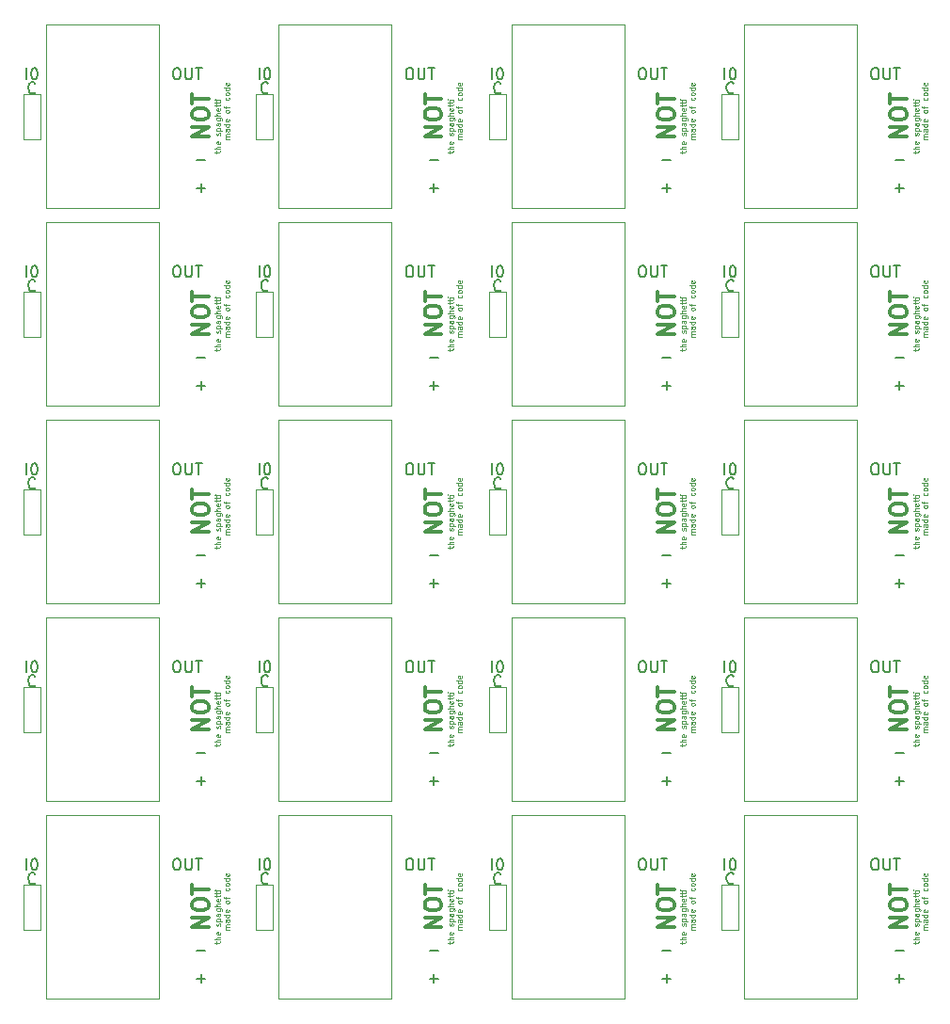
<source format=gto>
G04 #@! TF.GenerationSoftware,KiCad,Pcbnew,(5.1.6)-1*
G04 #@! TF.CreationDate,2020-06-25T08:18:10+09:00*
G04 #@! TF.ProjectId,NOT___,4e4f5462-d851-42e6-9b69-6361645f7063,rev?*
G04 #@! TF.SameCoordinates,Original*
G04 #@! TF.FileFunction,Legend,Top*
G04 #@! TF.FilePolarity,Positive*
%FSLAX46Y46*%
G04 Gerber Fmt 4.6, Leading zero omitted, Abs format (unit mm)*
G04 Created by KiCad (PCBNEW (5.1.6)-1) date 2020-06-25 08:18:10*
%MOMM*%
%LPD*%
G01*
G04 APERTURE LIST*
%ADD10C,0.300000*%
%ADD11C,0.050000*%
%ADD12C,0.150000*%
%ADD13C,0.120000*%
G04 APERTURE END LIST*
D10*
X116868571Y-114180714D02*
X115368571Y-114180714D01*
X116868571Y-113323571D01*
X115368571Y-113323571D01*
X115368571Y-112323571D02*
X115368571Y-112037857D01*
X115440000Y-111895000D01*
X115582857Y-111752142D01*
X115868571Y-111680714D01*
X116368571Y-111680714D01*
X116654285Y-111752142D01*
X116797142Y-111895000D01*
X116868571Y-112037857D01*
X116868571Y-112323571D01*
X116797142Y-112466428D01*
X116654285Y-112609285D01*
X116368571Y-112680714D01*
X115868571Y-112680714D01*
X115582857Y-112609285D01*
X115440000Y-112466428D01*
X115368571Y-112323571D01*
X115368571Y-111252142D02*
X115368571Y-110395000D01*
X116868571Y-110823571D02*
X115368571Y-110823571D01*
X95918571Y-114180714D02*
X94418571Y-114180714D01*
X95918571Y-113323571D01*
X94418571Y-113323571D01*
X94418571Y-112323571D02*
X94418571Y-112037857D01*
X94490000Y-111895000D01*
X94632857Y-111752142D01*
X94918571Y-111680714D01*
X95418571Y-111680714D01*
X95704285Y-111752142D01*
X95847142Y-111895000D01*
X95918571Y-112037857D01*
X95918571Y-112323571D01*
X95847142Y-112466428D01*
X95704285Y-112609285D01*
X95418571Y-112680714D01*
X94918571Y-112680714D01*
X94632857Y-112609285D01*
X94490000Y-112466428D01*
X94418571Y-112323571D01*
X94418571Y-111252142D02*
X94418571Y-110395000D01*
X95918571Y-110823571D02*
X94418571Y-110823571D01*
X74968571Y-114180714D02*
X73468571Y-114180714D01*
X74968571Y-113323571D01*
X73468571Y-113323571D01*
X73468571Y-112323571D02*
X73468571Y-112037857D01*
X73540000Y-111895000D01*
X73682857Y-111752142D01*
X73968571Y-111680714D01*
X74468571Y-111680714D01*
X74754285Y-111752142D01*
X74897142Y-111895000D01*
X74968571Y-112037857D01*
X74968571Y-112323571D01*
X74897142Y-112466428D01*
X74754285Y-112609285D01*
X74468571Y-112680714D01*
X73968571Y-112680714D01*
X73682857Y-112609285D01*
X73540000Y-112466428D01*
X73468571Y-112323571D01*
X73468571Y-111252142D02*
X73468571Y-110395000D01*
X74968571Y-110823571D02*
X73468571Y-110823571D01*
X54018571Y-114180714D02*
X52518571Y-114180714D01*
X54018571Y-113323571D01*
X52518571Y-113323571D01*
X52518571Y-112323571D02*
X52518571Y-112037857D01*
X52590000Y-111895000D01*
X52732857Y-111752142D01*
X53018571Y-111680714D01*
X53518571Y-111680714D01*
X53804285Y-111752142D01*
X53947142Y-111895000D01*
X54018571Y-112037857D01*
X54018571Y-112323571D01*
X53947142Y-112466428D01*
X53804285Y-112609285D01*
X53518571Y-112680714D01*
X53018571Y-112680714D01*
X52732857Y-112609285D01*
X52590000Y-112466428D01*
X52518571Y-112323571D01*
X52518571Y-111252142D02*
X52518571Y-110395000D01*
X54018571Y-110823571D02*
X52518571Y-110823571D01*
X116868571Y-96400714D02*
X115368571Y-96400714D01*
X116868571Y-95543571D01*
X115368571Y-95543571D01*
X115368571Y-94543571D02*
X115368571Y-94257857D01*
X115440000Y-94115000D01*
X115582857Y-93972142D01*
X115868571Y-93900714D01*
X116368571Y-93900714D01*
X116654285Y-93972142D01*
X116797142Y-94115000D01*
X116868571Y-94257857D01*
X116868571Y-94543571D01*
X116797142Y-94686428D01*
X116654285Y-94829285D01*
X116368571Y-94900714D01*
X115868571Y-94900714D01*
X115582857Y-94829285D01*
X115440000Y-94686428D01*
X115368571Y-94543571D01*
X115368571Y-93472142D02*
X115368571Y-92615000D01*
X116868571Y-93043571D02*
X115368571Y-93043571D01*
X95918571Y-96400714D02*
X94418571Y-96400714D01*
X95918571Y-95543571D01*
X94418571Y-95543571D01*
X94418571Y-94543571D02*
X94418571Y-94257857D01*
X94490000Y-94115000D01*
X94632857Y-93972142D01*
X94918571Y-93900714D01*
X95418571Y-93900714D01*
X95704285Y-93972142D01*
X95847142Y-94115000D01*
X95918571Y-94257857D01*
X95918571Y-94543571D01*
X95847142Y-94686428D01*
X95704285Y-94829285D01*
X95418571Y-94900714D01*
X94918571Y-94900714D01*
X94632857Y-94829285D01*
X94490000Y-94686428D01*
X94418571Y-94543571D01*
X94418571Y-93472142D02*
X94418571Y-92615000D01*
X95918571Y-93043571D02*
X94418571Y-93043571D01*
X74968571Y-96400714D02*
X73468571Y-96400714D01*
X74968571Y-95543571D01*
X73468571Y-95543571D01*
X73468571Y-94543571D02*
X73468571Y-94257857D01*
X73540000Y-94115000D01*
X73682857Y-93972142D01*
X73968571Y-93900714D01*
X74468571Y-93900714D01*
X74754285Y-93972142D01*
X74897142Y-94115000D01*
X74968571Y-94257857D01*
X74968571Y-94543571D01*
X74897142Y-94686428D01*
X74754285Y-94829285D01*
X74468571Y-94900714D01*
X73968571Y-94900714D01*
X73682857Y-94829285D01*
X73540000Y-94686428D01*
X73468571Y-94543571D01*
X73468571Y-93472142D02*
X73468571Y-92615000D01*
X74968571Y-93043571D02*
X73468571Y-93043571D01*
X54018571Y-96400714D02*
X52518571Y-96400714D01*
X54018571Y-95543571D01*
X52518571Y-95543571D01*
X52518571Y-94543571D02*
X52518571Y-94257857D01*
X52590000Y-94115000D01*
X52732857Y-93972142D01*
X53018571Y-93900714D01*
X53518571Y-93900714D01*
X53804285Y-93972142D01*
X53947142Y-94115000D01*
X54018571Y-94257857D01*
X54018571Y-94543571D01*
X53947142Y-94686428D01*
X53804285Y-94829285D01*
X53518571Y-94900714D01*
X53018571Y-94900714D01*
X52732857Y-94829285D01*
X52590000Y-94686428D01*
X52518571Y-94543571D01*
X52518571Y-93472142D02*
X52518571Y-92615000D01*
X54018571Y-93043571D02*
X52518571Y-93043571D01*
X116868571Y-78620714D02*
X115368571Y-78620714D01*
X116868571Y-77763571D01*
X115368571Y-77763571D01*
X115368571Y-76763571D02*
X115368571Y-76477857D01*
X115440000Y-76335000D01*
X115582857Y-76192142D01*
X115868571Y-76120714D01*
X116368571Y-76120714D01*
X116654285Y-76192142D01*
X116797142Y-76335000D01*
X116868571Y-76477857D01*
X116868571Y-76763571D01*
X116797142Y-76906428D01*
X116654285Y-77049285D01*
X116368571Y-77120714D01*
X115868571Y-77120714D01*
X115582857Y-77049285D01*
X115440000Y-76906428D01*
X115368571Y-76763571D01*
X115368571Y-75692142D02*
X115368571Y-74835000D01*
X116868571Y-75263571D02*
X115368571Y-75263571D01*
X95918571Y-78620714D02*
X94418571Y-78620714D01*
X95918571Y-77763571D01*
X94418571Y-77763571D01*
X94418571Y-76763571D02*
X94418571Y-76477857D01*
X94490000Y-76335000D01*
X94632857Y-76192142D01*
X94918571Y-76120714D01*
X95418571Y-76120714D01*
X95704285Y-76192142D01*
X95847142Y-76335000D01*
X95918571Y-76477857D01*
X95918571Y-76763571D01*
X95847142Y-76906428D01*
X95704285Y-77049285D01*
X95418571Y-77120714D01*
X94918571Y-77120714D01*
X94632857Y-77049285D01*
X94490000Y-76906428D01*
X94418571Y-76763571D01*
X94418571Y-75692142D02*
X94418571Y-74835000D01*
X95918571Y-75263571D02*
X94418571Y-75263571D01*
X74968571Y-78620714D02*
X73468571Y-78620714D01*
X74968571Y-77763571D01*
X73468571Y-77763571D01*
X73468571Y-76763571D02*
X73468571Y-76477857D01*
X73540000Y-76335000D01*
X73682857Y-76192142D01*
X73968571Y-76120714D01*
X74468571Y-76120714D01*
X74754285Y-76192142D01*
X74897142Y-76335000D01*
X74968571Y-76477857D01*
X74968571Y-76763571D01*
X74897142Y-76906428D01*
X74754285Y-77049285D01*
X74468571Y-77120714D01*
X73968571Y-77120714D01*
X73682857Y-77049285D01*
X73540000Y-76906428D01*
X73468571Y-76763571D01*
X73468571Y-75692142D02*
X73468571Y-74835000D01*
X74968571Y-75263571D02*
X73468571Y-75263571D01*
X54018571Y-78620714D02*
X52518571Y-78620714D01*
X54018571Y-77763571D01*
X52518571Y-77763571D01*
X52518571Y-76763571D02*
X52518571Y-76477857D01*
X52590000Y-76335000D01*
X52732857Y-76192142D01*
X53018571Y-76120714D01*
X53518571Y-76120714D01*
X53804285Y-76192142D01*
X53947142Y-76335000D01*
X54018571Y-76477857D01*
X54018571Y-76763571D01*
X53947142Y-76906428D01*
X53804285Y-77049285D01*
X53518571Y-77120714D01*
X53018571Y-77120714D01*
X52732857Y-77049285D01*
X52590000Y-76906428D01*
X52518571Y-76763571D01*
X52518571Y-75692142D02*
X52518571Y-74835000D01*
X54018571Y-75263571D02*
X52518571Y-75263571D01*
X116868571Y-60840714D02*
X115368571Y-60840714D01*
X116868571Y-59983571D01*
X115368571Y-59983571D01*
X115368571Y-58983571D02*
X115368571Y-58697857D01*
X115440000Y-58555000D01*
X115582857Y-58412142D01*
X115868571Y-58340714D01*
X116368571Y-58340714D01*
X116654285Y-58412142D01*
X116797142Y-58555000D01*
X116868571Y-58697857D01*
X116868571Y-58983571D01*
X116797142Y-59126428D01*
X116654285Y-59269285D01*
X116368571Y-59340714D01*
X115868571Y-59340714D01*
X115582857Y-59269285D01*
X115440000Y-59126428D01*
X115368571Y-58983571D01*
X115368571Y-57912142D02*
X115368571Y-57055000D01*
X116868571Y-57483571D02*
X115368571Y-57483571D01*
X95918571Y-60840714D02*
X94418571Y-60840714D01*
X95918571Y-59983571D01*
X94418571Y-59983571D01*
X94418571Y-58983571D02*
X94418571Y-58697857D01*
X94490000Y-58555000D01*
X94632857Y-58412142D01*
X94918571Y-58340714D01*
X95418571Y-58340714D01*
X95704285Y-58412142D01*
X95847142Y-58555000D01*
X95918571Y-58697857D01*
X95918571Y-58983571D01*
X95847142Y-59126428D01*
X95704285Y-59269285D01*
X95418571Y-59340714D01*
X94918571Y-59340714D01*
X94632857Y-59269285D01*
X94490000Y-59126428D01*
X94418571Y-58983571D01*
X94418571Y-57912142D02*
X94418571Y-57055000D01*
X95918571Y-57483571D02*
X94418571Y-57483571D01*
X74968571Y-60840714D02*
X73468571Y-60840714D01*
X74968571Y-59983571D01*
X73468571Y-59983571D01*
X73468571Y-58983571D02*
X73468571Y-58697857D01*
X73540000Y-58555000D01*
X73682857Y-58412142D01*
X73968571Y-58340714D01*
X74468571Y-58340714D01*
X74754285Y-58412142D01*
X74897142Y-58555000D01*
X74968571Y-58697857D01*
X74968571Y-58983571D01*
X74897142Y-59126428D01*
X74754285Y-59269285D01*
X74468571Y-59340714D01*
X73968571Y-59340714D01*
X73682857Y-59269285D01*
X73540000Y-59126428D01*
X73468571Y-58983571D01*
X73468571Y-57912142D02*
X73468571Y-57055000D01*
X74968571Y-57483571D02*
X73468571Y-57483571D01*
X54018571Y-60840714D02*
X52518571Y-60840714D01*
X54018571Y-59983571D01*
X52518571Y-59983571D01*
X52518571Y-58983571D02*
X52518571Y-58697857D01*
X52590000Y-58555000D01*
X52732857Y-58412142D01*
X53018571Y-58340714D01*
X53518571Y-58340714D01*
X53804285Y-58412142D01*
X53947142Y-58555000D01*
X54018571Y-58697857D01*
X54018571Y-58983571D01*
X53947142Y-59126428D01*
X53804285Y-59269285D01*
X53518571Y-59340714D01*
X53018571Y-59340714D01*
X52732857Y-59269285D01*
X52590000Y-59126428D01*
X52518571Y-58983571D01*
X52518571Y-57912142D02*
X52518571Y-57055000D01*
X54018571Y-57483571D02*
X52518571Y-57483571D01*
X116868571Y-43060714D02*
X115368571Y-43060714D01*
X116868571Y-42203571D01*
X115368571Y-42203571D01*
X115368571Y-41203571D02*
X115368571Y-40917857D01*
X115440000Y-40775000D01*
X115582857Y-40632142D01*
X115868571Y-40560714D01*
X116368571Y-40560714D01*
X116654285Y-40632142D01*
X116797142Y-40775000D01*
X116868571Y-40917857D01*
X116868571Y-41203571D01*
X116797142Y-41346428D01*
X116654285Y-41489285D01*
X116368571Y-41560714D01*
X115868571Y-41560714D01*
X115582857Y-41489285D01*
X115440000Y-41346428D01*
X115368571Y-41203571D01*
X115368571Y-40132142D02*
X115368571Y-39275000D01*
X116868571Y-39703571D02*
X115368571Y-39703571D01*
X95918571Y-43060714D02*
X94418571Y-43060714D01*
X95918571Y-42203571D01*
X94418571Y-42203571D01*
X94418571Y-41203571D02*
X94418571Y-40917857D01*
X94490000Y-40775000D01*
X94632857Y-40632142D01*
X94918571Y-40560714D01*
X95418571Y-40560714D01*
X95704285Y-40632142D01*
X95847142Y-40775000D01*
X95918571Y-40917857D01*
X95918571Y-41203571D01*
X95847142Y-41346428D01*
X95704285Y-41489285D01*
X95418571Y-41560714D01*
X94918571Y-41560714D01*
X94632857Y-41489285D01*
X94490000Y-41346428D01*
X94418571Y-41203571D01*
X94418571Y-40132142D02*
X94418571Y-39275000D01*
X95918571Y-39703571D02*
X94418571Y-39703571D01*
X74968571Y-43060714D02*
X73468571Y-43060714D01*
X74968571Y-42203571D01*
X73468571Y-42203571D01*
X73468571Y-41203571D02*
X73468571Y-40917857D01*
X73540000Y-40775000D01*
X73682857Y-40632142D01*
X73968571Y-40560714D01*
X74468571Y-40560714D01*
X74754285Y-40632142D01*
X74897142Y-40775000D01*
X74968571Y-40917857D01*
X74968571Y-41203571D01*
X74897142Y-41346428D01*
X74754285Y-41489285D01*
X74468571Y-41560714D01*
X73968571Y-41560714D01*
X73682857Y-41489285D01*
X73540000Y-41346428D01*
X73468571Y-41203571D01*
X73468571Y-40132142D02*
X73468571Y-39275000D01*
X74968571Y-39703571D02*
X73468571Y-39703571D01*
D11*
X117587857Y-115672857D02*
X117587857Y-115482380D01*
X117421190Y-115601428D02*
X117849761Y-115601428D01*
X117897380Y-115577619D01*
X117921190Y-115530000D01*
X117921190Y-115482380D01*
X117921190Y-115315714D02*
X117421190Y-115315714D01*
X117921190Y-115101428D02*
X117659285Y-115101428D01*
X117611666Y-115125238D01*
X117587857Y-115172857D01*
X117587857Y-115244285D01*
X117611666Y-115291904D01*
X117635476Y-115315714D01*
X117897380Y-114672857D02*
X117921190Y-114720476D01*
X117921190Y-114815714D01*
X117897380Y-114863333D01*
X117849761Y-114887142D01*
X117659285Y-114887142D01*
X117611666Y-114863333D01*
X117587857Y-114815714D01*
X117587857Y-114720476D01*
X117611666Y-114672857D01*
X117659285Y-114649047D01*
X117706904Y-114649047D01*
X117754523Y-114887142D01*
X117897380Y-114077619D02*
X117921190Y-114030000D01*
X117921190Y-113934761D01*
X117897380Y-113887142D01*
X117849761Y-113863333D01*
X117825952Y-113863333D01*
X117778333Y-113887142D01*
X117754523Y-113934761D01*
X117754523Y-114006190D01*
X117730714Y-114053809D01*
X117683095Y-114077619D01*
X117659285Y-114077619D01*
X117611666Y-114053809D01*
X117587857Y-114006190D01*
X117587857Y-113934761D01*
X117611666Y-113887142D01*
X117587857Y-113649047D02*
X118087857Y-113649047D01*
X117611666Y-113649047D02*
X117587857Y-113601428D01*
X117587857Y-113506190D01*
X117611666Y-113458571D01*
X117635476Y-113434761D01*
X117683095Y-113410952D01*
X117825952Y-113410952D01*
X117873571Y-113434761D01*
X117897380Y-113458571D01*
X117921190Y-113506190D01*
X117921190Y-113601428D01*
X117897380Y-113649047D01*
X117921190Y-112982380D02*
X117659285Y-112982380D01*
X117611666Y-113006190D01*
X117587857Y-113053809D01*
X117587857Y-113149047D01*
X117611666Y-113196666D01*
X117897380Y-112982380D02*
X117921190Y-113030000D01*
X117921190Y-113149047D01*
X117897380Y-113196666D01*
X117849761Y-113220476D01*
X117802142Y-113220476D01*
X117754523Y-113196666D01*
X117730714Y-113149047D01*
X117730714Y-113030000D01*
X117706904Y-112982380D01*
X117587857Y-112530000D02*
X117992619Y-112530000D01*
X118040238Y-112553809D01*
X118064047Y-112577619D01*
X118087857Y-112625238D01*
X118087857Y-112696666D01*
X118064047Y-112744285D01*
X117897380Y-112530000D02*
X117921190Y-112577619D01*
X117921190Y-112672857D01*
X117897380Y-112720476D01*
X117873571Y-112744285D01*
X117825952Y-112768095D01*
X117683095Y-112768095D01*
X117635476Y-112744285D01*
X117611666Y-112720476D01*
X117587857Y-112672857D01*
X117587857Y-112577619D01*
X117611666Y-112530000D01*
X117921190Y-112291904D02*
X117421190Y-112291904D01*
X117921190Y-112077619D02*
X117659285Y-112077619D01*
X117611666Y-112101428D01*
X117587857Y-112149047D01*
X117587857Y-112220476D01*
X117611666Y-112268095D01*
X117635476Y-112291904D01*
X117897380Y-111649047D02*
X117921190Y-111696666D01*
X117921190Y-111791904D01*
X117897380Y-111839523D01*
X117849761Y-111863333D01*
X117659285Y-111863333D01*
X117611666Y-111839523D01*
X117587857Y-111791904D01*
X117587857Y-111696666D01*
X117611666Y-111649047D01*
X117659285Y-111625238D01*
X117706904Y-111625238D01*
X117754523Y-111863333D01*
X117587857Y-111482380D02*
X117587857Y-111291904D01*
X117421190Y-111410952D02*
X117849761Y-111410952D01*
X117897380Y-111387142D01*
X117921190Y-111339523D01*
X117921190Y-111291904D01*
X117587857Y-111196666D02*
X117587857Y-111006190D01*
X117421190Y-111125238D02*
X117849761Y-111125238D01*
X117897380Y-111101428D01*
X117921190Y-111053809D01*
X117921190Y-111006190D01*
X117921190Y-110839523D02*
X117587857Y-110839523D01*
X117421190Y-110839523D02*
X117445000Y-110863333D01*
X117468809Y-110839523D01*
X117445000Y-110815714D01*
X117421190Y-110839523D01*
X117468809Y-110839523D01*
X118721190Y-114399047D02*
X118387857Y-114399047D01*
X118435476Y-114399047D02*
X118411666Y-114375238D01*
X118387857Y-114327619D01*
X118387857Y-114256190D01*
X118411666Y-114208571D01*
X118459285Y-114184761D01*
X118721190Y-114184761D01*
X118459285Y-114184761D02*
X118411666Y-114160952D01*
X118387857Y-114113333D01*
X118387857Y-114041904D01*
X118411666Y-113994285D01*
X118459285Y-113970476D01*
X118721190Y-113970476D01*
X118721190Y-113518095D02*
X118459285Y-113518095D01*
X118411666Y-113541904D01*
X118387857Y-113589523D01*
X118387857Y-113684761D01*
X118411666Y-113732380D01*
X118697380Y-113518095D02*
X118721190Y-113565714D01*
X118721190Y-113684761D01*
X118697380Y-113732380D01*
X118649761Y-113756190D01*
X118602142Y-113756190D01*
X118554523Y-113732380D01*
X118530714Y-113684761D01*
X118530714Y-113565714D01*
X118506904Y-113518095D01*
X118721190Y-113065714D02*
X118221190Y-113065714D01*
X118697380Y-113065714D02*
X118721190Y-113113333D01*
X118721190Y-113208571D01*
X118697380Y-113256190D01*
X118673571Y-113280000D01*
X118625952Y-113303809D01*
X118483095Y-113303809D01*
X118435476Y-113280000D01*
X118411666Y-113256190D01*
X118387857Y-113208571D01*
X118387857Y-113113333D01*
X118411666Y-113065714D01*
X118697380Y-112637142D02*
X118721190Y-112684761D01*
X118721190Y-112780000D01*
X118697380Y-112827619D01*
X118649761Y-112851428D01*
X118459285Y-112851428D01*
X118411666Y-112827619D01*
X118387857Y-112780000D01*
X118387857Y-112684761D01*
X118411666Y-112637142D01*
X118459285Y-112613333D01*
X118506904Y-112613333D01*
X118554523Y-112851428D01*
X118721190Y-111946666D02*
X118697380Y-111994285D01*
X118673571Y-112018095D01*
X118625952Y-112041904D01*
X118483095Y-112041904D01*
X118435476Y-112018095D01*
X118411666Y-111994285D01*
X118387857Y-111946666D01*
X118387857Y-111875238D01*
X118411666Y-111827619D01*
X118435476Y-111803809D01*
X118483095Y-111780000D01*
X118625952Y-111780000D01*
X118673571Y-111803809D01*
X118697380Y-111827619D01*
X118721190Y-111875238D01*
X118721190Y-111946666D01*
X118387857Y-111637142D02*
X118387857Y-111446666D01*
X118721190Y-111565714D02*
X118292619Y-111565714D01*
X118245000Y-111541904D01*
X118221190Y-111494285D01*
X118221190Y-111446666D01*
X118697380Y-110684761D02*
X118721190Y-110732380D01*
X118721190Y-110827619D01*
X118697380Y-110875238D01*
X118673571Y-110899047D01*
X118625952Y-110922857D01*
X118483095Y-110922857D01*
X118435476Y-110899047D01*
X118411666Y-110875238D01*
X118387857Y-110827619D01*
X118387857Y-110732380D01*
X118411666Y-110684761D01*
X118721190Y-110399047D02*
X118697380Y-110446666D01*
X118673571Y-110470476D01*
X118625952Y-110494285D01*
X118483095Y-110494285D01*
X118435476Y-110470476D01*
X118411666Y-110446666D01*
X118387857Y-110399047D01*
X118387857Y-110327619D01*
X118411666Y-110280000D01*
X118435476Y-110256190D01*
X118483095Y-110232380D01*
X118625952Y-110232380D01*
X118673571Y-110256190D01*
X118697380Y-110280000D01*
X118721190Y-110327619D01*
X118721190Y-110399047D01*
X118721190Y-109803809D02*
X118221190Y-109803809D01*
X118697380Y-109803809D02*
X118721190Y-109851428D01*
X118721190Y-109946666D01*
X118697380Y-109994285D01*
X118673571Y-110018095D01*
X118625952Y-110041904D01*
X118483095Y-110041904D01*
X118435476Y-110018095D01*
X118411666Y-109994285D01*
X118387857Y-109946666D01*
X118387857Y-109851428D01*
X118411666Y-109803809D01*
X118697380Y-109375238D02*
X118721190Y-109422857D01*
X118721190Y-109518095D01*
X118697380Y-109565714D01*
X118649761Y-109589523D01*
X118459285Y-109589523D01*
X118411666Y-109565714D01*
X118387857Y-109518095D01*
X118387857Y-109422857D01*
X118411666Y-109375238D01*
X118459285Y-109351428D01*
X118506904Y-109351428D01*
X118554523Y-109589523D01*
X96637857Y-115672857D02*
X96637857Y-115482380D01*
X96471190Y-115601428D02*
X96899761Y-115601428D01*
X96947380Y-115577619D01*
X96971190Y-115530000D01*
X96971190Y-115482380D01*
X96971190Y-115315714D02*
X96471190Y-115315714D01*
X96971190Y-115101428D02*
X96709285Y-115101428D01*
X96661666Y-115125238D01*
X96637857Y-115172857D01*
X96637857Y-115244285D01*
X96661666Y-115291904D01*
X96685476Y-115315714D01*
X96947380Y-114672857D02*
X96971190Y-114720476D01*
X96971190Y-114815714D01*
X96947380Y-114863333D01*
X96899761Y-114887142D01*
X96709285Y-114887142D01*
X96661666Y-114863333D01*
X96637857Y-114815714D01*
X96637857Y-114720476D01*
X96661666Y-114672857D01*
X96709285Y-114649047D01*
X96756904Y-114649047D01*
X96804523Y-114887142D01*
X96947380Y-114077619D02*
X96971190Y-114030000D01*
X96971190Y-113934761D01*
X96947380Y-113887142D01*
X96899761Y-113863333D01*
X96875952Y-113863333D01*
X96828333Y-113887142D01*
X96804523Y-113934761D01*
X96804523Y-114006190D01*
X96780714Y-114053809D01*
X96733095Y-114077619D01*
X96709285Y-114077619D01*
X96661666Y-114053809D01*
X96637857Y-114006190D01*
X96637857Y-113934761D01*
X96661666Y-113887142D01*
X96637857Y-113649047D02*
X97137857Y-113649047D01*
X96661666Y-113649047D02*
X96637857Y-113601428D01*
X96637857Y-113506190D01*
X96661666Y-113458571D01*
X96685476Y-113434761D01*
X96733095Y-113410952D01*
X96875952Y-113410952D01*
X96923571Y-113434761D01*
X96947380Y-113458571D01*
X96971190Y-113506190D01*
X96971190Y-113601428D01*
X96947380Y-113649047D01*
X96971190Y-112982380D02*
X96709285Y-112982380D01*
X96661666Y-113006190D01*
X96637857Y-113053809D01*
X96637857Y-113149047D01*
X96661666Y-113196666D01*
X96947380Y-112982380D02*
X96971190Y-113030000D01*
X96971190Y-113149047D01*
X96947380Y-113196666D01*
X96899761Y-113220476D01*
X96852142Y-113220476D01*
X96804523Y-113196666D01*
X96780714Y-113149047D01*
X96780714Y-113030000D01*
X96756904Y-112982380D01*
X96637857Y-112530000D02*
X97042619Y-112530000D01*
X97090238Y-112553809D01*
X97114047Y-112577619D01*
X97137857Y-112625238D01*
X97137857Y-112696666D01*
X97114047Y-112744285D01*
X96947380Y-112530000D02*
X96971190Y-112577619D01*
X96971190Y-112672857D01*
X96947380Y-112720476D01*
X96923571Y-112744285D01*
X96875952Y-112768095D01*
X96733095Y-112768095D01*
X96685476Y-112744285D01*
X96661666Y-112720476D01*
X96637857Y-112672857D01*
X96637857Y-112577619D01*
X96661666Y-112530000D01*
X96971190Y-112291904D02*
X96471190Y-112291904D01*
X96971190Y-112077619D02*
X96709285Y-112077619D01*
X96661666Y-112101428D01*
X96637857Y-112149047D01*
X96637857Y-112220476D01*
X96661666Y-112268095D01*
X96685476Y-112291904D01*
X96947380Y-111649047D02*
X96971190Y-111696666D01*
X96971190Y-111791904D01*
X96947380Y-111839523D01*
X96899761Y-111863333D01*
X96709285Y-111863333D01*
X96661666Y-111839523D01*
X96637857Y-111791904D01*
X96637857Y-111696666D01*
X96661666Y-111649047D01*
X96709285Y-111625238D01*
X96756904Y-111625238D01*
X96804523Y-111863333D01*
X96637857Y-111482380D02*
X96637857Y-111291904D01*
X96471190Y-111410952D02*
X96899761Y-111410952D01*
X96947380Y-111387142D01*
X96971190Y-111339523D01*
X96971190Y-111291904D01*
X96637857Y-111196666D02*
X96637857Y-111006190D01*
X96471190Y-111125238D02*
X96899761Y-111125238D01*
X96947380Y-111101428D01*
X96971190Y-111053809D01*
X96971190Y-111006190D01*
X96971190Y-110839523D02*
X96637857Y-110839523D01*
X96471190Y-110839523D02*
X96495000Y-110863333D01*
X96518809Y-110839523D01*
X96495000Y-110815714D01*
X96471190Y-110839523D01*
X96518809Y-110839523D01*
X97771190Y-114399047D02*
X97437857Y-114399047D01*
X97485476Y-114399047D02*
X97461666Y-114375238D01*
X97437857Y-114327619D01*
X97437857Y-114256190D01*
X97461666Y-114208571D01*
X97509285Y-114184761D01*
X97771190Y-114184761D01*
X97509285Y-114184761D02*
X97461666Y-114160952D01*
X97437857Y-114113333D01*
X97437857Y-114041904D01*
X97461666Y-113994285D01*
X97509285Y-113970476D01*
X97771190Y-113970476D01*
X97771190Y-113518095D02*
X97509285Y-113518095D01*
X97461666Y-113541904D01*
X97437857Y-113589523D01*
X97437857Y-113684761D01*
X97461666Y-113732380D01*
X97747380Y-113518095D02*
X97771190Y-113565714D01*
X97771190Y-113684761D01*
X97747380Y-113732380D01*
X97699761Y-113756190D01*
X97652142Y-113756190D01*
X97604523Y-113732380D01*
X97580714Y-113684761D01*
X97580714Y-113565714D01*
X97556904Y-113518095D01*
X97771190Y-113065714D02*
X97271190Y-113065714D01*
X97747380Y-113065714D02*
X97771190Y-113113333D01*
X97771190Y-113208571D01*
X97747380Y-113256190D01*
X97723571Y-113280000D01*
X97675952Y-113303809D01*
X97533095Y-113303809D01*
X97485476Y-113280000D01*
X97461666Y-113256190D01*
X97437857Y-113208571D01*
X97437857Y-113113333D01*
X97461666Y-113065714D01*
X97747380Y-112637142D02*
X97771190Y-112684761D01*
X97771190Y-112780000D01*
X97747380Y-112827619D01*
X97699761Y-112851428D01*
X97509285Y-112851428D01*
X97461666Y-112827619D01*
X97437857Y-112780000D01*
X97437857Y-112684761D01*
X97461666Y-112637142D01*
X97509285Y-112613333D01*
X97556904Y-112613333D01*
X97604523Y-112851428D01*
X97771190Y-111946666D02*
X97747380Y-111994285D01*
X97723571Y-112018095D01*
X97675952Y-112041904D01*
X97533095Y-112041904D01*
X97485476Y-112018095D01*
X97461666Y-111994285D01*
X97437857Y-111946666D01*
X97437857Y-111875238D01*
X97461666Y-111827619D01*
X97485476Y-111803809D01*
X97533095Y-111780000D01*
X97675952Y-111780000D01*
X97723571Y-111803809D01*
X97747380Y-111827619D01*
X97771190Y-111875238D01*
X97771190Y-111946666D01*
X97437857Y-111637142D02*
X97437857Y-111446666D01*
X97771190Y-111565714D02*
X97342619Y-111565714D01*
X97295000Y-111541904D01*
X97271190Y-111494285D01*
X97271190Y-111446666D01*
X97747380Y-110684761D02*
X97771190Y-110732380D01*
X97771190Y-110827619D01*
X97747380Y-110875238D01*
X97723571Y-110899047D01*
X97675952Y-110922857D01*
X97533095Y-110922857D01*
X97485476Y-110899047D01*
X97461666Y-110875238D01*
X97437857Y-110827619D01*
X97437857Y-110732380D01*
X97461666Y-110684761D01*
X97771190Y-110399047D02*
X97747380Y-110446666D01*
X97723571Y-110470476D01*
X97675952Y-110494285D01*
X97533095Y-110494285D01*
X97485476Y-110470476D01*
X97461666Y-110446666D01*
X97437857Y-110399047D01*
X97437857Y-110327619D01*
X97461666Y-110280000D01*
X97485476Y-110256190D01*
X97533095Y-110232380D01*
X97675952Y-110232380D01*
X97723571Y-110256190D01*
X97747380Y-110280000D01*
X97771190Y-110327619D01*
X97771190Y-110399047D01*
X97771190Y-109803809D02*
X97271190Y-109803809D01*
X97747380Y-109803809D02*
X97771190Y-109851428D01*
X97771190Y-109946666D01*
X97747380Y-109994285D01*
X97723571Y-110018095D01*
X97675952Y-110041904D01*
X97533095Y-110041904D01*
X97485476Y-110018095D01*
X97461666Y-109994285D01*
X97437857Y-109946666D01*
X97437857Y-109851428D01*
X97461666Y-109803809D01*
X97747380Y-109375238D02*
X97771190Y-109422857D01*
X97771190Y-109518095D01*
X97747380Y-109565714D01*
X97699761Y-109589523D01*
X97509285Y-109589523D01*
X97461666Y-109565714D01*
X97437857Y-109518095D01*
X97437857Y-109422857D01*
X97461666Y-109375238D01*
X97509285Y-109351428D01*
X97556904Y-109351428D01*
X97604523Y-109589523D01*
X75687857Y-115672857D02*
X75687857Y-115482380D01*
X75521190Y-115601428D02*
X75949761Y-115601428D01*
X75997380Y-115577619D01*
X76021190Y-115530000D01*
X76021190Y-115482380D01*
X76021190Y-115315714D02*
X75521190Y-115315714D01*
X76021190Y-115101428D02*
X75759285Y-115101428D01*
X75711666Y-115125238D01*
X75687857Y-115172857D01*
X75687857Y-115244285D01*
X75711666Y-115291904D01*
X75735476Y-115315714D01*
X75997380Y-114672857D02*
X76021190Y-114720476D01*
X76021190Y-114815714D01*
X75997380Y-114863333D01*
X75949761Y-114887142D01*
X75759285Y-114887142D01*
X75711666Y-114863333D01*
X75687857Y-114815714D01*
X75687857Y-114720476D01*
X75711666Y-114672857D01*
X75759285Y-114649047D01*
X75806904Y-114649047D01*
X75854523Y-114887142D01*
X75997380Y-114077619D02*
X76021190Y-114030000D01*
X76021190Y-113934761D01*
X75997380Y-113887142D01*
X75949761Y-113863333D01*
X75925952Y-113863333D01*
X75878333Y-113887142D01*
X75854523Y-113934761D01*
X75854523Y-114006190D01*
X75830714Y-114053809D01*
X75783095Y-114077619D01*
X75759285Y-114077619D01*
X75711666Y-114053809D01*
X75687857Y-114006190D01*
X75687857Y-113934761D01*
X75711666Y-113887142D01*
X75687857Y-113649047D02*
X76187857Y-113649047D01*
X75711666Y-113649047D02*
X75687857Y-113601428D01*
X75687857Y-113506190D01*
X75711666Y-113458571D01*
X75735476Y-113434761D01*
X75783095Y-113410952D01*
X75925952Y-113410952D01*
X75973571Y-113434761D01*
X75997380Y-113458571D01*
X76021190Y-113506190D01*
X76021190Y-113601428D01*
X75997380Y-113649047D01*
X76021190Y-112982380D02*
X75759285Y-112982380D01*
X75711666Y-113006190D01*
X75687857Y-113053809D01*
X75687857Y-113149047D01*
X75711666Y-113196666D01*
X75997380Y-112982380D02*
X76021190Y-113030000D01*
X76021190Y-113149047D01*
X75997380Y-113196666D01*
X75949761Y-113220476D01*
X75902142Y-113220476D01*
X75854523Y-113196666D01*
X75830714Y-113149047D01*
X75830714Y-113030000D01*
X75806904Y-112982380D01*
X75687857Y-112530000D02*
X76092619Y-112530000D01*
X76140238Y-112553809D01*
X76164047Y-112577619D01*
X76187857Y-112625238D01*
X76187857Y-112696666D01*
X76164047Y-112744285D01*
X75997380Y-112530000D02*
X76021190Y-112577619D01*
X76021190Y-112672857D01*
X75997380Y-112720476D01*
X75973571Y-112744285D01*
X75925952Y-112768095D01*
X75783095Y-112768095D01*
X75735476Y-112744285D01*
X75711666Y-112720476D01*
X75687857Y-112672857D01*
X75687857Y-112577619D01*
X75711666Y-112530000D01*
X76021190Y-112291904D02*
X75521190Y-112291904D01*
X76021190Y-112077619D02*
X75759285Y-112077619D01*
X75711666Y-112101428D01*
X75687857Y-112149047D01*
X75687857Y-112220476D01*
X75711666Y-112268095D01*
X75735476Y-112291904D01*
X75997380Y-111649047D02*
X76021190Y-111696666D01*
X76021190Y-111791904D01*
X75997380Y-111839523D01*
X75949761Y-111863333D01*
X75759285Y-111863333D01*
X75711666Y-111839523D01*
X75687857Y-111791904D01*
X75687857Y-111696666D01*
X75711666Y-111649047D01*
X75759285Y-111625238D01*
X75806904Y-111625238D01*
X75854523Y-111863333D01*
X75687857Y-111482380D02*
X75687857Y-111291904D01*
X75521190Y-111410952D02*
X75949761Y-111410952D01*
X75997380Y-111387142D01*
X76021190Y-111339523D01*
X76021190Y-111291904D01*
X75687857Y-111196666D02*
X75687857Y-111006190D01*
X75521190Y-111125238D02*
X75949761Y-111125238D01*
X75997380Y-111101428D01*
X76021190Y-111053809D01*
X76021190Y-111006190D01*
X76021190Y-110839523D02*
X75687857Y-110839523D01*
X75521190Y-110839523D02*
X75545000Y-110863333D01*
X75568809Y-110839523D01*
X75545000Y-110815714D01*
X75521190Y-110839523D01*
X75568809Y-110839523D01*
X76821190Y-114399047D02*
X76487857Y-114399047D01*
X76535476Y-114399047D02*
X76511666Y-114375238D01*
X76487857Y-114327619D01*
X76487857Y-114256190D01*
X76511666Y-114208571D01*
X76559285Y-114184761D01*
X76821190Y-114184761D01*
X76559285Y-114184761D02*
X76511666Y-114160952D01*
X76487857Y-114113333D01*
X76487857Y-114041904D01*
X76511666Y-113994285D01*
X76559285Y-113970476D01*
X76821190Y-113970476D01*
X76821190Y-113518095D02*
X76559285Y-113518095D01*
X76511666Y-113541904D01*
X76487857Y-113589523D01*
X76487857Y-113684761D01*
X76511666Y-113732380D01*
X76797380Y-113518095D02*
X76821190Y-113565714D01*
X76821190Y-113684761D01*
X76797380Y-113732380D01*
X76749761Y-113756190D01*
X76702142Y-113756190D01*
X76654523Y-113732380D01*
X76630714Y-113684761D01*
X76630714Y-113565714D01*
X76606904Y-113518095D01*
X76821190Y-113065714D02*
X76321190Y-113065714D01*
X76797380Y-113065714D02*
X76821190Y-113113333D01*
X76821190Y-113208571D01*
X76797380Y-113256190D01*
X76773571Y-113280000D01*
X76725952Y-113303809D01*
X76583095Y-113303809D01*
X76535476Y-113280000D01*
X76511666Y-113256190D01*
X76487857Y-113208571D01*
X76487857Y-113113333D01*
X76511666Y-113065714D01*
X76797380Y-112637142D02*
X76821190Y-112684761D01*
X76821190Y-112780000D01*
X76797380Y-112827619D01*
X76749761Y-112851428D01*
X76559285Y-112851428D01*
X76511666Y-112827619D01*
X76487857Y-112780000D01*
X76487857Y-112684761D01*
X76511666Y-112637142D01*
X76559285Y-112613333D01*
X76606904Y-112613333D01*
X76654523Y-112851428D01*
X76821190Y-111946666D02*
X76797380Y-111994285D01*
X76773571Y-112018095D01*
X76725952Y-112041904D01*
X76583095Y-112041904D01*
X76535476Y-112018095D01*
X76511666Y-111994285D01*
X76487857Y-111946666D01*
X76487857Y-111875238D01*
X76511666Y-111827619D01*
X76535476Y-111803809D01*
X76583095Y-111780000D01*
X76725952Y-111780000D01*
X76773571Y-111803809D01*
X76797380Y-111827619D01*
X76821190Y-111875238D01*
X76821190Y-111946666D01*
X76487857Y-111637142D02*
X76487857Y-111446666D01*
X76821190Y-111565714D02*
X76392619Y-111565714D01*
X76345000Y-111541904D01*
X76321190Y-111494285D01*
X76321190Y-111446666D01*
X76797380Y-110684761D02*
X76821190Y-110732380D01*
X76821190Y-110827619D01*
X76797380Y-110875238D01*
X76773571Y-110899047D01*
X76725952Y-110922857D01*
X76583095Y-110922857D01*
X76535476Y-110899047D01*
X76511666Y-110875238D01*
X76487857Y-110827619D01*
X76487857Y-110732380D01*
X76511666Y-110684761D01*
X76821190Y-110399047D02*
X76797380Y-110446666D01*
X76773571Y-110470476D01*
X76725952Y-110494285D01*
X76583095Y-110494285D01*
X76535476Y-110470476D01*
X76511666Y-110446666D01*
X76487857Y-110399047D01*
X76487857Y-110327619D01*
X76511666Y-110280000D01*
X76535476Y-110256190D01*
X76583095Y-110232380D01*
X76725952Y-110232380D01*
X76773571Y-110256190D01*
X76797380Y-110280000D01*
X76821190Y-110327619D01*
X76821190Y-110399047D01*
X76821190Y-109803809D02*
X76321190Y-109803809D01*
X76797380Y-109803809D02*
X76821190Y-109851428D01*
X76821190Y-109946666D01*
X76797380Y-109994285D01*
X76773571Y-110018095D01*
X76725952Y-110041904D01*
X76583095Y-110041904D01*
X76535476Y-110018095D01*
X76511666Y-109994285D01*
X76487857Y-109946666D01*
X76487857Y-109851428D01*
X76511666Y-109803809D01*
X76797380Y-109375238D02*
X76821190Y-109422857D01*
X76821190Y-109518095D01*
X76797380Y-109565714D01*
X76749761Y-109589523D01*
X76559285Y-109589523D01*
X76511666Y-109565714D01*
X76487857Y-109518095D01*
X76487857Y-109422857D01*
X76511666Y-109375238D01*
X76559285Y-109351428D01*
X76606904Y-109351428D01*
X76654523Y-109589523D01*
X54737857Y-115672857D02*
X54737857Y-115482380D01*
X54571190Y-115601428D02*
X54999761Y-115601428D01*
X55047380Y-115577619D01*
X55071190Y-115530000D01*
X55071190Y-115482380D01*
X55071190Y-115315714D02*
X54571190Y-115315714D01*
X55071190Y-115101428D02*
X54809285Y-115101428D01*
X54761666Y-115125238D01*
X54737857Y-115172857D01*
X54737857Y-115244285D01*
X54761666Y-115291904D01*
X54785476Y-115315714D01*
X55047380Y-114672857D02*
X55071190Y-114720476D01*
X55071190Y-114815714D01*
X55047380Y-114863333D01*
X54999761Y-114887142D01*
X54809285Y-114887142D01*
X54761666Y-114863333D01*
X54737857Y-114815714D01*
X54737857Y-114720476D01*
X54761666Y-114672857D01*
X54809285Y-114649047D01*
X54856904Y-114649047D01*
X54904523Y-114887142D01*
X55047380Y-114077619D02*
X55071190Y-114030000D01*
X55071190Y-113934761D01*
X55047380Y-113887142D01*
X54999761Y-113863333D01*
X54975952Y-113863333D01*
X54928333Y-113887142D01*
X54904523Y-113934761D01*
X54904523Y-114006190D01*
X54880714Y-114053809D01*
X54833095Y-114077619D01*
X54809285Y-114077619D01*
X54761666Y-114053809D01*
X54737857Y-114006190D01*
X54737857Y-113934761D01*
X54761666Y-113887142D01*
X54737857Y-113649047D02*
X55237857Y-113649047D01*
X54761666Y-113649047D02*
X54737857Y-113601428D01*
X54737857Y-113506190D01*
X54761666Y-113458571D01*
X54785476Y-113434761D01*
X54833095Y-113410952D01*
X54975952Y-113410952D01*
X55023571Y-113434761D01*
X55047380Y-113458571D01*
X55071190Y-113506190D01*
X55071190Y-113601428D01*
X55047380Y-113649047D01*
X55071190Y-112982380D02*
X54809285Y-112982380D01*
X54761666Y-113006190D01*
X54737857Y-113053809D01*
X54737857Y-113149047D01*
X54761666Y-113196666D01*
X55047380Y-112982380D02*
X55071190Y-113030000D01*
X55071190Y-113149047D01*
X55047380Y-113196666D01*
X54999761Y-113220476D01*
X54952142Y-113220476D01*
X54904523Y-113196666D01*
X54880714Y-113149047D01*
X54880714Y-113030000D01*
X54856904Y-112982380D01*
X54737857Y-112530000D02*
X55142619Y-112530000D01*
X55190238Y-112553809D01*
X55214047Y-112577619D01*
X55237857Y-112625238D01*
X55237857Y-112696666D01*
X55214047Y-112744285D01*
X55047380Y-112530000D02*
X55071190Y-112577619D01*
X55071190Y-112672857D01*
X55047380Y-112720476D01*
X55023571Y-112744285D01*
X54975952Y-112768095D01*
X54833095Y-112768095D01*
X54785476Y-112744285D01*
X54761666Y-112720476D01*
X54737857Y-112672857D01*
X54737857Y-112577619D01*
X54761666Y-112530000D01*
X55071190Y-112291904D02*
X54571190Y-112291904D01*
X55071190Y-112077619D02*
X54809285Y-112077619D01*
X54761666Y-112101428D01*
X54737857Y-112149047D01*
X54737857Y-112220476D01*
X54761666Y-112268095D01*
X54785476Y-112291904D01*
X55047380Y-111649047D02*
X55071190Y-111696666D01*
X55071190Y-111791904D01*
X55047380Y-111839523D01*
X54999761Y-111863333D01*
X54809285Y-111863333D01*
X54761666Y-111839523D01*
X54737857Y-111791904D01*
X54737857Y-111696666D01*
X54761666Y-111649047D01*
X54809285Y-111625238D01*
X54856904Y-111625238D01*
X54904523Y-111863333D01*
X54737857Y-111482380D02*
X54737857Y-111291904D01*
X54571190Y-111410952D02*
X54999761Y-111410952D01*
X55047380Y-111387142D01*
X55071190Y-111339523D01*
X55071190Y-111291904D01*
X54737857Y-111196666D02*
X54737857Y-111006190D01*
X54571190Y-111125238D02*
X54999761Y-111125238D01*
X55047380Y-111101428D01*
X55071190Y-111053809D01*
X55071190Y-111006190D01*
X55071190Y-110839523D02*
X54737857Y-110839523D01*
X54571190Y-110839523D02*
X54595000Y-110863333D01*
X54618809Y-110839523D01*
X54595000Y-110815714D01*
X54571190Y-110839523D01*
X54618809Y-110839523D01*
X55871190Y-114399047D02*
X55537857Y-114399047D01*
X55585476Y-114399047D02*
X55561666Y-114375238D01*
X55537857Y-114327619D01*
X55537857Y-114256190D01*
X55561666Y-114208571D01*
X55609285Y-114184761D01*
X55871190Y-114184761D01*
X55609285Y-114184761D02*
X55561666Y-114160952D01*
X55537857Y-114113333D01*
X55537857Y-114041904D01*
X55561666Y-113994285D01*
X55609285Y-113970476D01*
X55871190Y-113970476D01*
X55871190Y-113518095D02*
X55609285Y-113518095D01*
X55561666Y-113541904D01*
X55537857Y-113589523D01*
X55537857Y-113684761D01*
X55561666Y-113732380D01*
X55847380Y-113518095D02*
X55871190Y-113565714D01*
X55871190Y-113684761D01*
X55847380Y-113732380D01*
X55799761Y-113756190D01*
X55752142Y-113756190D01*
X55704523Y-113732380D01*
X55680714Y-113684761D01*
X55680714Y-113565714D01*
X55656904Y-113518095D01*
X55871190Y-113065714D02*
X55371190Y-113065714D01*
X55847380Y-113065714D02*
X55871190Y-113113333D01*
X55871190Y-113208571D01*
X55847380Y-113256190D01*
X55823571Y-113280000D01*
X55775952Y-113303809D01*
X55633095Y-113303809D01*
X55585476Y-113280000D01*
X55561666Y-113256190D01*
X55537857Y-113208571D01*
X55537857Y-113113333D01*
X55561666Y-113065714D01*
X55847380Y-112637142D02*
X55871190Y-112684761D01*
X55871190Y-112780000D01*
X55847380Y-112827619D01*
X55799761Y-112851428D01*
X55609285Y-112851428D01*
X55561666Y-112827619D01*
X55537857Y-112780000D01*
X55537857Y-112684761D01*
X55561666Y-112637142D01*
X55609285Y-112613333D01*
X55656904Y-112613333D01*
X55704523Y-112851428D01*
X55871190Y-111946666D02*
X55847380Y-111994285D01*
X55823571Y-112018095D01*
X55775952Y-112041904D01*
X55633095Y-112041904D01*
X55585476Y-112018095D01*
X55561666Y-111994285D01*
X55537857Y-111946666D01*
X55537857Y-111875238D01*
X55561666Y-111827619D01*
X55585476Y-111803809D01*
X55633095Y-111780000D01*
X55775952Y-111780000D01*
X55823571Y-111803809D01*
X55847380Y-111827619D01*
X55871190Y-111875238D01*
X55871190Y-111946666D01*
X55537857Y-111637142D02*
X55537857Y-111446666D01*
X55871190Y-111565714D02*
X55442619Y-111565714D01*
X55395000Y-111541904D01*
X55371190Y-111494285D01*
X55371190Y-111446666D01*
X55847380Y-110684761D02*
X55871190Y-110732380D01*
X55871190Y-110827619D01*
X55847380Y-110875238D01*
X55823571Y-110899047D01*
X55775952Y-110922857D01*
X55633095Y-110922857D01*
X55585476Y-110899047D01*
X55561666Y-110875238D01*
X55537857Y-110827619D01*
X55537857Y-110732380D01*
X55561666Y-110684761D01*
X55871190Y-110399047D02*
X55847380Y-110446666D01*
X55823571Y-110470476D01*
X55775952Y-110494285D01*
X55633095Y-110494285D01*
X55585476Y-110470476D01*
X55561666Y-110446666D01*
X55537857Y-110399047D01*
X55537857Y-110327619D01*
X55561666Y-110280000D01*
X55585476Y-110256190D01*
X55633095Y-110232380D01*
X55775952Y-110232380D01*
X55823571Y-110256190D01*
X55847380Y-110280000D01*
X55871190Y-110327619D01*
X55871190Y-110399047D01*
X55871190Y-109803809D02*
X55371190Y-109803809D01*
X55847380Y-109803809D02*
X55871190Y-109851428D01*
X55871190Y-109946666D01*
X55847380Y-109994285D01*
X55823571Y-110018095D01*
X55775952Y-110041904D01*
X55633095Y-110041904D01*
X55585476Y-110018095D01*
X55561666Y-109994285D01*
X55537857Y-109946666D01*
X55537857Y-109851428D01*
X55561666Y-109803809D01*
X55847380Y-109375238D02*
X55871190Y-109422857D01*
X55871190Y-109518095D01*
X55847380Y-109565714D01*
X55799761Y-109589523D01*
X55609285Y-109589523D01*
X55561666Y-109565714D01*
X55537857Y-109518095D01*
X55537857Y-109422857D01*
X55561666Y-109375238D01*
X55609285Y-109351428D01*
X55656904Y-109351428D01*
X55704523Y-109589523D01*
X117587857Y-97892857D02*
X117587857Y-97702380D01*
X117421190Y-97821428D02*
X117849761Y-97821428D01*
X117897380Y-97797619D01*
X117921190Y-97750000D01*
X117921190Y-97702380D01*
X117921190Y-97535714D02*
X117421190Y-97535714D01*
X117921190Y-97321428D02*
X117659285Y-97321428D01*
X117611666Y-97345238D01*
X117587857Y-97392857D01*
X117587857Y-97464285D01*
X117611666Y-97511904D01*
X117635476Y-97535714D01*
X117897380Y-96892857D02*
X117921190Y-96940476D01*
X117921190Y-97035714D01*
X117897380Y-97083333D01*
X117849761Y-97107142D01*
X117659285Y-97107142D01*
X117611666Y-97083333D01*
X117587857Y-97035714D01*
X117587857Y-96940476D01*
X117611666Y-96892857D01*
X117659285Y-96869047D01*
X117706904Y-96869047D01*
X117754523Y-97107142D01*
X117897380Y-96297619D02*
X117921190Y-96250000D01*
X117921190Y-96154761D01*
X117897380Y-96107142D01*
X117849761Y-96083333D01*
X117825952Y-96083333D01*
X117778333Y-96107142D01*
X117754523Y-96154761D01*
X117754523Y-96226190D01*
X117730714Y-96273809D01*
X117683095Y-96297619D01*
X117659285Y-96297619D01*
X117611666Y-96273809D01*
X117587857Y-96226190D01*
X117587857Y-96154761D01*
X117611666Y-96107142D01*
X117587857Y-95869047D02*
X118087857Y-95869047D01*
X117611666Y-95869047D02*
X117587857Y-95821428D01*
X117587857Y-95726190D01*
X117611666Y-95678571D01*
X117635476Y-95654761D01*
X117683095Y-95630952D01*
X117825952Y-95630952D01*
X117873571Y-95654761D01*
X117897380Y-95678571D01*
X117921190Y-95726190D01*
X117921190Y-95821428D01*
X117897380Y-95869047D01*
X117921190Y-95202380D02*
X117659285Y-95202380D01*
X117611666Y-95226190D01*
X117587857Y-95273809D01*
X117587857Y-95369047D01*
X117611666Y-95416666D01*
X117897380Y-95202380D02*
X117921190Y-95250000D01*
X117921190Y-95369047D01*
X117897380Y-95416666D01*
X117849761Y-95440476D01*
X117802142Y-95440476D01*
X117754523Y-95416666D01*
X117730714Y-95369047D01*
X117730714Y-95250000D01*
X117706904Y-95202380D01*
X117587857Y-94750000D02*
X117992619Y-94750000D01*
X118040238Y-94773809D01*
X118064047Y-94797619D01*
X118087857Y-94845238D01*
X118087857Y-94916666D01*
X118064047Y-94964285D01*
X117897380Y-94750000D02*
X117921190Y-94797619D01*
X117921190Y-94892857D01*
X117897380Y-94940476D01*
X117873571Y-94964285D01*
X117825952Y-94988095D01*
X117683095Y-94988095D01*
X117635476Y-94964285D01*
X117611666Y-94940476D01*
X117587857Y-94892857D01*
X117587857Y-94797619D01*
X117611666Y-94750000D01*
X117921190Y-94511904D02*
X117421190Y-94511904D01*
X117921190Y-94297619D02*
X117659285Y-94297619D01*
X117611666Y-94321428D01*
X117587857Y-94369047D01*
X117587857Y-94440476D01*
X117611666Y-94488095D01*
X117635476Y-94511904D01*
X117897380Y-93869047D02*
X117921190Y-93916666D01*
X117921190Y-94011904D01*
X117897380Y-94059523D01*
X117849761Y-94083333D01*
X117659285Y-94083333D01*
X117611666Y-94059523D01*
X117587857Y-94011904D01*
X117587857Y-93916666D01*
X117611666Y-93869047D01*
X117659285Y-93845238D01*
X117706904Y-93845238D01*
X117754523Y-94083333D01*
X117587857Y-93702380D02*
X117587857Y-93511904D01*
X117421190Y-93630952D02*
X117849761Y-93630952D01*
X117897380Y-93607142D01*
X117921190Y-93559523D01*
X117921190Y-93511904D01*
X117587857Y-93416666D02*
X117587857Y-93226190D01*
X117421190Y-93345238D02*
X117849761Y-93345238D01*
X117897380Y-93321428D01*
X117921190Y-93273809D01*
X117921190Y-93226190D01*
X117921190Y-93059523D02*
X117587857Y-93059523D01*
X117421190Y-93059523D02*
X117445000Y-93083333D01*
X117468809Y-93059523D01*
X117445000Y-93035714D01*
X117421190Y-93059523D01*
X117468809Y-93059523D01*
X118721190Y-96619047D02*
X118387857Y-96619047D01*
X118435476Y-96619047D02*
X118411666Y-96595238D01*
X118387857Y-96547619D01*
X118387857Y-96476190D01*
X118411666Y-96428571D01*
X118459285Y-96404761D01*
X118721190Y-96404761D01*
X118459285Y-96404761D02*
X118411666Y-96380952D01*
X118387857Y-96333333D01*
X118387857Y-96261904D01*
X118411666Y-96214285D01*
X118459285Y-96190476D01*
X118721190Y-96190476D01*
X118721190Y-95738095D02*
X118459285Y-95738095D01*
X118411666Y-95761904D01*
X118387857Y-95809523D01*
X118387857Y-95904761D01*
X118411666Y-95952380D01*
X118697380Y-95738095D02*
X118721190Y-95785714D01*
X118721190Y-95904761D01*
X118697380Y-95952380D01*
X118649761Y-95976190D01*
X118602142Y-95976190D01*
X118554523Y-95952380D01*
X118530714Y-95904761D01*
X118530714Y-95785714D01*
X118506904Y-95738095D01*
X118721190Y-95285714D02*
X118221190Y-95285714D01*
X118697380Y-95285714D02*
X118721190Y-95333333D01*
X118721190Y-95428571D01*
X118697380Y-95476190D01*
X118673571Y-95500000D01*
X118625952Y-95523809D01*
X118483095Y-95523809D01*
X118435476Y-95500000D01*
X118411666Y-95476190D01*
X118387857Y-95428571D01*
X118387857Y-95333333D01*
X118411666Y-95285714D01*
X118697380Y-94857142D02*
X118721190Y-94904761D01*
X118721190Y-95000000D01*
X118697380Y-95047619D01*
X118649761Y-95071428D01*
X118459285Y-95071428D01*
X118411666Y-95047619D01*
X118387857Y-95000000D01*
X118387857Y-94904761D01*
X118411666Y-94857142D01*
X118459285Y-94833333D01*
X118506904Y-94833333D01*
X118554523Y-95071428D01*
X118721190Y-94166666D02*
X118697380Y-94214285D01*
X118673571Y-94238095D01*
X118625952Y-94261904D01*
X118483095Y-94261904D01*
X118435476Y-94238095D01*
X118411666Y-94214285D01*
X118387857Y-94166666D01*
X118387857Y-94095238D01*
X118411666Y-94047619D01*
X118435476Y-94023809D01*
X118483095Y-94000000D01*
X118625952Y-94000000D01*
X118673571Y-94023809D01*
X118697380Y-94047619D01*
X118721190Y-94095238D01*
X118721190Y-94166666D01*
X118387857Y-93857142D02*
X118387857Y-93666666D01*
X118721190Y-93785714D02*
X118292619Y-93785714D01*
X118245000Y-93761904D01*
X118221190Y-93714285D01*
X118221190Y-93666666D01*
X118697380Y-92904761D02*
X118721190Y-92952380D01*
X118721190Y-93047619D01*
X118697380Y-93095238D01*
X118673571Y-93119047D01*
X118625952Y-93142857D01*
X118483095Y-93142857D01*
X118435476Y-93119047D01*
X118411666Y-93095238D01*
X118387857Y-93047619D01*
X118387857Y-92952380D01*
X118411666Y-92904761D01*
X118721190Y-92619047D02*
X118697380Y-92666666D01*
X118673571Y-92690476D01*
X118625952Y-92714285D01*
X118483095Y-92714285D01*
X118435476Y-92690476D01*
X118411666Y-92666666D01*
X118387857Y-92619047D01*
X118387857Y-92547619D01*
X118411666Y-92500000D01*
X118435476Y-92476190D01*
X118483095Y-92452380D01*
X118625952Y-92452380D01*
X118673571Y-92476190D01*
X118697380Y-92500000D01*
X118721190Y-92547619D01*
X118721190Y-92619047D01*
X118721190Y-92023809D02*
X118221190Y-92023809D01*
X118697380Y-92023809D02*
X118721190Y-92071428D01*
X118721190Y-92166666D01*
X118697380Y-92214285D01*
X118673571Y-92238095D01*
X118625952Y-92261904D01*
X118483095Y-92261904D01*
X118435476Y-92238095D01*
X118411666Y-92214285D01*
X118387857Y-92166666D01*
X118387857Y-92071428D01*
X118411666Y-92023809D01*
X118697380Y-91595238D02*
X118721190Y-91642857D01*
X118721190Y-91738095D01*
X118697380Y-91785714D01*
X118649761Y-91809523D01*
X118459285Y-91809523D01*
X118411666Y-91785714D01*
X118387857Y-91738095D01*
X118387857Y-91642857D01*
X118411666Y-91595238D01*
X118459285Y-91571428D01*
X118506904Y-91571428D01*
X118554523Y-91809523D01*
X96637857Y-97892857D02*
X96637857Y-97702380D01*
X96471190Y-97821428D02*
X96899761Y-97821428D01*
X96947380Y-97797619D01*
X96971190Y-97750000D01*
X96971190Y-97702380D01*
X96971190Y-97535714D02*
X96471190Y-97535714D01*
X96971190Y-97321428D02*
X96709285Y-97321428D01*
X96661666Y-97345238D01*
X96637857Y-97392857D01*
X96637857Y-97464285D01*
X96661666Y-97511904D01*
X96685476Y-97535714D01*
X96947380Y-96892857D02*
X96971190Y-96940476D01*
X96971190Y-97035714D01*
X96947380Y-97083333D01*
X96899761Y-97107142D01*
X96709285Y-97107142D01*
X96661666Y-97083333D01*
X96637857Y-97035714D01*
X96637857Y-96940476D01*
X96661666Y-96892857D01*
X96709285Y-96869047D01*
X96756904Y-96869047D01*
X96804523Y-97107142D01*
X96947380Y-96297619D02*
X96971190Y-96250000D01*
X96971190Y-96154761D01*
X96947380Y-96107142D01*
X96899761Y-96083333D01*
X96875952Y-96083333D01*
X96828333Y-96107142D01*
X96804523Y-96154761D01*
X96804523Y-96226190D01*
X96780714Y-96273809D01*
X96733095Y-96297619D01*
X96709285Y-96297619D01*
X96661666Y-96273809D01*
X96637857Y-96226190D01*
X96637857Y-96154761D01*
X96661666Y-96107142D01*
X96637857Y-95869047D02*
X97137857Y-95869047D01*
X96661666Y-95869047D02*
X96637857Y-95821428D01*
X96637857Y-95726190D01*
X96661666Y-95678571D01*
X96685476Y-95654761D01*
X96733095Y-95630952D01*
X96875952Y-95630952D01*
X96923571Y-95654761D01*
X96947380Y-95678571D01*
X96971190Y-95726190D01*
X96971190Y-95821428D01*
X96947380Y-95869047D01*
X96971190Y-95202380D02*
X96709285Y-95202380D01*
X96661666Y-95226190D01*
X96637857Y-95273809D01*
X96637857Y-95369047D01*
X96661666Y-95416666D01*
X96947380Y-95202380D02*
X96971190Y-95250000D01*
X96971190Y-95369047D01*
X96947380Y-95416666D01*
X96899761Y-95440476D01*
X96852142Y-95440476D01*
X96804523Y-95416666D01*
X96780714Y-95369047D01*
X96780714Y-95250000D01*
X96756904Y-95202380D01*
X96637857Y-94750000D02*
X97042619Y-94750000D01*
X97090238Y-94773809D01*
X97114047Y-94797619D01*
X97137857Y-94845238D01*
X97137857Y-94916666D01*
X97114047Y-94964285D01*
X96947380Y-94750000D02*
X96971190Y-94797619D01*
X96971190Y-94892857D01*
X96947380Y-94940476D01*
X96923571Y-94964285D01*
X96875952Y-94988095D01*
X96733095Y-94988095D01*
X96685476Y-94964285D01*
X96661666Y-94940476D01*
X96637857Y-94892857D01*
X96637857Y-94797619D01*
X96661666Y-94750000D01*
X96971190Y-94511904D02*
X96471190Y-94511904D01*
X96971190Y-94297619D02*
X96709285Y-94297619D01*
X96661666Y-94321428D01*
X96637857Y-94369047D01*
X96637857Y-94440476D01*
X96661666Y-94488095D01*
X96685476Y-94511904D01*
X96947380Y-93869047D02*
X96971190Y-93916666D01*
X96971190Y-94011904D01*
X96947380Y-94059523D01*
X96899761Y-94083333D01*
X96709285Y-94083333D01*
X96661666Y-94059523D01*
X96637857Y-94011904D01*
X96637857Y-93916666D01*
X96661666Y-93869047D01*
X96709285Y-93845238D01*
X96756904Y-93845238D01*
X96804523Y-94083333D01*
X96637857Y-93702380D02*
X96637857Y-93511904D01*
X96471190Y-93630952D02*
X96899761Y-93630952D01*
X96947380Y-93607142D01*
X96971190Y-93559523D01*
X96971190Y-93511904D01*
X96637857Y-93416666D02*
X96637857Y-93226190D01*
X96471190Y-93345238D02*
X96899761Y-93345238D01*
X96947380Y-93321428D01*
X96971190Y-93273809D01*
X96971190Y-93226190D01*
X96971190Y-93059523D02*
X96637857Y-93059523D01*
X96471190Y-93059523D02*
X96495000Y-93083333D01*
X96518809Y-93059523D01*
X96495000Y-93035714D01*
X96471190Y-93059523D01*
X96518809Y-93059523D01*
X97771190Y-96619047D02*
X97437857Y-96619047D01*
X97485476Y-96619047D02*
X97461666Y-96595238D01*
X97437857Y-96547619D01*
X97437857Y-96476190D01*
X97461666Y-96428571D01*
X97509285Y-96404761D01*
X97771190Y-96404761D01*
X97509285Y-96404761D02*
X97461666Y-96380952D01*
X97437857Y-96333333D01*
X97437857Y-96261904D01*
X97461666Y-96214285D01*
X97509285Y-96190476D01*
X97771190Y-96190476D01*
X97771190Y-95738095D02*
X97509285Y-95738095D01*
X97461666Y-95761904D01*
X97437857Y-95809523D01*
X97437857Y-95904761D01*
X97461666Y-95952380D01*
X97747380Y-95738095D02*
X97771190Y-95785714D01*
X97771190Y-95904761D01*
X97747380Y-95952380D01*
X97699761Y-95976190D01*
X97652142Y-95976190D01*
X97604523Y-95952380D01*
X97580714Y-95904761D01*
X97580714Y-95785714D01*
X97556904Y-95738095D01*
X97771190Y-95285714D02*
X97271190Y-95285714D01*
X97747380Y-95285714D02*
X97771190Y-95333333D01*
X97771190Y-95428571D01*
X97747380Y-95476190D01*
X97723571Y-95500000D01*
X97675952Y-95523809D01*
X97533095Y-95523809D01*
X97485476Y-95500000D01*
X97461666Y-95476190D01*
X97437857Y-95428571D01*
X97437857Y-95333333D01*
X97461666Y-95285714D01*
X97747380Y-94857142D02*
X97771190Y-94904761D01*
X97771190Y-95000000D01*
X97747380Y-95047619D01*
X97699761Y-95071428D01*
X97509285Y-95071428D01*
X97461666Y-95047619D01*
X97437857Y-95000000D01*
X97437857Y-94904761D01*
X97461666Y-94857142D01*
X97509285Y-94833333D01*
X97556904Y-94833333D01*
X97604523Y-95071428D01*
X97771190Y-94166666D02*
X97747380Y-94214285D01*
X97723571Y-94238095D01*
X97675952Y-94261904D01*
X97533095Y-94261904D01*
X97485476Y-94238095D01*
X97461666Y-94214285D01*
X97437857Y-94166666D01*
X97437857Y-94095238D01*
X97461666Y-94047619D01*
X97485476Y-94023809D01*
X97533095Y-94000000D01*
X97675952Y-94000000D01*
X97723571Y-94023809D01*
X97747380Y-94047619D01*
X97771190Y-94095238D01*
X97771190Y-94166666D01*
X97437857Y-93857142D02*
X97437857Y-93666666D01*
X97771190Y-93785714D02*
X97342619Y-93785714D01*
X97295000Y-93761904D01*
X97271190Y-93714285D01*
X97271190Y-93666666D01*
X97747380Y-92904761D02*
X97771190Y-92952380D01*
X97771190Y-93047619D01*
X97747380Y-93095238D01*
X97723571Y-93119047D01*
X97675952Y-93142857D01*
X97533095Y-93142857D01*
X97485476Y-93119047D01*
X97461666Y-93095238D01*
X97437857Y-93047619D01*
X97437857Y-92952380D01*
X97461666Y-92904761D01*
X97771190Y-92619047D02*
X97747380Y-92666666D01*
X97723571Y-92690476D01*
X97675952Y-92714285D01*
X97533095Y-92714285D01*
X97485476Y-92690476D01*
X97461666Y-92666666D01*
X97437857Y-92619047D01*
X97437857Y-92547619D01*
X97461666Y-92500000D01*
X97485476Y-92476190D01*
X97533095Y-92452380D01*
X97675952Y-92452380D01*
X97723571Y-92476190D01*
X97747380Y-92500000D01*
X97771190Y-92547619D01*
X97771190Y-92619047D01*
X97771190Y-92023809D02*
X97271190Y-92023809D01*
X97747380Y-92023809D02*
X97771190Y-92071428D01*
X97771190Y-92166666D01*
X97747380Y-92214285D01*
X97723571Y-92238095D01*
X97675952Y-92261904D01*
X97533095Y-92261904D01*
X97485476Y-92238095D01*
X97461666Y-92214285D01*
X97437857Y-92166666D01*
X97437857Y-92071428D01*
X97461666Y-92023809D01*
X97747380Y-91595238D02*
X97771190Y-91642857D01*
X97771190Y-91738095D01*
X97747380Y-91785714D01*
X97699761Y-91809523D01*
X97509285Y-91809523D01*
X97461666Y-91785714D01*
X97437857Y-91738095D01*
X97437857Y-91642857D01*
X97461666Y-91595238D01*
X97509285Y-91571428D01*
X97556904Y-91571428D01*
X97604523Y-91809523D01*
X75687857Y-97892857D02*
X75687857Y-97702380D01*
X75521190Y-97821428D02*
X75949761Y-97821428D01*
X75997380Y-97797619D01*
X76021190Y-97750000D01*
X76021190Y-97702380D01*
X76021190Y-97535714D02*
X75521190Y-97535714D01*
X76021190Y-97321428D02*
X75759285Y-97321428D01*
X75711666Y-97345238D01*
X75687857Y-97392857D01*
X75687857Y-97464285D01*
X75711666Y-97511904D01*
X75735476Y-97535714D01*
X75997380Y-96892857D02*
X76021190Y-96940476D01*
X76021190Y-97035714D01*
X75997380Y-97083333D01*
X75949761Y-97107142D01*
X75759285Y-97107142D01*
X75711666Y-97083333D01*
X75687857Y-97035714D01*
X75687857Y-96940476D01*
X75711666Y-96892857D01*
X75759285Y-96869047D01*
X75806904Y-96869047D01*
X75854523Y-97107142D01*
X75997380Y-96297619D02*
X76021190Y-96250000D01*
X76021190Y-96154761D01*
X75997380Y-96107142D01*
X75949761Y-96083333D01*
X75925952Y-96083333D01*
X75878333Y-96107142D01*
X75854523Y-96154761D01*
X75854523Y-96226190D01*
X75830714Y-96273809D01*
X75783095Y-96297619D01*
X75759285Y-96297619D01*
X75711666Y-96273809D01*
X75687857Y-96226190D01*
X75687857Y-96154761D01*
X75711666Y-96107142D01*
X75687857Y-95869047D02*
X76187857Y-95869047D01*
X75711666Y-95869047D02*
X75687857Y-95821428D01*
X75687857Y-95726190D01*
X75711666Y-95678571D01*
X75735476Y-95654761D01*
X75783095Y-95630952D01*
X75925952Y-95630952D01*
X75973571Y-95654761D01*
X75997380Y-95678571D01*
X76021190Y-95726190D01*
X76021190Y-95821428D01*
X75997380Y-95869047D01*
X76021190Y-95202380D02*
X75759285Y-95202380D01*
X75711666Y-95226190D01*
X75687857Y-95273809D01*
X75687857Y-95369047D01*
X75711666Y-95416666D01*
X75997380Y-95202380D02*
X76021190Y-95250000D01*
X76021190Y-95369047D01*
X75997380Y-95416666D01*
X75949761Y-95440476D01*
X75902142Y-95440476D01*
X75854523Y-95416666D01*
X75830714Y-95369047D01*
X75830714Y-95250000D01*
X75806904Y-95202380D01*
X75687857Y-94750000D02*
X76092619Y-94750000D01*
X76140238Y-94773809D01*
X76164047Y-94797619D01*
X76187857Y-94845238D01*
X76187857Y-94916666D01*
X76164047Y-94964285D01*
X75997380Y-94750000D02*
X76021190Y-94797619D01*
X76021190Y-94892857D01*
X75997380Y-94940476D01*
X75973571Y-94964285D01*
X75925952Y-94988095D01*
X75783095Y-94988095D01*
X75735476Y-94964285D01*
X75711666Y-94940476D01*
X75687857Y-94892857D01*
X75687857Y-94797619D01*
X75711666Y-94750000D01*
X76021190Y-94511904D02*
X75521190Y-94511904D01*
X76021190Y-94297619D02*
X75759285Y-94297619D01*
X75711666Y-94321428D01*
X75687857Y-94369047D01*
X75687857Y-94440476D01*
X75711666Y-94488095D01*
X75735476Y-94511904D01*
X75997380Y-93869047D02*
X76021190Y-93916666D01*
X76021190Y-94011904D01*
X75997380Y-94059523D01*
X75949761Y-94083333D01*
X75759285Y-94083333D01*
X75711666Y-94059523D01*
X75687857Y-94011904D01*
X75687857Y-93916666D01*
X75711666Y-93869047D01*
X75759285Y-93845238D01*
X75806904Y-93845238D01*
X75854523Y-94083333D01*
X75687857Y-93702380D02*
X75687857Y-93511904D01*
X75521190Y-93630952D02*
X75949761Y-93630952D01*
X75997380Y-93607142D01*
X76021190Y-93559523D01*
X76021190Y-93511904D01*
X75687857Y-93416666D02*
X75687857Y-93226190D01*
X75521190Y-93345238D02*
X75949761Y-93345238D01*
X75997380Y-93321428D01*
X76021190Y-93273809D01*
X76021190Y-93226190D01*
X76021190Y-93059523D02*
X75687857Y-93059523D01*
X75521190Y-93059523D02*
X75545000Y-93083333D01*
X75568809Y-93059523D01*
X75545000Y-93035714D01*
X75521190Y-93059523D01*
X75568809Y-93059523D01*
X76821190Y-96619047D02*
X76487857Y-96619047D01*
X76535476Y-96619047D02*
X76511666Y-96595238D01*
X76487857Y-96547619D01*
X76487857Y-96476190D01*
X76511666Y-96428571D01*
X76559285Y-96404761D01*
X76821190Y-96404761D01*
X76559285Y-96404761D02*
X76511666Y-96380952D01*
X76487857Y-96333333D01*
X76487857Y-96261904D01*
X76511666Y-96214285D01*
X76559285Y-96190476D01*
X76821190Y-96190476D01*
X76821190Y-95738095D02*
X76559285Y-95738095D01*
X76511666Y-95761904D01*
X76487857Y-95809523D01*
X76487857Y-95904761D01*
X76511666Y-95952380D01*
X76797380Y-95738095D02*
X76821190Y-95785714D01*
X76821190Y-95904761D01*
X76797380Y-95952380D01*
X76749761Y-95976190D01*
X76702142Y-95976190D01*
X76654523Y-95952380D01*
X76630714Y-95904761D01*
X76630714Y-95785714D01*
X76606904Y-95738095D01*
X76821190Y-95285714D02*
X76321190Y-95285714D01*
X76797380Y-95285714D02*
X76821190Y-95333333D01*
X76821190Y-95428571D01*
X76797380Y-95476190D01*
X76773571Y-95500000D01*
X76725952Y-95523809D01*
X76583095Y-95523809D01*
X76535476Y-95500000D01*
X76511666Y-95476190D01*
X76487857Y-95428571D01*
X76487857Y-95333333D01*
X76511666Y-95285714D01*
X76797380Y-94857142D02*
X76821190Y-94904761D01*
X76821190Y-95000000D01*
X76797380Y-95047619D01*
X76749761Y-95071428D01*
X76559285Y-95071428D01*
X76511666Y-95047619D01*
X76487857Y-95000000D01*
X76487857Y-94904761D01*
X76511666Y-94857142D01*
X76559285Y-94833333D01*
X76606904Y-94833333D01*
X76654523Y-95071428D01*
X76821190Y-94166666D02*
X76797380Y-94214285D01*
X76773571Y-94238095D01*
X76725952Y-94261904D01*
X76583095Y-94261904D01*
X76535476Y-94238095D01*
X76511666Y-94214285D01*
X76487857Y-94166666D01*
X76487857Y-94095238D01*
X76511666Y-94047619D01*
X76535476Y-94023809D01*
X76583095Y-94000000D01*
X76725952Y-94000000D01*
X76773571Y-94023809D01*
X76797380Y-94047619D01*
X76821190Y-94095238D01*
X76821190Y-94166666D01*
X76487857Y-93857142D02*
X76487857Y-93666666D01*
X76821190Y-93785714D02*
X76392619Y-93785714D01*
X76345000Y-93761904D01*
X76321190Y-93714285D01*
X76321190Y-93666666D01*
X76797380Y-92904761D02*
X76821190Y-92952380D01*
X76821190Y-93047619D01*
X76797380Y-93095238D01*
X76773571Y-93119047D01*
X76725952Y-93142857D01*
X76583095Y-93142857D01*
X76535476Y-93119047D01*
X76511666Y-93095238D01*
X76487857Y-93047619D01*
X76487857Y-92952380D01*
X76511666Y-92904761D01*
X76821190Y-92619047D02*
X76797380Y-92666666D01*
X76773571Y-92690476D01*
X76725952Y-92714285D01*
X76583095Y-92714285D01*
X76535476Y-92690476D01*
X76511666Y-92666666D01*
X76487857Y-92619047D01*
X76487857Y-92547619D01*
X76511666Y-92500000D01*
X76535476Y-92476190D01*
X76583095Y-92452380D01*
X76725952Y-92452380D01*
X76773571Y-92476190D01*
X76797380Y-92500000D01*
X76821190Y-92547619D01*
X76821190Y-92619047D01*
X76821190Y-92023809D02*
X76321190Y-92023809D01*
X76797380Y-92023809D02*
X76821190Y-92071428D01*
X76821190Y-92166666D01*
X76797380Y-92214285D01*
X76773571Y-92238095D01*
X76725952Y-92261904D01*
X76583095Y-92261904D01*
X76535476Y-92238095D01*
X76511666Y-92214285D01*
X76487857Y-92166666D01*
X76487857Y-92071428D01*
X76511666Y-92023809D01*
X76797380Y-91595238D02*
X76821190Y-91642857D01*
X76821190Y-91738095D01*
X76797380Y-91785714D01*
X76749761Y-91809523D01*
X76559285Y-91809523D01*
X76511666Y-91785714D01*
X76487857Y-91738095D01*
X76487857Y-91642857D01*
X76511666Y-91595238D01*
X76559285Y-91571428D01*
X76606904Y-91571428D01*
X76654523Y-91809523D01*
X54737857Y-97892857D02*
X54737857Y-97702380D01*
X54571190Y-97821428D02*
X54999761Y-97821428D01*
X55047380Y-97797619D01*
X55071190Y-97750000D01*
X55071190Y-97702380D01*
X55071190Y-97535714D02*
X54571190Y-97535714D01*
X55071190Y-97321428D02*
X54809285Y-97321428D01*
X54761666Y-97345238D01*
X54737857Y-97392857D01*
X54737857Y-97464285D01*
X54761666Y-97511904D01*
X54785476Y-97535714D01*
X55047380Y-96892857D02*
X55071190Y-96940476D01*
X55071190Y-97035714D01*
X55047380Y-97083333D01*
X54999761Y-97107142D01*
X54809285Y-97107142D01*
X54761666Y-97083333D01*
X54737857Y-97035714D01*
X54737857Y-96940476D01*
X54761666Y-96892857D01*
X54809285Y-96869047D01*
X54856904Y-96869047D01*
X54904523Y-97107142D01*
X55047380Y-96297619D02*
X55071190Y-96250000D01*
X55071190Y-96154761D01*
X55047380Y-96107142D01*
X54999761Y-96083333D01*
X54975952Y-96083333D01*
X54928333Y-96107142D01*
X54904523Y-96154761D01*
X54904523Y-96226190D01*
X54880714Y-96273809D01*
X54833095Y-96297619D01*
X54809285Y-96297619D01*
X54761666Y-96273809D01*
X54737857Y-96226190D01*
X54737857Y-96154761D01*
X54761666Y-96107142D01*
X54737857Y-95869047D02*
X55237857Y-95869047D01*
X54761666Y-95869047D02*
X54737857Y-95821428D01*
X54737857Y-95726190D01*
X54761666Y-95678571D01*
X54785476Y-95654761D01*
X54833095Y-95630952D01*
X54975952Y-95630952D01*
X55023571Y-95654761D01*
X55047380Y-95678571D01*
X55071190Y-95726190D01*
X55071190Y-95821428D01*
X55047380Y-95869047D01*
X55071190Y-95202380D02*
X54809285Y-95202380D01*
X54761666Y-95226190D01*
X54737857Y-95273809D01*
X54737857Y-95369047D01*
X54761666Y-95416666D01*
X55047380Y-95202380D02*
X55071190Y-95250000D01*
X55071190Y-95369047D01*
X55047380Y-95416666D01*
X54999761Y-95440476D01*
X54952142Y-95440476D01*
X54904523Y-95416666D01*
X54880714Y-95369047D01*
X54880714Y-95250000D01*
X54856904Y-95202380D01*
X54737857Y-94750000D02*
X55142619Y-94750000D01*
X55190238Y-94773809D01*
X55214047Y-94797619D01*
X55237857Y-94845238D01*
X55237857Y-94916666D01*
X55214047Y-94964285D01*
X55047380Y-94750000D02*
X55071190Y-94797619D01*
X55071190Y-94892857D01*
X55047380Y-94940476D01*
X55023571Y-94964285D01*
X54975952Y-94988095D01*
X54833095Y-94988095D01*
X54785476Y-94964285D01*
X54761666Y-94940476D01*
X54737857Y-94892857D01*
X54737857Y-94797619D01*
X54761666Y-94750000D01*
X55071190Y-94511904D02*
X54571190Y-94511904D01*
X55071190Y-94297619D02*
X54809285Y-94297619D01*
X54761666Y-94321428D01*
X54737857Y-94369047D01*
X54737857Y-94440476D01*
X54761666Y-94488095D01*
X54785476Y-94511904D01*
X55047380Y-93869047D02*
X55071190Y-93916666D01*
X55071190Y-94011904D01*
X55047380Y-94059523D01*
X54999761Y-94083333D01*
X54809285Y-94083333D01*
X54761666Y-94059523D01*
X54737857Y-94011904D01*
X54737857Y-93916666D01*
X54761666Y-93869047D01*
X54809285Y-93845238D01*
X54856904Y-93845238D01*
X54904523Y-94083333D01*
X54737857Y-93702380D02*
X54737857Y-93511904D01*
X54571190Y-93630952D02*
X54999761Y-93630952D01*
X55047380Y-93607142D01*
X55071190Y-93559523D01*
X55071190Y-93511904D01*
X54737857Y-93416666D02*
X54737857Y-93226190D01*
X54571190Y-93345238D02*
X54999761Y-93345238D01*
X55047380Y-93321428D01*
X55071190Y-93273809D01*
X55071190Y-93226190D01*
X55071190Y-93059523D02*
X54737857Y-93059523D01*
X54571190Y-93059523D02*
X54595000Y-93083333D01*
X54618809Y-93059523D01*
X54595000Y-93035714D01*
X54571190Y-93059523D01*
X54618809Y-93059523D01*
X55871190Y-96619047D02*
X55537857Y-96619047D01*
X55585476Y-96619047D02*
X55561666Y-96595238D01*
X55537857Y-96547619D01*
X55537857Y-96476190D01*
X55561666Y-96428571D01*
X55609285Y-96404761D01*
X55871190Y-96404761D01*
X55609285Y-96404761D02*
X55561666Y-96380952D01*
X55537857Y-96333333D01*
X55537857Y-96261904D01*
X55561666Y-96214285D01*
X55609285Y-96190476D01*
X55871190Y-96190476D01*
X55871190Y-95738095D02*
X55609285Y-95738095D01*
X55561666Y-95761904D01*
X55537857Y-95809523D01*
X55537857Y-95904761D01*
X55561666Y-95952380D01*
X55847380Y-95738095D02*
X55871190Y-95785714D01*
X55871190Y-95904761D01*
X55847380Y-95952380D01*
X55799761Y-95976190D01*
X55752142Y-95976190D01*
X55704523Y-95952380D01*
X55680714Y-95904761D01*
X55680714Y-95785714D01*
X55656904Y-95738095D01*
X55871190Y-95285714D02*
X55371190Y-95285714D01*
X55847380Y-95285714D02*
X55871190Y-95333333D01*
X55871190Y-95428571D01*
X55847380Y-95476190D01*
X55823571Y-95500000D01*
X55775952Y-95523809D01*
X55633095Y-95523809D01*
X55585476Y-95500000D01*
X55561666Y-95476190D01*
X55537857Y-95428571D01*
X55537857Y-95333333D01*
X55561666Y-95285714D01*
X55847380Y-94857142D02*
X55871190Y-94904761D01*
X55871190Y-95000000D01*
X55847380Y-95047619D01*
X55799761Y-95071428D01*
X55609285Y-95071428D01*
X55561666Y-95047619D01*
X55537857Y-95000000D01*
X55537857Y-94904761D01*
X55561666Y-94857142D01*
X55609285Y-94833333D01*
X55656904Y-94833333D01*
X55704523Y-95071428D01*
X55871190Y-94166666D02*
X55847380Y-94214285D01*
X55823571Y-94238095D01*
X55775952Y-94261904D01*
X55633095Y-94261904D01*
X55585476Y-94238095D01*
X55561666Y-94214285D01*
X55537857Y-94166666D01*
X55537857Y-94095238D01*
X55561666Y-94047619D01*
X55585476Y-94023809D01*
X55633095Y-94000000D01*
X55775952Y-94000000D01*
X55823571Y-94023809D01*
X55847380Y-94047619D01*
X55871190Y-94095238D01*
X55871190Y-94166666D01*
X55537857Y-93857142D02*
X55537857Y-93666666D01*
X55871190Y-93785714D02*
X55442619Y-93785714D01*
X55395000Y-93761904D01*
X55371190Y-93714285D01*
X55371190Y-93666666D01*
X55847380Y-92904761D02*
X55871190Y-92952380D01*
X55871190Y-93047619D01*
X55847380Y-93095238D01*
X55823571Y-93119047D01*
X55775952Y-93142857D01*
X55633095Y-93142857D01*
X55585476Y-93119047D01*
X55561666Y-93095238D01*
X55537857Y-93047619D01*
X55537857Y-92952380D01*
X55561666Y-92904761D01*
X55871190Y-92619047D02*
X55847380Y-92666666D01*
X55823571Y-92690476D01*
X55775952Y-92714285D01*
X55633095Y-92714285D01*
X55585476Y-92690476D01*
X55561666Y-92666666D01*
X55537857Y-92619047D01*
X55537857Y-92547619D01*
X55561666Y-92500000D01*
X55585476Y-92476190D01*
X55633095Y-92452380D01*
X55775952Y-92452380D01*
X55823571Y-92476190D01*
X55847380Y-92500000D01*
X55871190Y-92547619D01*
X55871190Y-92619047D01*
X55871190Y-92023809D02*
X55371190Y-92023809D01*
X55847380Y-92023809D02*
X55871190Y-92071428D01*
X55871190Y-92166666D01*
X55847380Y-92214285D01*
X55823571Y-92238095D01*
X55775952Y-92261904D01*
X55633095Y-92261904D01*
X55585476Y-92238095D01*
X55561666Y-92214285D01*
X55537857Y-92166666D01*
X55537857Y-92071428D01*
X55561666Y-92023809D01*
X55847380Y-91595238D02*
X55871190Y-91642857D01*
X55871190Y-91738095D01*
X55847380Y-91785714D01*
X55799761Y-91809523D01*
X55609285Y-91809523D01*
X55561666Y-91785714D01*
X55537857Y-91738095D01*
X55537857Y-91642857D01*
X55561666Y-91595238D01*
X55609285Y-91571428D01*
X55656904Y-91571428D01*
X55704523Y-91809523D01*
X117587857Y-80112857D02*
X117587857Y-79922380D01*
X117421190Y-80041428D02*
X117849761Y-80041428D01*
X117897380Y-80017619D01*
X117921190Y-79970000D01*
X117921190Y-79922380D01*
X117921190Y-79755714D02*
X117421190Y-79755714D01*
X117921190Y-79541428D02*
X117659285Y-79541428D01*
X117611666Y-79565238D01*
X117587857Y-79612857D01*
X117587857Y-79684285D01*
X117611666Y-79731904D01*
X117635476Y-79755714D01*
X117897380Y-79112857D02*
X117921190Y-79160476D01*
X117921190Y-79255714D01*
X117897380Y-79303333D01*
X117849761Y-79327142D01*
X117659285Y-79327142D01*
X117611666Y-79303333D01*
X117587857Y-79255714D01*
X117587857Y-79160476D01*
X117611666Y-79112857D01*
X117659285Y-79089047D01*
X117706904Y-79089047D01*
X117754523Y-79327142D01*
X117897380Y-78517619D02*
X117921190Y-78470000D01*
X117921190Y-78374761D01*
X117897380Y-78327142D01*
X117849761Y-78303333D01*
X117825952Y-78303333D01*
X117778333Y-78327142D01*
X117754523Y-78374761D01*
X117754523Y-78446190D01*
X117730714Y-78493809D01*
X117683095Y-78517619D01*
X117659285Y-78517619D01*
X117611666Y-78493809D01*
X117587857Y-78446190D01*
X117587857Y-78374761D01*
X117611666Y-78327142D01*
X117587857Y-78089047D02*
X118087857Y-78089047D01*
X117611666Y-78089047D02*
X117587857Y-78041428D01*
X117587857Y-77946190D01*
X117611666Y-77898571D01*
X117635476Y-77874761D01*
X117683095Y-77850952D01*
X117825952Y-77850952D01*
X117873571Y-77874761D01*
X117897380Y-77898571D01*
X117921190Y-77946190D01*
X117921190Y-78041428D01*
X117897380Y-78089047D01*
X117921190Y-77422380D02*
X117659285Y-77422380D01*
X117611666Y-77446190D01*
X117587857Y-77493809D01*
X117587857Y-77589047D01*
X117611666Y-77636666D01*
X117897380Y-77422380D02*
X117921190Y-77470000D01*
X117921190Y-77589047D01*
X117897380Y-77636666D01*
X117849761Y-77660476D01*
X117802142Y-77660476D01*
X117754523Y-77636666D01*
X117730714Y-77589047D01*
X117730714Y-77470000D01*
X117706904Y-77422380D01*
X117587857Y-76970000D02*
X117992619Y-76970000D01*
X118040238Y-76993809D01*
X118064047Y-77017619D01*
X118087857Y-77065238D01*
X118087857Y-77136666D01*
X118064047Y-77184285D01*
X117897380Y-76970000D02*
X117921190Y-77017619D01*
X117921190Y-77112857D01*
X117897380Y-77160476D01*
X117873571Y-77184285D01*
X117825952Y-77208095D01*
X117683095Y-77208095D01*
X117635476Y-77184285D01*
X117611666Y-77160476D01*
X117587857Y-77112857D01*
X117587857Y-77017619D01*
X117611666Y-76970000D01*
X117921190Y-76731904D02*
X117421190Y-76731904D01*
X117921190Y-76517619D02*
X117659285Y-76517619D01*
X117611666Y-76541428D01*
X117587857Y-76589047D01*
X117587857Y-76660476D01*
X117611666Y-76708095D01*
X117635476Y-76731904D01*
X117897380Y-76089047D02*
X117921190Y-76136666D01*
X117921190Y-76231904D01*
X117897380Y-76279523D01*
X117849761Y-76303333D01*
X117659285Y-76303333D01*
X117611666Y-76279523D01*
X117587857Y-76231904D01*
X117587857Y-76136666D01*
X117611666Y-76089047D01*
X117659285Y-76065238D01*
X117706904Y-76065238D01*
X117754523Y-76303333D01*
X117587857Y-75922380D02*
X117587857Y-75731904D01*
X117421190Y-75850952D02*
X117849761Y-75850952D01*
X117897380Y-75827142D01*
X117921190Y-75779523D01*
X117921190Y-75731904D01*
X117587857Y-75636666D02*
X117587857Y-75446190D01*
X117421190Y-75565238D02*
X117849761Y-75565238D01*
X117897380Y-75541428D01*
X117921190Y-75493809D01*
X117921190Y-75446190D01*
X117921190Y-75279523D02*
X117587857Y-75279523D01*
X117421190Y-75279523D02*
X117445000Y-75303333D01*
X117468809Y-75279523D01*
X117445000Y-75255714D01*
X117421190Y-75279523D01*
X117468809Y-75279523D01*
X118721190Y-78839047D02*
X118387857Y-78839047D01*
X118435476Y-78839047D02*
X118411666Y-78815238D01*
X118387857Y-78767619D01*
X118387857Y-78696190D01*
X118411666Y-78648571D01*
X118459285Y-78624761D01*
X118721190Y-78624761D01*
X118459285Y-78624761D02*
X118411666Y-78600952D01*
X118387857Y-78553333D01*
X118387857Y-78481904D01*
X118411666Y-78434285D01*
X118459285Y-78410476D01*
X118721190Y-78410476D01*
X118721190Y-77958095D02*
X118459285Y-77958095D01*
X118411666Y-77981904D01*
X118387857Y-78029523D01*
X118387857Y-78124761D01*
X118411666Y-78172380D01*
X118697380Y-77958095D02*
X118721190Y-78005714D01*
X118721190Y-78124761D01*
X118697380Y-78172380D01*
X118649761Y-78196190D01*
X118602142Y-78196190D01*
X118554523Y-78172380D01*
X118530714Y-78124761D01*
X118530714Y-78005714D01*
X118506904Y-77958095D01*
X118721190Y-77505714D02*
X118221190Y-77505714D01*
X118697380Y-77505714D02*
X118721190Y-77553333D01*
X118721190Y-77648571D01*
X118697380Y-77696190D01*
X118673571Y-77720000D01*
X118625952Y-77743809D01*
X118483095Y-77743809D01*
X118435476Y-77720000D01*
X118411666Y-77696190D01*
X118387857Y-77648571D01*
X118387857Y-77553333D01*
X118411666Y-77505714D01*
X118697380Y-77077142D02*
X118721190Y-77124761D01*
X118721190Y-77220000D01*
X118697380Y-77267619D01*
X118649761Y-77291428D01*
X118459285Y-77291428D01*
X118411666Y-77267619D01*
X118387857Y-77220000D01*
X118387857Y-77124761D01*
X118411666Y-77077142D01*
X118459285Y-77053333D01*
X118506904Y-77053333D01*
X118554523Y-77291428D01*
X118721190Y-76386666D02*
X118697380Y-76434285D01*
X118673571Y-76458095D01*
X118625952Y-76481904D01*
X118483095Y-76481904D01*
X118435476Y-76458095D01*
X118411666Y-76434285D01*
X118387857Y-76386666D01*
X118387857Y-76315238D01*
X118411666Y-76267619D01*
X118435476Y-76243809D01*
X118483095Y-76220000D01*
X118625952Y-76220000D01*
X118673571Y-76243809D01*
X118697380Y-76267619D01*
X118721190Y-76315238D01*
X118721190Y-76386666D01*
X118387857Y-76077142D02*
X118387857Y-75886666D01*
X118721190Y-76005714D02*
X118292619Y-76005714D01*
X118245000Y-75981904D01*
X118221190Y-75934285D01*
X118221190Y-75886666D01*
X118697380Y-75124761D02*
X118721190Y-75172380D01*
X118721190Y-75267619D01*
X118697380Y-75315238D01*
X118673571Y-75339047D01*
X118625952Y-75362857D01*
X118483095Y-75362857D01*
X118435476Y-75339047D01*
X118411666Y-75315238D01*
X118387857Y-75267619D01*
X118387857Y-75172380D01*
X118411666Y-75124761D01*
X118721190Y-74839047D02*
X118697380Y-74886666D01*
X118673571Y-74910476D01*
X118625952Y-74934285D01*
X118483095Y-74934285D01*
X118435476Y-74910476D01*
X118411666Y-74886666D01*
X118387857Y-74839047D01*
X118387857Y-74767619D01*
X118411666Y-74720000D01*
X118435476Y-74696190D01*
X118483095Y-74672380D01*
X118625952Y-74672380D01*
X118673571Y-74696190D01*
X118697380Y-74720000D01*
X118721190Y-74767619D01*
X118721190Y-74839047D01*
X118721190Y-74243809D02*
X118221190Y-74243809D01*
X118697380Y-74243809D02*
X118721190Y-74291428D01*
X118721190Y-74386666D01*
X118697380Y-74434285D01*
X118673571Y-74458095D01*
X118625952Y-74481904D01*
X118483095Y-74481904D01*
X118435476Y-74458095D01*
X118411666Y-74434285D01*
X118387857Y-74386666D01*
X118387857Y-74291428D01*
X118411666Y-74243809D01*
X118697380Y-73815238D02*
X118721190Y-73862857D01*
X118721190Y-73958095D01*
X118697380Y-74005714D01*
X118649761Y-74029523D01*
X118459285Y-74029523D01*
X118411666Y-74005714D01*
X118387857Y-73958095D01*
X118387857Y-73862857D01*
X118411666Y-73815238D01*
X118459285Y-73791428D01*
X118506904Y-73791428D01*
X118554523Y-74029523D01*
X96637857Y-80112857D02*
X96637857Y-79922380D01*
X96471190Y-80041428D02*
X96899761Y-80041428D01*
X96947380Y-80017619D01*
X96971190Y-79970000D01*
X96971190Y-79922380D01*
X96971190Y-79755714D02*
X96471190Y-79755714D01*
X96971190Y-79541428D02*
X96709285Y-79541428D01*
X96661666Y-79565238D01*
X96637857Y-79612857D01*
X96637857Y-79684285D01*
X96661666Y-79731904D01*
X96685476Y-79755714D01*
X96947380Y-79112857D02*
X96971190Y-79160476D01*
X96971190Y-79255714D01*
X96947380Y-79303333D01*
X96899761Y-79327142D01*
X96709285Y-79327142D01*
X96661666Y-79303333D01*
X96637857Y-79255714D01*
X96637857Y-79160476D01*
X96661666Y-79112857D01*
X96709285Y-79089047D01*
X96756904Y-79089047D01*
X96804523Y-79327142D01*
X96947380Y-78517619D02*
X96971190Y-78470000D01*
X96971190Y-78374761D01*
X96947380Y-78327142D01*
X96899761Y-78303333D01*
X96875952Y-78303333D01*
X96828333Y-78327142D01*
X96804523Y-78374761D01*
X96804523Y-78446190D01*
X96780714Y-78493809D01*
X96733095Y-78517619D01*
X96709285Y-78517619D01*
X96661666Y-78493809D01*
X96637857Y-78446190D01*
X96637857Y-78374761D01*
X96661666Y-78327142D01*
X96637857Y-78089047D02*
X97137857Y-78089047D01*
X96661666Y-78089047D02*
X96637857Y-78041428D01*
X96637857Y-77946190D01*
X96661666Y-77898571D01*
X96685476Y-77874761D01*
X96733095Y-77850952D01*
X96875952Y-77850952D01*
X96923571Y-77874761D01*
X96947380Y-77898571D01*
X96971190Y-77946190D01*
X96971190Y-78041428D01*
X96947380Y-78089047D01*
X96971190Y-77422380D02*
X96709285Y-77422380D01*
X96661666Y-77446190D01*
X96637857Y-77493809D01*
X96637857Y-77589047D01*
X96661666Y-77636666D01*
X96947380Y-77422380D02*
X96971190Y-77470000D01*
X96971190Y-77589047D01*
X96947380Y-77636666D01*
X96899761Y-77660476D01*
X96852142Y-77660476D01*
X96804523Y-77636666D01*
X96780714Y-77589047D01*
X96780714Y-77470000D01*
X96756904Y-77422380D01*
X96637857Y-76970000D02*
X97042619Y-76970000D01*
X97090238Y-76993809D01*
X97114047Y-77017619D01*
X97137857Y-77065238D01*
X97137857Y-77136666D01*
X97114047Y-77184285D01*
X96947380Y-76970000D02*
X96971190Y-77017619D01*
X96971190Y-77112857D01*
X96947380Y-77160476D01*
X96923571Y-77184285D01*
X96875952Y-77208095D01*
X96733095Y-77208095D01*
X96685476Y-77184285D01*
X96661666Y-77160476D01*
X96637857Y-77112857D01*
X96637857Y-77017619D01*
X96661666Y-76970000D01*
X96971190Y-76731904D02*
X96471190Y-76731904D01*
X96971190Y-76517619D02*
X96709285Y-76517619D01*
X96661666Y-76541428D01*
X96637857Y-76589047D01*
X96637857Y-76660476D01*
X96661666Y-76708095D01*
X96685476Y-76731904D01*
X96947380Y-76089047D02*
X96971190Y-76136666D01*
X96971190Y-76231904D01*
X96947380Y-76279523D01*
X96899761Y-76303333D01*
X96709285Y-76303333D01*
X96661666Y-76279523D01*
X96637857Y-76231904D01*
X96637857Y-76136666D01*
X96661666Y-76089047D01*
X96709285Y-76065238D01*
X96756904Y-76065238D01*
X96804523Y-76303333D01*
X96637857Y-75922380D02*
X96637857Y-75731904D01*
X96471190Y-75850952D02*
X96899761Y-75850952D01*
X96947380Y-75827142D01*
X96971190Y-75779523D01*
X96971190Y-75731904D01*
X96637857Y-75636666D02*
X96637857Y-75446190D01*
X96471190Y-75565238D02*
X96899761Y-75565238D01*
X96947380Y-75541428D01*
X96971190Y-75493809D01*
X96971190Y-75446190D01*
X96971190Y-75279523D02*
X96637857Y-75279523D01*
X96471190Y-75279523D02*
X96495000Y-75303333D01*
X96518809Y-75279523D01*
X96495000Y-75255714D01*
X96471190Y-75279523D01*
X96518809Y-75279523D01*
X97771190Y-78839047D02*
X97437857Y-78839047D01*
X97485476Y-78839047D02*
X97461666Y-78815238D01*
X97437857Y-78767619D01*
X97437857Y-78696190D01*
X97461666Y-78648571D01*
X97509285Y-78624761D01*
X97771190Y-78624761D01*
X97509285Y-78624761D02*
X97461666Y-78600952D01*
X97437857Y-78553333D01*
X97437857Y-78481904D01*
X97461666Y-78434285D01*
X97509285Y-78410476D01*
X97771190Y-78410476D01*
X97771190Y-77958095D02*
X97509285Y-77958095D01*
X97461666Y-77981904D01*
X97437857Y-78029523D01*
X97437857Y-78124761D01*
X97461666Y-78172380D01*
X97747380Y-77958095D02*
X97771190Y-78005714D01*
X97771190Y-78124761D01*
X97747380Y-78172380D01*
X97699761Y-78196190D01*
X97652142Y-78196190D01*
X97604523Y-78172380D01*
X97580714Y-78124761D01*
X97580714Y-78005714D01*
X97556904Y-77958095D01*
X97771190Y-77505714D02*
X97271190Y-77505714D01*
X97747380Y-77505714D02*
X97771190Y-77553333D01*
X97771190Y-77648571D01*
X97747380Y-77696190D01*
X97723571Y-77720000D01*
X97675952Y-77743809D01*
X97533095Y-77743809D01*
X97485476Y-77720000D01*
X97461666Y-77696190D01*
X97437857Y-77648571D01*
X97437857Y-77553333D01*
X97461666Y-77505714D01*
X97747380Y-77077142D02*
X97771190Y-77124761D01*
X97771190Y-77220000D01*
X97747380Y-77267619D01*
X97699761Y-77291428D01*
X97509285Y-77291428D01*
X97461666Y-77267619D01*
X97437857Y-77220000D01*
X97437857Y-77124761D01*
X97461666Y-77077142D01*
X97509285Y-77053333D01*
X97556904Y-77053333D01*
X97604523Y-77291428D01*
X97771190Y-76386666D02*
X97747380Y-76434285D01*
X97723571Y-76458095D01*
X97675952Y-76481904D01*
X97533095Y-76481904D01*
X97485476Y-76458095D01*
X97461666Y-76434285D01*
X97437857Y-76386666D01*
X97437857Y-76315238D01*
X97461666Y-76267619D01*
X97485476Y-76243809D01*
X97533095Y-76220000D01*
X97675952Y-76220000D01*
X97723571Y-76243809D01*
X97747380Y-76267619D01*
X97771190Y-76315238D01*
X97771190Y-76386666D01*
X97437857Y-76077142D02*
X97437857Y-75886666D01*
X97771190Y-76005714D02*
X97342619Y-76005714D01*
X97295000Y-75981904D01*
X97271190Y-75934285D01*
X97271190Y-75886666D01*
X97747380Y-75124761D02*
X97771190Y-75172380D01*
X97771190Y-75267619D01*
X97747380Y-75315238D01*
X97723571Y-75339047D01*
X97675952Y-75362857D01*
X97533095Y-75362857D01*
X97485476Y-75339047D01*
X97461666Y-75315238D01*
X97437857Y-75267619D01*
X97437857Y-75172380D01*
X97461666Y-75124761D01*
X97771190Y-74839047D02*
X97747380Y-74886666D01*
X97723571Y-74910476D01*
X97675952Y-74934285D01*
X97533095Y-74934285D01*
X97485476Y-74910476D01*
X97461666Y-74886666D01*
X97437857Y-74839047D01*
X97437857Y-74767619D01*
X97461666Y-74720000D01*
X97485476Y-74696190D01*
X97533095Y-74672380D01*
X97675952Y-74672380D01*
X97723571Y-74696190D01*
X97747380Y-74720000D01*
X97771190Y-74767619D01*
X97771190Y-74839047D01*
X97771190Y-74243809D02*
X97271190Y-74243809D01*
X97747380Y-74243809D02*
X97771190Y-74291428D01*
X97771190Y-74386666D01*
X97747380Y-74434285D01*
X97723571Y-74458095D01*
X97675952Y-74481904D01*
X97533095Y-74481904D01*
X97485476Y-74458095D01*
X97461666Y-74434285D01*
X97437857Y-74386666D01*
X97437857Y-74291428D01*
X97461666Y-74243809D01*
X97747380Y-73815238D02*
X97771190Y-73862857D01*
X97771190Y-73958095D01*
X97747380Y-74005714D01*
X97699761Y-74029523D01*
X97509285Y-74029523D01*
X97461666Y-74005714D01*
X97437857Y-73958095D01*
X97437857Y-73862857D01*
X97461666Y-73815238D01*
X97509285Y-73791428D01*
X97556904Y-73791428D01*
X97604523Y-74029523D01*
X75687857Y-80112857D02*
X75687857Y-79922380D01*
X75521190Y-80041428D02*
X75949761Y-80041428D01*
X75997380Y-80017619D01*
X76021190Y-79970000D01*
X76021190Y-79922380D01*
X76021190Y-79755714D02*
X75521190Y-79755714D01*
X76021190Y-79541428D02*
X75759285Y-79541428D01*
X75711666Y-79565238D01*
X75687857Y-79612857D01*
X75687857Y-79684285D01*
X75711666Y-79731904D01*
X75735476Y-79755714D01*
X75997380Y-79112857D02*
X76021190Y-79160476D01*
X76021190Y-79255714D01*
X75997380Y-79303333D01*
X75949761Y-79327142D01*
X75759285Y-79327142D01*
X75711666Y-79303333D01*
X75687857Y-79255714D01*
X75687857Y-79160476D01*
X75711666Y-79112857D01*
X75759285Y-79089047D01*
X75806904Y-79089047D01*
X75854523Y-79327142D01*
X75997380Y-78517619D02*
X76021190Y-78470000D01*
X76021190Y-78374761D01*
X75997380Y-78327142D01*
X75949761Y-78303333D01*
X75925952Y-78303333D01*
X75878333Y-78327142D01*
X75854523Y-78374761D01*
X75854523Y-78446190D01*
X75830714Y-78493809D01*
X75783095Y-78517619D01*
X75759285Y-78517619D01*
X75711666Y-78493809D01*
X75687857Y-78446190D01*
X75687857Y-78374761D01*
X75711666Y-78327142D01*
X75687857Y-78089047D02*
X76187857Y-78089047D01*
X75711666Y-78089047D02*
X75687857Y-78041428D01*
X75687857Y-77946190D01*
X75711666Y-77898571D01*
X75735476Y-77874761D01*
X75783095Y-77850952D01*
X75925952Y-77850952D01*
X75973571Y-77874761D01*
X75997380Y-77898571D01*
X76021190Y-77946190D01*
X76021190Y-78041428D01*
X75997380Y-78089047D01*
X76021190Y-77422380D02*
X75759285Y-77422380D01*
X75711666Y-77446190D01*
X75687857Y-77493809D01*
X75687857Y-77589047D01*
X75711666Y-77636666D01*
X75997380Y-77422380D02*
X76021190Y-77470000D01*
X76021190Y-77589047D01*
X75997380Y-77636666D01*
X75949761Y-77660476D01*
X75902142Y-77660476D01*
X75854523Y-77636666D01*
X75830714Y-77589047D01*
X75830714Y-77470000D01*
X75806904Y-77422380D01*
X75687857Y-76970000D02*
X76092619Y-76970000D01*
X76140238Y-76993809D01*
X76164047Y-77017619D01*
X76187857Y-77065238D01*
X76187857Y-77136666D01*
X76164047Y-77184285D01*
X75997380Y-76970000D02*
X76021190Y-77017619D01*
X76021190Y-77112857D01*
X75997380Y-77160476D01*
X75973571Y-77184285D01*
X75925952Y-77208095D01*
X75783095Y-77208095D01*
X75735476Y-77184285D01*
X75711666Y-77160476D01*
X75687857Y-77112857D01*
X75687857Y-77017619D01*
X75711666Y-76970000D01*
X76021190Y-76731904D02*
X75521190Y-76731904D01*
X76021190Y-76517619D02*
X75759285Y-76517619D01*
X75711666Y-76541428D01*
X75687857Y-76589047D01*
X75687857Y-76660476D01*
X75711666Y-76708095D01*
X75735476Y-76731904D01*
X75997380Y-76089047D02*
X76021190Y-76136666D01*
X76021190Y-76231904D01*
X75997380Y-76279523D01*
X75949761Y-76303333D01*
X75759285Y-76303333D01*
X75711666Y-76279523D01*
X75687857Y-76231904D01*
X75687857Y-76136666D01*
X75711666Y-76089047D01*
X75759285Y-76065238D01*
X75806904Y-76065238D01*
X75854523Y-76303333D01*
X75687857Y-75922380D02*
X75687857Y-75731904D01*
X75521190Y-75850952D02*
X75949761Y-75850952D01*
X75997380Y-75827142D01*
X76021190Y-75779523D01*
X76021190Y-75731904D01*
X75687857Y-75636666D02*
X75687857Y-75446190D01*
X75521190Y-75565238D02*
X75949761Y-75565238D01*
X75997380Y-75541428D01*
X76021190Y-75493809D01*
X76021190Y-75446190D01*
X76021190Y-75279523D02*
X75687857Y-75279523D01*
X75521190Y-75279523D02*
X75545000Y-75303333D01*
X75568809Y-75279523D01*
X75545000Y-75255714D01*
X75521190Y-75279523D01*
X75568809Y-75279523D01*
X76821190Y-78839047D02*
X76487857Y-78839047D01*
X76535476Y-78839047D02*
X76511666Y-78815238D01*
X76487857Y-78767619D01*
X76487857Y-78696190D01*
X76511666Y-78648571D01*
X76559285Y-78624761D01*
X76821190Y-78624761D01*
X76559285Y-78624761D02*
X76511666Y-78600952D01*
X76487857Y-78553333D01*
X76487857Y-78481904D01*
X76511666Y-78434285D01*
X76559285Y-78410476D01*
X76821190Y-78410476D01*
X76821190Y-77958095D02*
X76559285Y-77958095D01*
X76511666Y-77981904D01*
X76487857Y-78029523D01*
X76487857Y-78124761D01*
X76511666Y-78172380D01*
X76797380Y-77958095D02*
X76821190Y-78005714D01*
X76821190Y-78124761D01*
X76797380Y-78172380D01*
X76749761Y-78196190D01*
X76702142Y-78196190D01*
X76654523Y-78172380D01*
X76630714Y-78124761D01*
X76630714Y-78005714D01*
X76606904Y-77958095D01*
X76821190Y-77505714D02*
X76321190Y-77505714D01*
X76797380Y-77505714D02*
X76821190Y-77553333D01*
X76821190Y-77648571D01*
X76797380Y-77696190D01*
X76773571Y-77720000D01*
X76725952Y-77743809D01*
X76583095Y-77743809D01*
X76535476Y-77720000D01*
X76511666Y-77696190D01*
X76487857Y-77648571D01*
X76487857Y-77553333D01*
X76511666Y-77505714D01*
X76797380Y-77077142D02*
X76821190Y-77124761D01*
X76821190Y-77220000D01*
X76797380Y-77267619D01*
X76749761Y-77291428D01*
X76559285Y-77291428D01*
X76511666Y-77267619D01*
X76487857Y-77220000D01*
X76487857Y-77124761D01*
X76511666Y-77077142D01*
X76559285Y-77053333D01*
X76606904Y-77053333D01*
X76654523Y-77291428D01*
X76821190Y-76386666D02*
X76797380Y-76434285D01*
X76773571Y-76458095D01*
X76725952Y-76481904D01*
X76583095Y-76481904D01*
X76535476Y-76458095D01*
X76511666Y-76434285D01*
X76487857Y-76386666D01*
X76487857Y-76315238D01*
X76511666Y-76267619D01*
X76535476Y-76243809D01*
X76583095Y-76220000D01*
X76725952Y-76220000D01*
X76773571Y-76243809D01*
X76797380Y-76267619D01*
X76821190Y-76315238D01*
X76821190Y-76386666D01*
X76487857Y-76077142D02*
X76487857Y-75886666D01*
X76821190Y-76005714D02*
X76392619Y-76005714D01*
X76345000Y-75981904D01*
X76321190Y-75934285D01*
X76321190Y-75886666D01*
X76797380Y-75124761D02*
X76821190Y-75172380D01*
X76821190Y-75267619D01*
X76797380Y-75315238D01*
X76773571Y-75339047D01*
X76725952Y-75362857D01*
X76583095Y-75362857D01*
X76535476Y-75339047D01*
X76511666Y-75315238D01*
X76487857Y-75267619D01*
X76487857Y-75172380D01*
X76511666Y-75124761D01*
X76821190Y-74839047D02*
X76797380Y-74886666D01*
X76773571Y-74910476D01*
X76725952Y-74934285D01*
X76583095Y-74934285D01*
X76535476Y-74910476D01*
X76511666Y-74886666D01*
X76487857Y-74839047D01*
X76487857Y-74767619D01*
X76511666Y-74720000D01*
X76535476Y-74696190D01*
X76583095Y-74672380D01*
X76725952Y-74672380D01*
X76773571Y-74696190D01*
X76797380Y-74720000D01*
X76821190Y-74767619D01*
X76821190Y-74839047D01*
X76821190Y-74243809D02*
X76321190Y-74243809D01*
X76797380Y-74243809D02*
X76821190Y-74291428D01*
X76821190Y-74386666D01*
X76797380Y-74434285D01*
X76773571Y-74458095D01*
X76725952Y-74481904D01*
X76583095Y-74481904D01*
X76535476Y-74458095D01*
X76511666Y-74434285D01*
X76487857Y-74386666D01*
X76487857Y-74291428D01*
X76511666Y-74243809D01*
X76797380Y-73815238D02*
X76821190Y-73862857D01*
X76821190Y-73958095D01*
X76797380Y-74005714D01*
X76749761Y-74029523D01*
X76559285Y-74029523D01*
X76511666Y-74005714D01*
X76487857Y-73958095D01*
X76487857Y-73862857D01*
X76511666Y-73815238D01*
X76559285Y-73791428D01*
X76606904Y-73791428D01*
X76654523Y-74029523D01*
X54737857Y-80112857D02*
X54737857Y-79922380D01*
X54571190Y-80041428D02*
X54999761Y-80041428D01*
X55047380Y-80017619D01*
X55071190Y-79970000D01*
X55071190Y-79922380D01*
X55071190Y-79755714D02*
X54571190Y-79755714D01*
X55071190Y-79541428D02*
X54809285Y-79541428D01*
X54761666Y-79565238D01*
X54737857Y-79612857D01*
X54737857Y-79684285D01*
X54761666Y-79731904D01*
X54785476Y-79755714D01*
X55047380Y-79112857D02*
X55071190Y-79160476D01*
X55071190Y-79255714D01*
X55047380Y-79303333D01*
X54999761Y-79327142D01*
X54809285Y-79327142D01*
X54761666Y-79303333D01*
X54737857Y-79255714D01*
X54737857Y-79160476D01*
X54761666Y-79112857D01*
X54809285Y-79089047D01*
X54856904Y-79089047D01*
X54904523Y-79327142D01*
X55047380Y-78517619D02*
X55071190Y-78470000D01*
X55071190Y-78374761D01*
X55047380Y-78327142D01*
X54999761Y-78303333D01*
X54975952Y-78303333D01*
X54928333Y-78327142D01*
X54904523Y-78374761D01*
X54904523Y-78446190D01*
X54880714Y-78493809D01*
X54833095Y-78517619D01*
X54809285Y-78517619D01*
X54761666Y-78493809D01*
X54737857Y-78446190D01*
X54737857Y-78374761D01*
X54761666Y-78327142D01*
X54737857Y-78089047D02*
X55237857Y-78089047D01*
X54761666Y-78089047D02*
X54737857Y-78041428D01*
X54737857Y-77946190D01*
X54761666Y-77898571D01*
X54785476Y-77874761D01*
X54833095Y-77850952D01*
X54975952Y-77850952D01*
X55023571Y-77874761D01*
X55047380Y-77898571D01*
X55071190Y-77946190D01*
X55071190Y-78041428D01*
X55047380Y-78089047D01*
X55071190Y-77422380D02*
X54809285Y-77422380D01*
X54761666Y-77446190D01*
X54737857Y-77493809D01*
X54737857Y-77589047D01*
X54761666Y-77636666D01*
X55047380Y-77422380D02*
X55071190Y-77470000D01*
X55071190Y-77589047D01*
X55047380Y-77636666D01*
X54999761Y-77660476D01*
X54952142Y-77660476D01*
X54904523Y-77636666D01*
X54880714Y-77589047D01*
X54880714Y-77470000D01*
X54856904Y-77422380D01*
X54737857Y-76970000D02*
X55142619Y-76970000D01*
X55190238Y-76993809D01*
X55214047Y-77017619D01*
X55237857Y-77065238D01*
X55237857Y-77136666D01*
X55214047Y-77184285D01*
X55047380Y-76970000D02*
X55071190Y-77017619D01*
X55071190Y-77112857D01*
X55047380Y-77160476D01*
X55023571Y-77184285D01*
X54975952Y-77208095D01*
X54833095Y-77208095D01*
X54785476Y-77184285D01*
X54761666Y-77160476D01*
X54737857Y-77112857D01*
X54737857Y-77017619D01*
X54761666Y-76970000D01*
X55071190Y-76731904D02*
X54571190Y-76731904D01*
X55071190Y-76517619D02*
X54809285Y-76517619D01*
X54761666Y-76541428D01*
X54737857Y-76589047D01*
X54737857Y-76660476D01*
X54761666Y-76708095D01*
X54785476Y-76731904D01*
X55047380Y-76089047D02*
X55071190Y-76136666D01*
X55071190Y-76231904D01*
X55047380Y-76279523D01*
X54999761Y-76303333D01*
X54809285Y-76303333D01*
X54761666Y-76279523D01*
X54737857Y-76231904D01*
X54737857Y-76136666D01*
X54761666Y-76089047D01*
X54809285Y-76065238D01*
X54856904Y-76065238D01*
X54904523Y-76303333D01*
X54737857Y-75922380D02*
X54737857Y-75731904D01*
X54571190Y-75850952D02*
X54999761Y-75850952D01*
X55047380Y-75827142D01*
X55071190Y-75779523D01*
X55071190Y-75731904D01*
X54737857Y-75636666D02*
X54737857Y-75446190D01*
X54571190Y-75565238D02*
X54999761Y-75565238D01*
X55047380Y-75541428D01*
X55071190Y-75493809D01*
X55071190Y-75446190D01*
X55071190Y-75279523D02*
X54737857Y-75279523D01*
X54571190Y-75279523D02*
X54595000Y-75303333D01*
X54618809Y-75279523D01*
X54595000Y-75255714D01*
X54571190Y-75279523D01*
X54618809Y-75279523D01*
X55871190Y-78839047D02*
X55537857Y-78839047D01*
X55585476Y-78839047D02*
X55561666Y-78815238D01*
X55537857Y-78767619D01*
X55537857Y-78696190D01*
X55561666Y-78648571D01*
X55609285Y-78624761D01*
X55871190Y-78624761D01*
X55609285Y-78624761D02*
X55561666Y-78600952D01*
X55537857Y-78553333D01*
X55537857Y-78481904D01*
X55561666Y-78434285D01*
X55609285Y-78410476D01*
X55871190Y-78410476D01*
X55871190Y-77958095D02*
X55609285Y-77958095D01*
X55561666Y-77981904D01*
X55537857Y-78029523D01*
X55537857Y-78124761D01*
X55561666Y-78172380D01*
X55847380Y-77958095D02*
X55871190Y-78005714D01*
X55871190Y-78124761D01*
X55847380Y-78172380D01*
X55799761Y-78196190D01*
X55752142Y-78196190D01*
X55704523Y-78172380D01*
X55680714Y-78124761D01*
X55680714Y-78005714D01*
X55656904Y-77958095D01*
X55871190Y-77505714D02*
X55371190Y-77505714D01*
X55847380Y-77505714D02*
X55871190Y-77553333D01*
X55871190Y-77648571D01*
X55847380Y-77696190D01*
X55823571Y-77720000D01*
X55775952Y-77743809D01*
X55633095Y-77743809D01*
X55585476Y-77720000D01*
X55561666Y-77696190D01*
X55537857Y-77648571D01*
X55537857Y-77553333D01*
X55561666Y-77505714D01*
X55847380Y-77077142D02*
X55871190Y-77124761D01*
X55871190Y-77220000D01*
X55847380Y-77267619D01*
X55799761Y-77291428D01*
X55609285Y-77291428D01*
X55561666Y-77267619D01*
X55537857Y-77220000D01*
X55537857Y-77124761D01*
X55561666Y-77077142D01*
X55609285Y-77053333D01*
X55656904Y-77053333D01*
X55704523Y-77291428D01*
X55871190Y-76386666D02*
X55847380Y-76434285D01*
X55823571Y-76458095D01*
X55775952Y-76481904D01*
X55633095Y-76481904D01*
X55585476Y-76458095D01*
X55561666Y-76434285D01*
X55537857Y-76386666D01*
X55537857Y-76315238D01*
X55561666Y-76267619D01*
X55585476Y-76243809D01*
X55633095Y-76220000D01*
X55775952Y-76220000D01*
X55823571Y-76243809D01*
X55847380Y-76267619D01*
X55871190Y-76315238D01*
X55871190Y-76386666D01*
X55537857Y-76077142D02*
X55537857Y-75886666D01*
X55871190Y-76005714D02*
X55442619Y-76005714D01*
X55395000Y-75981904D01*
X55371190Y-75934285D01*
X55371190Y-75886666D01*
X55847380Y-75124761D02*
X55871190Y-75172380D01*
X55871190Y-75267619D01*
X55847380Y-75315238D01*
X55823571Y-75339047D01*
X55775952Y-75362857D01*
X55633095Y-75362857D01*
X55585476Y-75339047D01*
X55561666Y-75315238D01*
X55537857Y-75267619D01*
X55537857Y-75172380D01*
X55561666Y-75124761D01*
X55871190Y-74839047D02*
X55847380Y-74886666D01*
X55823571Y-74910476D01*
X55775952Y-74934285D01*
X55633095Y-74934285D01*
X55585476Y-74910476D01*
X55561666Y-74886666D01*
X55537857Y-74839047D01*
X55537857Y-74767619D01*
X55561666Y-74720000D01*
X55585476Y-74696190D01*
X55633095Y-74672380D01*
X55775952Y-74672380D01*
X55823571Y-74696190D01*
X55847380Y-74720000D01*
X55871190Y-74767619D01*
X55871190Y-74839047D01*
X55871190Y-74243809D02*
X55371190Y-74243809D01*
X55847380Y-74243809D02*
X55871190Y-74291428D01*
X55871190Y-74386666D01*
X55847380Y-74434285D01*
X55823571Y-74458095D01*
X55775952Y-74481904D01*
X55633095Y-74481904D01*
X55585476Y-74458095D01*
X55561666Y-74434285D01*
X55537857Y-74386666D01*
X55537857Y-74291428D01*
X55561666Y-74243809D01*
X55847380Y-73815238D02*
X55871190Y-73862857D01*
X55871190Y-73958095D01*
X55847380Y-74005714D01*
X55799761Y-74029523D01*
X55609285Y-74029523D01*
X55561666Y-74005714D01*
X55537857Y-73958095D01*
X55537857Y-73862857D01*
X55561666Y-73815238D01*
X55609285Y-73791428D01*
X55656904Y-73791428D01*
X55704523Y-74029523D01*
X117587857Y-62332857D02*
X117587857Y-62142380D01*
X117421190Y-62261428D02*
X117849761Y-62261428D01*
X117897380Y-62237619D01*
X117921190Y-62190000D01*
X117921190Y-62142380D01*
X117921190Y-61975714D02*
X117421190Y-61975714D01*
X117921190Y-61761428D02*
X117659285Y-61761428D01*
X117611666Y-61785238D01*
X117587857Y-61832857D01*
X117587857Y-61904285D01*
X117611666Y-61951904D01*
X117635476Y-61975714D01*
X117897380Y-61332857D02*
X117921190Y-61380476D01*
X117921190Y-61475714D01*
X117897380Y-61523333D01*
X117849761Y-61547142D01*
X117659285Y-61547142D01*
X117611666Y-61523333D01*
X117587857Y-61475714D01*
X117587857Y-61380476D01*
X117611666Y-61332857D01*
X117659285Y-61309047D01*
X117706904Y-61309047D01*
X117754523Y-61547142D01*
X117897380Y-60737619D02*
X117921190Y-60690000D01*
X117921190Y-60594761D01*
X117897380Y-60547142D01*
X117849761Y-60523333D01*
X117825952Y-60523333D01*
X117778333Y-60547142D01*
X117754523Y-60594761D01*
X117754523Y-60666190D01*
X117730714Y-60713809D01*
X117683095Y-60737619D01*
X117659285Y-60737619D01*
X117611666Y-60713809D01*
X117587857Y-60666190D01*
X117587857Y-60594761D01*
X117611666Y-60547142D01*
X117587857Y-60309047D02*
X118087857Y-60309047D01*
X117611666Y-60309047D02*
X117587857Y-60261428D01*
X117587857Y-60166190D01*
X117611666Y-60118571D01*
X117635476Y-60094761D01*
X117683095Y-60070952D01*
X117825952Y-60070952D01*
X117873571Y-60094761D01*
X117897380Y-60118571D01*
X117921190Y-60166190D01*
X117921190Y-60261428D01*
X117897380Y-60309047D01*
X117921190Y-59642380D02*
X117659285Y-59642380D01*
X117611666Y-59666190D01*
X117587857Y-59713809D01*
X117587857Y-59809047D01*
X117611666Y-59856666D01*
X117897380Y-59642380D02*
X117921190Y-59690000D01*
X117921190Y-59809047D01*
X117897380Y-59856666D01*
X117849761Y-59880476D01*
X117802142Y-59880476D01*
X117754523Y-59856666D01*
X117730714Y-59809047D01*
X117730714Y-59690000D01*
X117706904Y-59642380D01*
X117587857Y-59190000D02*
X117992619Y-59190000D01*
X118040238Y-59213809D01*
X118064047Y-59237619D01*
X118087857Y-59285238D01*
X118087857Y-59356666D01*
X118064047Y-59404285D01*
X117897380Y-59190000D02*
X117921190Y-59237619D01*
X117921190Y-59332857D01*
X117897380Y-59380476D01*
X117873571Y-59404285D01*
X117825952Y-59428095D01*
X117683095Y-59428095D01*
X117635476Y-59404285D01*
X117611666Y-59380476D01*
X117587857Y-59332857D01*
X117587857Y-59237619D01*
X117611666Y-59190000D01*
X117921190Y-58951904D02*
X117421190Y-58951904D01*
X117921190Y-58737619D02*
X117659285Y-58737619D01*
X117611666Y-58761428D01*
X117587857Y-58809047D01*
X117587857Y-58880476D01*
X117611666Y-58928095D01*
X117635476Y-58951904D01*
X117897380Y-58309047D02*
X117921190Y-58356666D01*
X117921190Y-58451904D01*
X117897380Y-58499523D01*
X117849761Y-58523333D01*
X117659285Y-58523333D01*
X117611666Y-58499523D01*
X117587857Y-58451904D01*
X117587857Y-58356666D01*
X117611666Y-58309047D01*
X117659285Y-58285238D01*
X117706904Y-58285238D01*
X117754523Y-58523333D01*
X117587857Y-58142380D02*
X117587857Y-57951904D01*
X117421190Y-58070952D02*
X117849761Y-58070952D01*
X117897380Y-58047142D01*
X117921190Y-57999523D01*
X117921190Y-57951904D01*
X117587857Y-57856666D02*
X117587857Y-57666190D01*
X117421190Y-57785238D02*
X117849761Y-57785238D01*
X117897380Y-57761428D01*
X117921190Y-57713809D01*
X117921190Y-57666190D01*
X117921190Y-57499523D02*
X117587857Y-57499523D01*
X117421190Y-57499523D02*
X117445000Y-57523333D01*
X117468809Y-57499523D01*
X117445000Y-57475714D01*
X117421190Y-57499523D01*
X117468809Y-57499523D01*
X118721190Y-61059047D02*
X118387857Y-61059047D01*
X118435476Y-61059047D02*
X118411666Y-61035238D01*
X118387857Y-60987619D01*
X118387857Y-60916190D01*
X118411666Y-60868571D01*
X118459285Y-60844761D01*
X118721190Y-60844761D01*
X118459285Y-60844761D02*
X118411666Y-60820952D01*
X118387857Y-60773333D01*
X118387857Y-60701904D01*
X118411666Y-60654285D01*
X118459285Y-60630476D01*
X118721190Y-60630476D01*
X118721190Y-60178095D02*
X118459285Y-60178095D01*
X118411666Y-60201904D01*
X118387857Y-60249523D01*
X118387857Y-60344761D01*
X118411666Y-60392380D01*
X118697380Y-60178095D02*
X118721190Y-60225714D01*
X118721190Y-60344761D01*
X118697380Y-60392380D01*
X118649761Y-60416190D01*
X118602142Y-60416190D01*
X118554523Y-60392380D01*
X118530714Y-60344761D01*
X118530714Y-60225714D01*
X118506904Y-60178095D01*
X118721190Y-59725714D02*
X118221190Y-59725714D01*
X118697380Y-59725714D02*
X118721190Y-59773333D01*
X118721190Y-59868571D01*
X118697380Y-59916190D01*
X118673571Y-59940000D01*
X118625952Y-59963809D01*
X118483095Y-59963809D01*
X118435476Y-59940000D01*
X118411666Y-59916190D01*
X118387857Y-59868571D01*
X118387857Y-59773333D01*
X118411666Y-59725714D01*
X118697380Y-59297142D02*
X118721190Y-59344761D01*
X118721190Y-59440000D01*
X118697380Y-59487619D01*
X118649761Y-59511428D01*
X118459285Y-59511428D01*
X118411666Y-59487619D01*
X118387857Y-59440000D01*
X118387857Y-59344761D01*
X118411666Y-59297142D01*
X118459285Y-59273333D01*
X118506904Y-59273333D01*
X118554523Y-59511428D01*
X118721190Y-58606666D02*
X118697380Y-58654285D01*
X118673571Y-58678095D01*
X118625952Y-58701904D01*
X118483095Y-58701904D01*
X118435476Y-58678095D01*
X118411666Y-58654285D01*
X118387857Y-58606666D01*
X118387857Y-58535238D01*
X118411666Y-58487619D01*
X118435476Y-58463809D01*
X118483095Y-58440000D01*
X118625952Y-58440000D01*
X118673571Y-58463809D01*
X118697380Y-58487619D01*
X118721190Y-58535238D01*
X118721190Y-58606666D01*
X118387857Y-58297142D02*
X118387857Y-58106666D01*
X118721190Y-58225714D02*
X118292619Y-58225714D01*
X118245000Y-58201904D01*
X118221190Y-58154285D01*
X118221190Y-58106666D01*
X118697380Y-57344761D02*
X118721190Y-57392380D01*
X118721190Y-57487619D01*
X118697380Y-57535238D01*
X118673571Y-57559047D01*
X118625952Y-57582857D01*
X118483095Y-57582857D01*
X118435476Y-57559047D01*
X118411666Y-57535238D01*
X118387857Y-57487619D01*
X118387857Y-57392380D01*
X118411666Y-57344761D01*
X118721190Y-57059047D02*
X118697380Y-57106666D01*
X118673571Y-57130476D01*
X118625952Y-57154285D01*
X118483095Y-57154285D01*
X118435476Y-57130476D01*
X118411666Y-57106666D01*
X118387857Y-57059047D01*
X118387857Y-56987619D01*
X118411666Y-56940000D01*
X118435476Y-56916190D01*
X118483095Y-56892380D01*
X118625952Y-56892380D01*
X118673571Y-56916190D01*
X118697380Y-56940000D01*
X118721190Y-56987619D01*
X118721190Y-57059047D01*
X118721190Y-56463809D02*
X118221190Y-56463809D01*
X118697380Y-56463809D02*
X118721190Y-56511428D01*
X118721190Y-56606666D01*
X118697380Y-56654285D01*
X118673571Y-56678095D01*
X118625952Y-56701904D01*
X118483095Y-56701904D01*
X118435476Y-56678095D01*
X118411666Y-56654285D01*
X118387857Y-56606666D01*
X118387857Y-56511428D01*
X118411666Y-56463809D01*
X118697380Y-56035238D02*
X118721190Y-56082857D01*
X118721190Y-56178095D01*
X118697380Y-56225714D01*
X118649761Y-56249523D01*
X118459285Y-56249523D01*
X118411666Y-56225714D01*
X118387857Y-56178095D01*
X118387857Y-56082857D01*
X118411666Y-56035238D01*
X118459285Y-56011428D01*
X118506904Y-56011428D01*
X118554523Y-56249523D01*
X96637857Y-62332857D02*
X96637857Y-62142380D01*
X96471190Y-62261428D02*
X96899761Y-62261428D01*
X96947380Y-62237619D01*
X96971190Y-62190000D01*
X96971190Y-62142380D01*
X96971190Y-61975714D02*
X96471190Y-61975714D01*
X96971190Y-61761428D02*
X96709285Y-61761428D01*
X96661666Y-61785238D01*
X96637857Y-61832857D01*
X96637857Y-61904285D01*
X96661666Y-61951904D01*
X96685476Y-61975714D01*
X96947380Y-61332857D02*
X96971190Y-61380476D01*
X96971190Y-61475714D01*
X96947380Y-61523333D01*
X96899761Y-61547142D01*
X96709285Y-61547142D01*
X96661666Y-61523333D01*
X96637857Y-61475714D01*
X96637857Y-61380476D01*
X96661666Y-61332857D01*
X96709285Y-61309047D01*
X96756904Y-61309047D01*
X96804523Y-61547142D01*
X96947380Y-60737619D02*
X96971190Y-60690000D01*
X96971190Y-60594761D01*
X96947380Y-60547142D01*
X96899761Y-60523333D01*
X96875952Y-60523333D01*
X96828333Y-60547142D01*
X96804523Y-60594761D01*
X96804523Y-60666190D01*
X96780714Y-60713809D01*
X96733095Y-60737619D01*
X96709285Y-60737619D01*
X96661666Y-60713809D01*
X96637857Y-60666190D01*
X96637857Y-60594761D01*
X96661666Y-60547142D01*
X96637857Y-60309047D02*
X97137857Y-60309047D01*
X96661666Y-60309047D02*
X96637857Y-60261428D01*
X96637857Y-60166190D01*
X96661666Y-60118571D01*
X96685476Y-60094761D01*
X96733095Y-60070952D01*
X96875952Y-60070952D01*
X96923571Y-60094761D01*
X96947380Y-60118571D01*
X96971190Y-60166190D01*
X96971190Y-60261428D01*
X96947380Y-60309047D01*
X96971190Y-59642380D02*
X96709285Y-59642380D01*
X96661666Y-59666190D01*
X96637857Y-59713809D01*
X96637857Y-59809047D01*
X96661666Y-59856666D01*
X96947380Y-59642380D02*
X96971190Y-59690000D01*
X96971190Y-59809047D01*
X96947380Y-59856666D01*
X96899761Y-59880476D01*
X96852142Y-59880476D01*
X96804523Y-59856666D01*
X96780714Y-59809047D01*
X96780714Y-59690000D01*
X96756904Y-59642380D01*
X96637857Y-59190000D02*
X97042619Y-59190000D01*
X97090238Y-59213809D01*
X97114047Y-59237619D01*
X97137857Y-59285238D01*
X97137857Y-59356666D01*
X97114047Y-59404285D01*
X96947380Y-59190000D02*
X96971190Y-59237619D01*
X96971190Y-59332857D01*
X96947380Y-59380476D01*
X96923571Y-59404285D01*
X96875952Y-59428095D01*
X96733095Y-59428095D01*
X96685476Y-59404285D01*
X96661666Y-59380476D01*
X96637857Y-59332857D01*
X96637857Y-59237619D01*
X96661666Y-59190000D01*
X96971190Y-58951904D02*
X96471190Y-58951904D01*
X96971190Y-58737619D02*
X96709285Y-58737619D01*
X96661666Y-58761428D01*
X96637857Y-58809047D01*
X96637857Y-58880476D01*
X96661666Y-58928095D01*
X96685476Y-58951904D01*
X96947380Y-58309047D02*
X96971190Y-58356666D01*
X96971190Y-58451904D01*
X96947380Y-58499523D01*
X96899761Y-58523333D01*
X96709285Y-58523333D01*
X96661666Y-58499523D01*
X96637857Y-58451904D01*
X96637857Y-58356666D01*
X96661666Y-58309047D01*
X96709285Y-58285238D01*
X96756904Y-58285238D01*
X96804523Y-58523333D01*
X96637857Y-58142380D02*
X96637857Y-57951904D01*
X96471190Y-58070952D02*
X96899761Y-58070952D01*
X96947380Y-58047142D01*
X96971190Y-57999523D01*
X96971190Y-57951904D01*
X96637857Y-57856666D02*
X96637857Y-57666190D01*
X96471190Y-57785238D02*
X96899761Y-57785238D01*
X96947380Y-57761428D01*
X96971190Y-57713809D01*
X96971190Y-57666190D01*
X96971190Y-57499523D02*
X96637857Y-57499523D01*
X96471190Y-57499523D02*
X96495000Y-57523333D01*
X96518809Y-57499523D01*
X96495000Y-57475714D01*
X96471190Y-57499523D01*
X96518809Y-57499523D01*
X97771190Y-61059047D02*
X97437857Y-61059047D01*
X97485476Y-61059047D02*
X97461666Y-61035238D01*
X97437857Y-60987619D01*
X97437857Y-60916190D01*
X97461666Y-60868571D01*
X97509285Y-60844761D01*
X97771190Y-60844761D01*
X97509285Y-60844761D02*
X97461666Y-60820952D01*
X97437857Y-60773333D01*
X97437857Y-60701904D01*
X97461666Y-60654285D01*
X97509285Y-60630476D01*
X97771190Y-60630476D01*
X97771190Y-60178095D02*
X97509285Y-60178095D01*
X97461666Y-60201904D01*
X97437857Y-60249523D01*
X97437857Y-60344761D01*
X97461666Y-60392380D01*
X97747380Y-60178095D02*
X97771190Y-60225714D01*
X97771190Y-60344761D01*
X97747380Y-60392380D01*
X97699761Y-60416190D01*
X97652142Y-60416190D01*
X97604523Y-60392380D01*
X97580714Y-60344761D01*
X97580714Y-60225714D01*
X97556904Y-60178095D01*
X97771190Y-59725714D02*
X97271190Y-59725714D01*
X97747380Y-59725714D02*
X97771190Y-59773333D01*
X97771190Y-59868571D01*
X97747380Y-59916190D01*
X97723571Y-59940000D01*
X97675952Y-59963809D01*
X97533095Y-59963809D01*
X97485476Y-59940000D01*
X97461666Y-59916190D01*
X97437857Y-59868571D01*
X97437857Y-59773333D01*
X97461666Y-59725714D01*
X97747380Y-59297142D02*
X97771190Y-59344761D01*
X97771190Y-59440000D01*
X97747380Y-59487619D01*
X97699761Y-59511428D01*
X97509285Y-59511428D01*
X97461666Y-59487619D01*
X97437857Y-59440000D01*
X97437857Y-59344761D01*
X97461666Y-59297142D01*
X97509285Y-59273333D01*
X97556904Y-59273333D01*
X97604523Y-59511428D01*
X97771190Y-58606666D02*
X97747380Y-58654285D01*
X97723571Y-58678095D01*
X97675952Y-58701904D01*
X97533095Y-58701904D01*
X97485476Y-58678095D01*
X97461666Y-58654285D01*
X97437857Y-58606666D01*
X97437857Y-58535238D01*
X97461666Y-58487619D01*
X97485476Y-58463809D01*
X97533095Y-58440000D01*
X97675952Y-58440000D01*
X97723571Y-58463809D01*
X97747380Y-58487619D01*
X97771190Y-58535238D01*
X97771190Y-58606666D01*
X97437857Y-58297142D02*
X97437857Y-58106666D01*
X97771190Y-58225714D02*
X97342619Y-58225714D01*
X97295000Y-58201904D01*
X97271190Y-58154285D01*
X97271190Y-58106666D01*
X97747380Y-57344761D02*
X97771190Y-57392380D01*
X97771190Y-57487619D01*
X97747380Y-57535238D01*
X97723571Y-57559047D01*
X97675952Y-57582857D01*
X97533095Y-57582857D01*
X97485476Y-57559047D01*
X97461666Y-57535238D01*
X97437857Y-57487619D01*
X97437857Y-57392380D01*
X97461666Y-57344761D01*
X97771190Y-57059047D02*
X97747380Y-57106666D01*
X97723571Y-57130476D01*
X97675952Y-57154285D01*
X97533095Y-57154285D01*
X97485476Y-57130476D01*
X97461666Y-57106666D01*
X97437857Y-57059047D01*
X97437857Y-56987619D01*
X97461666Y-56940000D01*
X97485476Y-56916190D01*
X97533095Y-56892380D01*
X97675952Y-56892380D01*
X97723571Y-56916190D01*
X97747380Y-56940000D01*
X97771190Y-56987619D01*
X97771190Y-57059047D01*
X97771190Y-56463809D02*
X97271190Y-56463809D01*
X97747380Y-56463809D02*
X97771190Y-56511428D01*
X97771190Y-56606666D01*
X97747380Y-56654285D01*
X97723571Y-56678095D01*
X97675952Y-56701904D01*
X97533095Y-56701904D01*
X97485476Y-56678095D01*
X97461666Y-56654285D01*
X97437857Y-56606666D01*
X97437857Y-56511428D01*
X97461666Y-56463809D01*
X97747380Y-56035238D02*
X97771190Y-56082857D01*
X97771190Y-56178095D01*
X97747380Y-56225714D01*
X97699761Y-56249523D01*
X97509285Y-56249523D01*
X97461666Y-56225714D01*
X97437857Y-56178095D01*
X97437857Y-56082857D01*
X97461666Y-56035238D01*
X97509285Y-56011428D01*
X97556904Y-56011428D01*
X97604523Y-56249523D01*
X75687857Y-62332857D02*
X75687857Y-62142380D01*
X75521190Y-62261428D02*
X75949761Y-62261428D01*
X75997380Y-62237619D01*
X76021190Y-62190000D01*
X76021190Y-62142380D01*
X76021190Y-61975714D02*
X75521190Y-61975714D01*
X76021190Y-61761428D02*
X75759285Y-61761428D01*
X75711666Y-61785238D01*
X75687857Y-61832857D01*
X75687857Y-61904285D01*
X75711666Y-61951904D01*
X75735476Y-61975714D01*
X75997380Y-61332857D02*
X76021190Y-61380476D01*
X76021190Y-61475714D01*
X75997380Y-61523333D01*
X75949761Y-61547142D01*
X75759285Y-61547142D01*
X75711666Y-61523333D01*
X75687857Y-61475714D01*
X75687857Y-61380476D01*
X75711666Y-61332857D01*
X75759285Y-61309047D01*
X75806904Y-61309047D01*
X75854523Y-61547142D01*
X75997380Y-60737619D02*
X76021190Y-60690000D01*
X76021190Y-60594761D01*
X75997380Y-60547142D01*
X75949761Y-60523333D01*
X75925952Y-60523333D01*
X75878333Y-60547142D01*
X75854523Y-60594761D01*
X75854523Y-60666190D01*
X75830714Y-60713809D01*
X75783095Y-60737619D01*
X75759285Y-60737619D01*
X75711666Y-60713809D01*
X75687857Y-60666190D01*
X75687857Y-60594761D01*
X75711666Y-60547142D01*
X75687857Y-60309047D02*
X76187857Y-60309047D01*
X75711666Y-60309047D02*
X75687857Y-60261428D01*
X75687857Y-60166190D01*
X75711666Y-60118571D01*
X75735476Y-60094761D01*
X75783095Y-60070952D01*
X75925952Y-60070952D01*
X75973571Y-60094761D01*
X75997380Y-60118571D01*
X76021190Y-60166190D01*
X76021190Y-60261428D01*
X75997380Y-60309047D01*
X76021190Y-59642380D02*
X75759285Y-59642380D01*
X75711666Y-59666190D01*
X75687857Y-59713809D01*
X75687857Y-59809047D01*
X75711666Y-59856666D01*
X75997380Y-59642380D02*
X76021190Y-59690000D01*
X76021190Y-59809047D01*
X75997380Y-59856666D01*
X75949761Y-59880476D01*
X75902142Y-59880476D01*
X75854523Y-59856666D01*
X75830714Y-59809047D01*
X75830714Y-59690000D01*
X75806904Y-59642380D01*
X75687857Y-59190000D02*
X76092619Y-59190000D01*
X76140238Y-59213809D01*
X76164047Y-59237619D01*
X76187857Y-59285238D01*
X76187857Y-59356666D01*
X76164047Y-59404285D01*
X75997380Y-59190000D02*
X76021190Y-59237619D01*
X76021190Y-59332857D01*
X75997380Y-59380476D01*
X75973571Y-59404285D01*
X75925952Y-59428095D01*
X75783095Y-59428095D01*
X75735476Y-59404285D01*
X75711666Y-59380476D01*
X75687857Y-59332857D01*
X75687857Y-59237619D01*
X75711666Y-59190000D01*
X76021190Y-58951904D02*
X75521190Y-58951904D01*
X76021190Y-58737619D02*
X75759285Y-58737619D01*
X75711666Y-58761428D01*
X75687857Y-58809047D01*
X75687857Y-58880476D01*
X75711666Y-58928095D01*
X75735476Y-58951904D01*
X75997380Y-58309047D02*
X76021190Y-58356666D01*
X76021190Y-58451904D01*
X75997380Y-58499523D01*
X75949761Y-58523333D01*
X75759285Y-58523333D01*
X75711666Y-58499523D01*
X75687857Y-58451904D01*
X75687857Y-58356666D01*
X75711666Y-58309047D01*
X75759285Y-58285238D01*
X75806904Y-58285238D01*
X75854523Y-58523333D01*
X75687857Y-58142380D02*
X75687857Y-57951904D01*
X75521190Y-58070952D02*
X75949761Y-58070952D01*
X75997380Y-58047142D01*
X76021190Y-57999523D01*
X76021190Y-57951904D01*
X75687857Y-57856666D02*
X75687857Y-57666190D01*
X75521190Y-57785238D02*
X75949761Y-57785238D01*
X75997380Y-57761428D01*
X76021190Y-57713809D01*
X76021190Y-57666190D01*
X76021190Y-57499523D02*
X75687857Y-57499523D01*
X75521190Y-57499523D02*
X75545000Y-57523333D01*
X75568809Y-57499523D01*
X75545000Y-57475714D01*
X75521190Y-57499523D01*
X75568809Y-57499523D01*
X76821190Y-61059047D02*
X76487857Y-61059047D01*
X76535476Y-61059047D02*
X76511666Y-61035238D01*
X76487857Y-60987619D01*
X76487857Y-60916190D01*
X76511666Y-60868571D01*
X76559285Y-60844761D01*
X76821190Y-60844761D01*
X76559285Y-60844761D02*
X76511666Y-60820952D01*
X76487857Y-60773333D01*
X76487857Y-60701904D01*
X76511666Y-60654285D01*
X76559285Y-60630476D01*
X76821190Y-60630476D01*
X76821190Y-60178095D02*
X76559285Y-60178095D01*
X76511666Y-60201904D01*
X76487857Y-60249523D01*
X76487857Y-60344761D01*
X76511666Y-60392380D01*
X76797380Y-60178095D02*
X76821190Y-60225714D01*
X76821190Y-60344761D01*
X76797380Y-60392380D01*
X76749761Y-60416190D01*
X76702142Y-60416190D01*
X76654523Y-60392380D01*
X76630714Y-60344761D01*
X76630714Y-60225714D01*
X76606904Y-60178095D01*
X76821190Y-59725714D02*
X76321190Y-59725714D01*
X76797380Y-59725714D02*
X76821190Y-59773333D01*
X76821190Y-59868571D01*
X76797380Y-59916190D01*
X76773571Y-59940000D01*
X76725952Y-59963809D01*
X76583095Y-59963809D01*
X76535476Y-59940000D01*
X76511666Y-59916190D01*
X76487857Y-59868571D01*
X76487857Y-59773333D01*
X76511666Y-59725714D01*
X76797380Y-59297142D02*
X76821190Y-59344761D01*
X76821190Y-59440000D01*
X76797380Y-59487619D01*
X76749761Y-59511428D01*
X76559285Y-59511428D01*
X76511666Y-59487619D01*
X76487857Y-59440000D01*
X76487857Y-59344761D01*
X76511666Y-59297142D01*
X76559285Y-59273333D01*
X76606904Y-59273333D01*
X76654523Y-59511428D01*
X76821190Y-58606666D02*
X76797380Y-58654285D01*
X76773571Y-58678095D01*
X76725952Y-58701904D01*
X76583095Y-58701904D01*
X76535476Y-58678095D01*
X76511666Y-58654285D01*
X76487857Y-58606666D01*
X76487857Y-58535238D01*
X76511666Y-58487619D01*
X76535476Y-58463809D01*
X76583095Y-58440000D01*
X76725952Y-58440000D01*
X76773571Y-58463809D01*
X76797380Y-58487619D01*
X76821190Y-58535238D01*
X76821190Y-58606666D01*
X76487857Y-58297142D02*
X76487857Y-58106666D01*
X76821190Y-58225714D02*
X76392619Y-58225714D01*
X76345000Y-58201904D01*
X76321190Y-58154285D01*
X76321190Y-58106666D01*
X76797380Y-57344761D02*
X76821190Y-57392380D01*
X76821190Y-57487619D01*
X76797380Y-57535238D01*
X76773571Y-57559047D01*
X76725952Y-57582857D01*
X76583095Y-57582857D01*
X76535476Y-57559047D01*
X76511666Y-57535238D01*
X76487857Y-57487619D01*
X76487857Y-57392380D01*
X76511666Y-57344761D01*
X76821190Y-57059047D02*
X76797380Y-57106666D01*
X76773571Y-57130476D01*
X76725952Y-57154285D01*
X76583095Y-57154285D01*
X76535476Y-57130476D01*
X76511666Y-57106666D01*
X76487857Y-57059047D01*
X76487857Y-56987619D01*
X76511666Y-56940000D01*
X76535476Y-56916190D01*
X76583095Y-56892380D01*
X76725952Y-56892380D01*
X76773571Y-56916190D01*
X76797380Y-56940000D01*
X76821190Y-56987619D01*
X76821190Y-57059047D01*
X76821190Y-56463809D02*
X76321190Y-56463809D01*
X76797380Y-56463809D02*
X76821190Y-56511428D01*
X76821190Y-56606666D01*
X76797380Y-56654285D01*
X76773571Y-56678095D01*
X76725952Y-56701904D01*
X76583095Y-56701904D01*
X76535476Y-56678095D01*
X76511666Y-56654285D01*
X76487857Y-56606666D01*
X76487857Y-56511428D01*
X76511666Y-56463809D01*
X76797380Y-56035238D02*
X76821190Y-56082857D01*
X76821190Y-56178095D01*
X76797380Y-56225714D01*
X76749761Y-56249523D01*
X76559285Y-56249523D01*
X76511666Y-56225714D01*
X76487857Y-56178095D01*
X76487857Y-56082857D01*
X76511666Y-56035238D01*
X76559285Y-56011428D01*
X76606904Y-56011428D01*
X76654523Y-56249523D01*
X54737857Y-62332857D02*
X54737857Y-62142380D01*
X54571190Y-62261428D02*
X54999761Y-62261428D01*
X55047380Y-62237619D01*
X55071190Y-62190000D01*
X55071190Y-62142380D01*
X55071190Y-61975714D02*
X54571190Y-61975714D01*
X55071190Y-61761428D02*
X54809285Y-61761428D01*
X54761666Y-61785238D01*
X54737857Y-61832857D01*
X54737857Y-61904285D01*
X54761666Y-61951904D01*
X54785476Y-61975714D01*
X55047380Y-61332857D02*
X55071190Y-61380476D01*
X55071190Y-61475714D01*
X55047380Y-61523333D01*
X54999761Y-61547142D01*
X54809285Y-61547142D01*
X54761666Y-61523333D01*
X54737857Y-61475714D01*
X54737857Y-61380476D01*
X54761666Y-61332857D01*
X54809285Y-61309047D01*
X54856904Y-61309047D01*
X54904523Y-61547142D01*
X55047380Y-60737619D02*
X55071190Y-60690000D01*
X55071190Y-60594761D01*
X55047380Y-60547142D01*
X54999761Y-60523333D01*
X54975952Y-60523333D01*
X54928333Y-60547142D01*
X54904523Y-60594761D01*
X54904523Y-60666190D01*
X54880714Y-60713809D01*
X54833095Y-60737619D01*
X54809285Y-60737619D01*
X54761666Y-60713809D01*
X54737857Y-60666190D01*
X54737857Y-60594761D01*
X54761666Y-60547142D01*
X54737857Y-60309047D02*
X55237857Y-60309047D01*
X54761666Y-60309047D02*
X54737857Y-60261428D01*
X54737857Y-60166190D01*
X54761666Y-60118571D01*
X54785476Y-60094761D01*
X54833095Y-60070952D01*
X54975952Y-60070952D01*
X55023571Y-60094761D01*
X55047380Y-60118571D01*
X55071190Y-60166190D01*
X55071190Y-60261428D01*
X55047380Y-60309047D01*
X55071190Y-59642380D02*
X54809285Y-59642380D01*
X54761666Y-59666190D01*
X54737857Y-59713809D01*
X54737857Y-59809047D01*
X54761666Y-59856666D01*
X55047380Y-59642380D02*
X55071190Y-59690000D01*
X55071190Y-59809047D01*
X55047380Y-59856666D01*
X54999761Y-59880476D01*
X54952142Y-59880476D01*
X54904523Y-59856666D01*
X54880714Y-59809047D01*
X54880714Y-59690000D01*
X54856904Y-59642380D01*
X54737857Y-59190000D02*
X55142619Y-59190000D01*
X55190238Y-59213809D01*
X55214047Y-59237619D01*
X55237857Y-59285238D01*
X55237857Y-59356666D01*
X55214047Y-59404285D01*
X55047380Y-59190000D02*
X55071190Y-59237619D01*
X55071190Y-59332857D01*
X55047380Y-59380476D01*
X55023571Y-59404285D01*
X54975952Y-59428095D01*
X54833095Y-59428095D01*
X54785476Y-59404285D01*
X54761666Y-59380476D01*
X54737857Y-59332857D01*
X54737857Y-59237619D01*
X54761666Y-59190000D01*
X55071190Y-58951904D02*
X54571190Y-58951904D01*
X55071190Y-58737619D02*
X54809285Y-58737619D01*
X54761666Y-58761428D01*
X54737857Y-58809047D01*
X54737857Y-58880476D01*
X54761666Y-58928095D01*
X54785476Y-58951904D01*
X55047380Y-58309047D02*
X55071190Y-58356666D01*
X55071190Y-58451904D01*
X55047380Y-58499523D01*
X54999761Y-58523333D01*
X54809285Y-58523333D01*
X54761666Y-58499523D01*
X54737857Y-58451904D01*
X54737857Y-58356666D01*
X54761666Y-58309047D01*
X54809285Y-58285238D01*
X54856904Y-58285238D01*
X54904523Y-58523333D01*
X54737857Y-58142380D02*
X54737857Y-57951904D01*
X54571190Y-58070952D02*
X54999761Y-58070952D01*
X55047380Y-58047142D01*
X55071190Y-57999523D01*
X55071190Y-57951904D01*
X54737857Y-57856666D02*
X54737857Y-57666190D01*
X54571190Y-57785238D02*
X54999761Y-57785238D01*
X55047380Y-57761428D01*
X55071190Y-57713809D01*
X55071190Y-57666190D01*
X55071190Y-57499523D02*
X54737857Y-57499523D01*
X54571190Y-57499523D02*
X54595000Y-57523333D01*
X54618809Y-57499523D01*
X54595000Y-57475714D01*
X54571190Y-57499523D01*
X54618809Y-57499523D01*
X55871190Y-61059047D02*
X55537857Y-61059047D01*
X55585476Y-61059047D02*
X55561666Y-61035238D01*
X55537857Y-60987619D01*
X55537857Y-60916190D01*
X55561666Y-60868571D01*
X55609285Y-60844761D01*
X55871190Y-60844761D01*
X55609285Y-60844761D02*
X55561666Y-60820952D01*
X55537857Y-60773333D01*
X55537857Y-60701904D01*
X55561666Y-60654285D01*
X55609285Y-60630476D01*
X55871190Y-60630476D01*
X55871190Y-60178095D02*
X55609285Y-60178095D01*
X55561666Y-60201904D01*
X55537857Y-60249523D01*
X55537857Y-60344761D01*
X55561666Y-60392380D01*
X55847380Y-60178095D02*
X55871190Y-60225714D01*
X55871190Y-60344761D01*
X55847380Y-60392380D01*
X55799761Y-60416190D01*
X55752142Y-60416190D01*
X55704523Y-60392380D01*
X55680714Y-60344761D01*
X55680714Y-60225714D01*
X55656904Y-60178095D01*
X55871190Y-59725714D02*
X55371190Y-59725714D01*
X55847380Y-59725714D02*
X55871190Y-59773333D01*
X55871190Y-59868571D01*
X55847380Y-59916190D01*
X55823571Y-59940000D01*
X55775952Y-59963809D01*
X55633095Y-59963809D01*
X55585476Y-59940000D01*
X55561666Y-59916190D01*
X55537857Y-59868571D01*
X55537857Y-59773333D01*
X55561666Y-59725714D01*
X55847380Y-59297142D02*
X55871190Y-59344761D01*
X55871190Y-59440000D01*
X55847380Y-59487619D01*
X55799761Y-59511428D01*
X55609285Y-59511428D01*
X55561666Y-59487619D01*
X55537857Y-59440000D01*
X55537857Y-59344761D01*
X55561666Y-59297142D01*
X55609285Y-59273333D01*
X55656904Y-59273333D01*
X55704523Y-59511428D01*
X55871190Y-58606666D02*
X55847380Y-58654285D01*
X55823571Y-58678095D01*
X55775952Y-58701904D01*
X55633095Y-58701904D01*
X55585476Y-58678095D01*
X55561666Y-58654285D01*
X55537857Y-58606666D01*
X55537857Y-58535238D01*
X55561666Y-58487619D01*
X55585476Y-58463809D01*
X55633095Y-58440000D01*
X55775952Y-58440000D01*
X55823571Y-58463809D01*
X55847380Y-58487619D01*
X55871190Y-58535238D01*
X55871190Y-58606666D01*
X55537857Y-58297142D02*
X55537857Y-58106666D01*
X55871190Y-58225714D02*
X55442619Y-58225714D01*
X55395000Y-58201904D01*
X55371190Y-58154285D01*
X55371190Y-58106666D01*
X55847380Y-57344761D02*
X55871190Y-57392380D01*
X55871190Y-57487619D01*
X55847380Y-57535238D01*
X55823571Y-57559047D01*
X55775952Y-57582857D01*
X55633095Y-57582857D01*
X55585476Y-57559047D01*
X55561666Y-57535238D01*
X55537857Y-57487619D01*
X55537857Y-57392380D01*
X55561666Y-57344761D01*
X55871190Y-57059047D02*
X55847380Y-57106666D01*
X55823571Y-57130476D01*
X55775952Y-57154285D01*
X55633095Y-57154285D01*
X55585476Y-57130476D01*
X55561666Y-57106666D01*
X55537857Y-57059047D01*
X55537857Y-56987619D01*
X55561666Y-56940000D01*
X55585476Y-56916190D01*
X55633095Y-56892380D01*
X55775952Y-56892380D01*
X55823571Y-56916190D01*
X55847380Y-56940000D01*
X55871190Y-56987619D01*
X55871190Y-57059047D01*
X55871190Y-56463809D02*
X55371190Y-56463809D01*
X55847380Y-56463809D02*
X55871190Y-56511428D01*
X55871190Y-56606666D01*
X55847380Y-56654285D01*
X55823571Y-56678095D01*
X55775952Y-56701904D01*
X55633095Y-56701904D01*
X55585476Y-56678095D01*
X55561666Y-56654285D01*
X55537857Y-56606666D01*
X55537857Y-56511428D01*
X55561666Y-56463809D01*
X55847380Y-56035238D02*
X55871190Y-56082857D01*
X55871190Y-56178095D01*
X55847380Y-56225714D01*
X55799761Y-56249523D01*
X55609285Y-56249523D01*
X55561666Y-56225714D01*
X55537857Y-56178095D01*
X55537857Y-56082857D01*
X55561666Y-56035238D01*
X55609285Y-56011428D01*
X55656904Y-56011428D01*
X55704523Y-56249523D01*
X117587857Y-44552857D02*
X117587857Y-44362380D01*
X117421190Y-44481428D02*
X117849761Y-44481428D01*
X117897380Y-44457619D01*
X117921190Y-44410000D01*
X117921190Y-44362380D01*
X117921190Y-44195714D02*
X117421190Y-44195714D01*
X117921190Y-43981428D02*
X117659285Y-43981428D01*
X117611666Y-44005238D01*
X117587857Y-44052857D01*
X117587857Y-44124285D01*
X117611666Y-44171904D01*
X117635476Y-44195714D01*
X117897380Y-43552857D02*
X117921190Y-43600476D01*
X117921190Y-43695714D01*
X117897380Y-43743333D01*
X117849761Y-43767142D01*
X117659285Y-43767142D01*
X117611666Y-43743333D01*
X117587857Y-43695714D01*
X117587857Y-43600476D01*
X117611666Y-43552857D01*
X117659285Y-43529047D01*
X117706904Y-43529047D01*
X117754523Y-43767142D01*
X117897380Y-42957619D02*
X117921190Y-42910000D01*
X117921190Y-42814761D01*
X117897380Y-42767142D01*
X117849761Y-42743333D01*
X117825952Y-42743333D01*
X117778333Y-42767142D01*
X117754523Y-42814761D01*
X117754523Y-42886190D01*
X117730714Y-42933809D01*
X117683095Y-42957619D01*
X117659285Y-42957619D01*
X117611666Y-42933809D01*
X117587857Y-42886190D01*
X117587857Y-42814761D01*
X117611666Y-42767142D01*
X117587857Y-42529047D02*
X118087857Y-42529047D01*
X117611666Y-42529047D02*
X117587857Y-42481428D01*
X117587857Y-42386190D01*
X117611666Y-42338571D01*
X117635476Y-42314761D01*
X117683095Y-42290952D01*
X117825952Y-42290952D01*
X117873571Y-42314761D01*
X117897380Y-42338571D01*
X117921190Y-42386190D01*
X117921190Y-42481428D01*
X117897380Y-42529047D01*
X117921190Y-41862380D02*
X117659285Y-41862380D01*
X117611666Y-41886190D01*
X117587857Y-41933809D01*
X117587857Y-42029047D01*
X117611666Y-42076666D01*
X117897380Y-41862380D02*
X117921190Y-41910000D01*
X117921190Y-42029047D01*
X117897380Y-42076666D01*
X117849761Y-42100476D01*
X117802142Y-42100476D01*
X117754523Y-42076666D01*
X117730714Y-42029047D01*
X117730714Y-41910000D01*
X117706904Y-41862380D01*
X117587857Y-41410000D02*
X117992619Y-41410000D01*
X118040238Y-41433809D01*
X118064047Y-41457619D01*
X118087857Y-41505238D01*
X118087857Y-41576666D01*
X118064047Y-41624285D01*
X117897380Y-41410000D02*
X117921190Y-41457619D01*
X117921190Y-41552857D01*
X117897380Y-41600476D01*
X117873571Y-41624285D01*
X117825952Y-41648095D01*
X117683095Y-41648095D01*
X117635476Y-41624285D01*
X117611666Y-41600476D01*
X117587857Y-41552857D01*
X117587857Y-41457619D01*
X117611666Y-41410000D01*
X117921190Y-41171904D02*
X117421190Y-41171904D01*
X117921190Y-40957619D02*
X117659285Y-40957619D01*
X117611666Y-40981428D01*
X117587857Y-41029047D01*
X117587857Y-41100476D01*
X117611666Y-41148095D01*
X117635476Y-41171904D01*
X117897380Y-40529047D02*
X117921190Y-40576666D01*
X117921190Y-40671904D01*
X117897380Y-40719523D01*
X117849761Y-40743333D01*
X117659285Y-40743333D01*
X117611666Y-40719523D01*
X117587857Y-40671904D01*
X117587857Y-40576666D01*
X117611666Y-40529047D01*
X117659285Y-40505238D01*
X117706904Y-40505238D01*
X117754523Y-40743333D01*
X117587857Y-40362380D02*
X117587857Y-40171904D01*
X117421190Y-40290952D02*
X117849761Y-40290952D01*
X117897380Y-40267142D01*
X117921190Y-40219523D01*
X117921190Y-40171904D01*
X117587857Y-40076666D02*
X117587857Y-39886190D01*
X117421190Y-40005238D02*
X117849761Y-40005238D01*
X117897380Y-39981428D01*
X117921190Y-39933809D01*
X117921190Y-39886190D01*
X117921190Y-39719523D02*
X117587857Y-39719523D01*
X117421190Y-39719523D02*
X117445000Y-39743333D01*
X117468809Y-39719523D01*
X117445000Y-39695714D01*
X117421190Y-39719523D01*
X117468809Y-39719523D01*
X118721190Y-43279047D02*
X118387857Y-43279047D01*
X118435476Y-43279047D02*
X118411666Y-43255238D01*
X118387857Y-43207619D01*
X118387857Y-43136190D01*
X118411666Y-43088571D01*
X118459285Y-43064761D01*
X118721190Y-43064761D01*
X118459285Y-43064761D02*
X118411666Y-43040952D01*
X118387857Y-42993333D01*
X118387857Y-42921904D01*
X118411666Y-42874285D01*
X118459285Y-42850476D01*
X118721190Y-42850476D01*
X118721190Y-42398095D02*
X118459285Y-42398095D01*
X118411666Y-42421904D01*
X118387857Y-42469523D01*
X118387857Y-42564761D01*
X118411666Y-42612380D01*
X118697380Y-42398095D02*
X118721190Y-42445714D01*
X118721190Y-42564761D01*
X118697380Y-42612380D01*
X118649761Y-42636190D01*
X118602142Y-42636190D01*
X118554523Y-42612380D01*
X118530714Y-42564761D01*
X118530714Y-42445714D01*
X118506904Y-42398095D01*
X118721190Y-41945714D02*
X118221190Y-41945714D01*
X118697380Y-41945714D02*
X118721190Y-41993333D01*
X118721190Y-42088571D01*
X118697380Y-42136190D01*
X118673571Y-42160000D01*
X118625952Y-42183809D01*
X118483095Y-42183809D01*
X118435476Y-42160000D01*
X118411666Y-42136190D01*
X118387857Y-42088571D01*
X118387857Y-41993333D01*
X118411666Y-41945714D01*
X118697380Y-41517142D02*
X118721190Y-41564761D01*
X118721190Y-41660000D01*
X118697380Y-41707619D01*
X118649761Y-41731428D01*
X118459285Y-41731428D01*
X118411666Y-41707619D01*
X118387857Y-41660000D01*
X118387857Y-41564761D01*
X118411666Y-41517142D01*
X118459285Y-41493333D01*
X118506904Y-41493333D01*
X118554523Y-41731428D01*
X118721190Y-40826666D02*
X118697380Y-40874285D01*
X118673571Y-40898095D01*
X118625952Y-40921904D01*
X118483095Y-40921904D01*
X118435476Y-40898095D01*
X118411666Y-40874285D01*
X118387857Y-40826666D01*
X118387857Y-40755238D01*
X118411666Y-40707619D01*
X118435476Y-40683809D01*
X118483095Y-40660000D01*
X118625952Y-40660000D01*
X118673571Y-40683809D01*
X118697380Y-40707619D01*
X118721190Y-40755238D01*
X118721190Y-40826666D01*
X118387857Y-40517142D02*
X118387857Y-40326666D01*
X118721190Y-40445714D02*
X118292619Y-40445714D01*
X118245000Y-40421904D01*
X118221190Y-40374285D01*
X118221190Y-40326666D01*
X118697380Y-39564761D02*
X118721190Y-39612380D01*
X118721190Y-39707619D01*
X118697380Y-39755238D01*
X118673571Y-39779047D01*
X118625952Y-39802857D01*
X118483095Y-39802857D01*
X118435476Y-39779047D01*
X118411666Y-39755238D01*
X118387857Y-39707619D01*
X118387857Y-39612380D01*
X118411666Y-39564761D01*
X118721190Y-39279047D02*
X118697380Y-39326666D01*
X118673571Y-39350476D01*
X118625952Y-39374285D01*
X118483095Y-39374285D01*
X118435476Y-39350476D01*
X118411666Y-39326666D01*
X118387857Y-39279047D01*
X118387857Y-39207619D01*
X118411666Y-39160000D01*
X118435476Y-39136190D01*
X118483095Y-39112380D01*
X118625952Y-39112380D01*
X118673571Y-39136190D01*
X118697380Y-39160000D01*
X118721190Y-39207619D01*
X118721190Y-39279047D01*
X118721190Y-38683809D02*
X118221190Y-38683809D01*
X118697380Y-38683809D02*
X118721190Y-38731428D01*
X118721190Y-38826666D01*
X118697380Y-38874285D01*
X118673571Y-38898095D01*
X118625952Y-38921904D01*
X118483095Y-38921904D01*
X118435476Y-38898095D01*
X118411666Y-38874285D01*
X118387857Y-38826666D01*
X118387857Y-38731428D01*
X118411666Y-38683809D01*
X118697380Y-38255238D02*
X118721190Y-38302857D01*
X118721190Y-38398095D01*
X118697380Y-38445714D01*
X118649761Y-38469523D01*
X118459285Y-38469523D01*
X118411666Y-38445714D01*
X118387857Y-38398095D01*
X118387857Y-38302857D01*
X118411666Y-38255238D01*
X118459285Y-38231428D01*
X118506904Y-38231428D01*
X118554523Y-38469523D01*
X96637857Y-44552857D02*
X96637857Y-44362380D01*
X96471190Y-44481428D02*
X96899761Y-44481428D01*
X96947380Y-44457619D01*
X96971190Y-44410000D01*
X96971190Y-44362380D01*
X96971190Y-44195714D02*
X96471190Y-44195714D01*
X96971190Y-43981428D02*
X96709285Y-43981428D01*
X96661666Y-44005238D01*
X96637857Y-44052857D01*
X96637857Y-44124285D01*
X96661666Y-44171904D01*
X96685476Y-44195714D01*
X96947380Y-43552857D02*
X96971190Y-43600476D01*
X96971190Y-43695714D01*
X96947380Y-43743333D01*
X96899761Y-43767142D01*
X96709285Y-43767142D01*
X96661666Y-43743333D01*
X96637857Y-43695714D01*
X96637857Y-43600476D01*
X96661666Y-43552857D01*
X96709285Y-43529047D01*
X96756904Y-43529047D01*
X96804523Y-43767142D01*
X96947380Y-42957619D02*
X96971190Y-42910000D01*
X96971190Y-42814761D01*
X96947380Y-42767142D01*
X96899761Y-42743333D01*
X96875952Y-42743333D01*
X96828333Y-42767142D01*
X96804523Y-42814761D01*
X96804523Y-42886190D01*
X96780714Y-42933809D01*
X96733095Y-42957619D01*
X96709285Y-42957619D01*
X96661666Y-42933809D01*
X96637857Y-42886190D01*
X96637857Y-42814761D01*
X96661666Y-42767142D01*
X96637857Y-42529047D02*
X97137857Y-42529047D01*
X96661666Y-42529047D02*
X96637857Y-42481428D01*
X96637857Y-42386190D01*
X96661666Y-42338571D01*
X96685476Y-42314761D01*
X96733095Y-42290952D01*
X96875952Y-42290952D01*
X96923571Y-42314761D01*
X96947380Y-42338571D01*
X96971190Y-42386190D01*
X96971190Y-42481428D01*
X96947380Y-42529047D01*
X96971190Y-41862380D02*
X96709285Y-41862380D01*
X96661666Y-41886190D01*
X96637857Y-41933809D01*
X96637857Y-42029047D01*
X96661666Y-42076666D01*
X96947380Y-41862380D02*
X96971190Y-41910000D01*
X96971190Y-42029047D01*
X96947380Y-42076666D01*
X96899761Y-42100476D01*
X96852142Y-42100476D01*
X96804523Y-42076666D01*
X96780714Y-42029047D01*
X96780714Y-41910000D01*
X96756904Y-41862380D01*
X96637857Y-41410000D02*
X97042619Y-41410000D01*
X97090238Y-41433809D01*
X97114047Y-41457619D01*
X97137857Y-41505238D01*
X97137857Y-41576666D01*
X97114047Y-41624285D01*
X96947380Y-41410000D02*
X96971190Y-41457619D01*
X96971190Y-41552857D01*
X96947380Y-41600476D01*
X96923571Y-41624285D01*
X96875952Y-41648095D01*
X96733095Y-41648095D01*
X96685476Y-41624285D01*
X96661666Y-41600476D01*
X96637857Y-41552857D01*
X96637857Y-41457619D01*
X96661666Y-41410000D01*
X96971190Y-41171904D02*
X96471190Y-41171904D01*
X96971190Y-40957619D02*
X96709285Y-40957619D01*
X96661666Y-40981428D01*
X96637857Y-41029047D01*
X96637857Y-41100476D01*
X96661666Y-41148095D01*
X96685476Y-41171904D01*
X96947380Y-40529047D02*
X96971190Y-40576666D01*
X96971190Y-40671904D01*
X96947380Y-40719523D01*
X96899761Y-40743333D01*
X96709285Y-40743333D01*
X96661666Y-40719523D01*
X96637857Y-40671904D01*
X96637857Y-40576666D01*
X96661666Y-40529047D01*
X96709285Y-40505238D01*
X96756904Y-40505238D01*
X96804523Y-40743333D01*
X96637857Y-40362380D02*
X96637857Y-40171904D01*
X96471190Y-40290952D02*
X96899761Y-40290952D01*
X96947380Y-40267142D01*
X96971190Y-40219523D01*
X96971190Y-40171904D01*
X96637857Y-40076666D02*
X96637857Y-39886190D01*
X96471190Y-40005238D02*
X96899761Y-40005238D01*
X96947380Y-39981428D01*
X96971190Y-39933809D01*
X96971190Y-39886190D01*
X96971190Y-39719523D02*
X96637857Y-39719523D01*
X96471190Y-39719523D02*
X96495000Y-39743333D01*
X96518809Y-39719523D01*
X96495000Y-39695714D01*
X96471190Y-39719523D01*
X96518809Y-39719523D01*
X97771190Y-43279047D02*
X97437857Y-43279047D01*
X97485476Y-43279047D02*
X97461666Y-43255238D01*
X97437857Y-43207619D01*
X97437857Y-43136190D01*
X97461666Y-43088571D01*
X97509285Y-43064761D01*
X97771190Y-43064761D01*
X97509285Y-43064761D02*
X97461666Y-43040952D01*
X97437857Y-42993333D01*
X97437857Y-42921904D01*
X97461666Y-42874285D01*
X97509285Y-42850476D01*
X97771190Y-42850476D01*
X97771190Y-42398095D02*
X97509285Y-42398095D01*
X97461666Y-42421904D01*
X97437857Y-42469523D01*
X97437857Y-42564761D01*
X97461666Y-42612380D01*
X97747380Y-42398095D02*
X97771190Y-42445714D01*
X97771190Y-42564761D01*
X97747380Y-42612380D01*
X97699761Y-42636190D01*
X97652142Y-42636190D01*
X97604523Y-42612380D01*
X97580714Y-42564761D01*
X97580714Y-42445714D01*
X97556904Y-42398095D01*
X97771190Y-41945714D02*
X97271190Y-41945714D01*
X97747380Y-41945714D02*
X97771190Y-41993333D01*
X97771190Y-42088571D01*
X97747380Y-42136190D01*
X97723571Y-42160000D01*
X97675952Y-42183809D01*
X97533095Y-42183809D01*
X97485476Y-42160000D01*
X97461666Y-42136190D01*
X97437857Y-42088571D01*
X97437857Y-41993333D01*
X97461666Y-41945714D01*
X97747380Y-41517142D02*
X97771190Y-41564761D01*
X97771190Y-41660000D01*
X97747380Y-41707619D01*
X97699761Y-41731428D01*
X97509285Y-41731428D01*
X97461666Y-41707619D01*
X97437857Y-41660000D01*
X97437857Y-41564761D01*
X97461666Y-41517142D01*
X97509285Y-41493333D01*
X97556904Y-41493333D01*
X97604523Y-41731428D01*
X97771190Y-40826666D02*
X97747380Y-40874285D01*
X97723571Y-40898095D01*
X97675952Y-40921904D01*
X97533095Y-40921904D01*
X97485476Y-40898095D01*
X97461666Y-40874285D01*
X97437857Y-40826666D01*
X97437857Y-40755238D01*
X97461666Y-40707619D01*
X97485476Y-40683809D01*
X97533095Y-40660000D01*
X97675952Y-40660000D01*
X97723571Y-40683809D01*
X97747380Y-40707619D01*
X97771190Y-40755238D01*
X97771190Y-40826666D01*
X97437857Y-40517142D02*
X97437857Y-40326666D01*
X97771190Y-40445714D02*
X97342619Y-40445714D01*
X97295000Y-40421904D01*
X97271190Y-40374285D01*
X97271190Y-40326666D01*
X97747380Y-39564761D02*
X97771190Y-39612380D01*
X97771190Y-39707619D01*
X97747380Y-39755238D01*
X97723571Y-39779047D01*
X97675952Y-39802857D01*
X97533095Y-39802857D01*
X97485476Y-39779047D01*
X97461666Y-39755238D01*
X97437857Y-39707619D01*
X97437857Y-39612380D01*
X97461666Y-39564761D01*
X97771190Y-39279047D02*
X97747380Y-39326666D01*
X97723571Y-39350476D01*
X97675952Y-39374285D01*
X97533095Y-39374285D01*
X97485476Y-39350476D01*
X97461666Y-39326666D01*
X97437857Y-39279047D01*
X97437857Y-39207619D01*
X97461666Y-39160000D01*
X97485476Y-39136190D01*
X97533095Y-39112380D01*
X97675952Y-39112380D01*
X97723571Y-39136190D01*
X97747380Y-39160000D01*
X97771190Y-39207619D01*
X97771190Y-39279047D01*
X97771190Y-38683809D02*
X97271190Y-38683809D01*
X97747380Y-38683809D02*
X97771190Y-38731428D01*
X97771190Y-38826666D01*
X97747380Y-38874285D01*
X97723571Y-38898095D01*
X97675952Y-38921904D01*
X97533095Y-38921904D01*
X97485476Y-38898095D01*
X97461666Y-38874285D01*
X97437857Y-38826666D01*
X97437857Y-38731428D01*
X97461666Y-38683809D01*
X97747380Y-38255238D02*
X97771190Y-38302857D01*
X97771190Y-38398095D01*
X97747380Y-38445714D01*
X97699761Y-38469523D01*
X97509285Y-38469523D01*
X97461666Y-38445714D01*
X97437857Y-38398095D01*
X97437857Y-38302857D01*
X97461666Y-38255238D01*
X97509285Y-38231428D01*
X97556904Y-38231428D01*
X97604523Y-38469523D01*
X75687857Y-44552857D02*
X75687857Y-44362380D01*
X75521190Y-44481428D02*
X75949761Y-44481428D01*
X75997380Y-44457619D01*
X76021190Y-44410000D01*
X76021190Y-44362380D01*
X76021190Y-44195714D02*
X75521190Y-44195714D01*
X76021190Y-43981428D02*
X75759285Y-43981428D01*
X75711666Y-44005238D01*
X75687857Y-44052857D01*
X75687857Y-44124285D01*
X75711666Y-44171904D01*
X75735476Y-44195714D01*
X75997380Y-43552857D02*
X76021190Y-43600476D01*
X76021190Y-43695714D01*
X75997380Y-43743333D01*
X75949761Y-43767142D01*
X75759285Y-43767142D01*
X75711666Y-43743333D01*
X75687857Y-43695714D01*
X75687857Y-43600476D01*
X75711666Y-43552857D01*
X75759285Y-43529047D01*
X75806904Y-43529047D01*
X75854523Y-43767142D01*
X75997380Y-42957619D02*
X76021190Y-42910000D01*
X76021190Y-42814761D01*
X75997380Y-42767142D01*
X75949761Y-42743333D01*
X75925952Y-42743333D01*
X75878333Y-42767142D01*
X75854523Y-42814761D01*
X75854523Y-42886190D01*
X75830714Y-42933809D01*
X75783095Y-42957619D01*
X75759285Y-42957619D01*
X75711666Y-42933809D01*
X75687857Y-42886190D01*
X75687857Y-42814761D01*
X75711666Y-42767142D01*
X75687857Y-42529047D02*
X76187857Y-42529047D01*
X75711666Y-42529047D02*
X75687857Y-42481428D01*
X75687857Y-42386190D01*
X75711666Y-42338571D01*
X75735476Y-42314761D01*
X75783095Y-42290952D01*
X75925952Y-42290952D01*
X75973571Y-42314761D01*
X75997380Y-42338571D01*
X76021190Y-42386190D01*
X76021190Y-42481428D01*
X75997380Y-42529047D01*
X76021190Y-41862380D02*
X75759285Y-41862380D01*
X75711666Y-41886190D01*
X75687857Y-41933809D01*
X75687857Y-42029047D01*
X75711666Y-42076666D01*
X75997380Y-41862380D02*
X76021190Y-41910000D01*
X76021190Y-42029047D01*
X75997380Y-42076666D01*
X75949761Y-42100476D01*
X75902142Y-42100476D01*
X75854523Y-42076666D01*
X75830714Y-42029047D01*
X75830714Y-41910000D01*
X75806904Y-41862380D01*
X75687857Y-41410000D02*
X76092619Y-41410000D01*
X76140238Y-41433809D01*
X76164047Y-41457619D01*
X76187857Y-41505238D01*
X76187857Y-41576666D01*
X76164047Y-41624285D01*
X75997380Y-41410000D02*
X76021190Y-41457619D01*
X76021190Y-41552857D01*
X75997380Y-41600476D01*
X75973571Y-41624285D01*
X75925952Y-41648095D01*
X75783095Y-41648095D01*
X75735476Y-41624285D01*
X75711666Y-41600476D01*
X75687857Y-41552857D01*
X75687857Y-41457619D01*
X75711666Y-41410000D01*
X76021190Y-41171904D02*
X75521190Y-41171904D01*
X76021190Y-40957619D02*
X75759285Y-40957619D01*
X75711666Y-40981428D01*
X75687857Y-41029047D01*
X75687857Y-41100476D01*
X75711666Y-41148095D01*
X75735476Y-41171904D01*
X75997380Y-40529047D02*
X76021190Y-40576666D01*
X76021190Y-40671904D01*
X75997380Y-40719523D01*
X75949761Y-40743333D01*
X75759285Y-40743333D01*
X75711666Y-40719523D01*
X75687857Y-40671904D01*
X75687857Y-40576666D01*
X75711666Y-40529047D01*
X75759285Y-40505238D01*
X75806904Y-40505238D01*
X75854523Y-40743333D01*
X75687857Y-40362380D02*
X75687857Y-40171904D01*
X75521190Y-40290952D02*
X75949761Y-40290952D01*
X75997380Y-40267142D01*
X76021190Y-40219523D01*
X76021190Y-40171904D01*
X75687857Y-40076666D02*
X75687857Y-39886190D01*
X75521190Y-40005238D02*
X75949761Y-40005238D01*
X75997380Y-39981428D01*
X76021190Y-39933809D01*
X76021190Y-39886190D01*
X76021190Y-39719523D02*
X75687857Y-39719523D01*
X75521190Y-39719523D02*
X75545000Y-39743333D01*
X75568809Y-39719523D01*
X75545000Y-39695714D01*
X75521190Y-39719523D01*
X75568809Y-39719523D01*
X76821190Y-43279047D02*
X76487857Y-43279047D01*
X76535476Y-43279047D02*
X76511666Y-43255238D01*
X76487857Y-43207619D01*
X76487857Y-43136190D01*
X76511666Y-43088571D01*
X76559285Y-43064761D01*
X76821190Y-43064761D01*
X76559285Y-43064761D02*
X76511666Y-43040952D01*
X76487857Y-42993333D01*
X76487857Y-42921904D01*
X76511666Y-42874285D01*
X76559285Y-42850476D01*
X76821190Y-42850476D01*
X76821190Y-42398095D02*
X76559285Y-42398095D01*
X76511666Y-42421904D01*
X76487857Y-42469523D01*
X76487857Y-42564761D01*
X76511666Y-42612380D01*
X76797380Y-42398095D02*
X76821190Y-42445714D01*
X76821190Y-42564761D01*
X76797380Y-42612380D01*
X76749761Y-42636190D01*
X76702142Y-42636190D01*
X76654523Y-42612380D01*
X76630714Y-42564761D01*
X76630714Y-42445714D01*
X76606904Y-42398095D01*
X76821190Y-41945714D02*
X76321190Y-41945714D01*
X76797380Y-41945714D02*
X76821190Y-41993333D01*
X76821190Y-42088571D01*
X76797380Y-42136190D01*
X76773571Y-42160000D01*
X76725952Y-42183809D01*
X76583095Y-42183809D01*
X76535476Y-42160000D01*
X76511666Y-42136190D01*
X76487857Y-42088571D01*
X76487857Y-41993333D01*
X76511666Y-41945714D01*
X76797380Y-41517142D02*
X76821190Y-41564761D01*
X76821190Y-41660000D01*
X76797380Y-41707619D01*
X76749761Y-41731428D01*
X76559285Y-41731428D01*
X76511666Y-41707619D01*
X76487857Y-41660000D01*
X76487857Y-41564761D01*
X76511666Y-41517142D01*
X76559285Y-41493333D01*
X76606904Y-41493333D01*
X76654523Y-41731428D01*
X76821190Y-40826666D02*
X76797380Y-40874285D01*
X76773571Y-40898095D01*
X76725952Y-40921904D01*
X76583095Y-40921904D01*
X76535476Y-40898095D01*
X76511666Y-40874285D01*
X76487857Y-40826666D01*
X76487857Y-40755238D01*
X76511666Y-40707619D01*
X76535476Y-40683809D01*
X76583095Y-40660000D01*
X76725952Y-40660000D01*
X76773571Y-40683809D01*
X76797380Y-40707619D01*
X76821190Y-40755238D01*
X76821190Y-40826666D01*
X76487857Y-40517142D02*
X76487857Y-40326666D01*
X76821190Y-40445714D02*
X76392619Y-40445714D01*
X76345000Y-40421904D01*
X76321190Y-40374285D01*
X76321190Y-40326666D01*
X76797380Y-39564761D02*
X76821190Y-39612380D01*
X76821190Y-39707619D01*
X76797380Y-39755238D01*
X76773571Y-39779047D01*
X76725952Y-39802857D01*
X76583095Y-39802857D01*
X76535476Y-39779047D01*
X76511666Y-39755238D01*
X76487857Y-39707619D01*
X76487857Y-39612380D01*
X76511666Y-39564761D01*
X76821190Y-39279047D02*
X76797380Y-39326666D01*
X76773571Y-39350476D01*
X76725952Y-39374285D01*
X76583095Y-39374285D01*
X76535476Y-39350476D01*
X76511666Y-39326666D01*
X76487857Y-39279047D01*
X76487857Y-39207619D01*
X76511666Y-39160000D01*
X76535476Y-39136190D01*
X76583095Y-39112380D01*
X76725952Y-39112380D01*
X76773571Y-39136190D01*
X76797380Y-39160000D01*
X76821190Y-39207619D01*
X76821190Y-39279047D01*
X76821190Y-38683809D02*
X76321190Y-38683809D01*
X76797380Y-38683809D02*
X76821190Y-38731428D01*
X76821190Y-38826666D01*
X76797380Y-38874285D01*
X76773571Y-38898095D01*
X76725952Y-38921904D01*
X76583095Y-38921904D01*
X76535476Y-38898095D01*
X76511666Y-38874285D01*
X76487857Y-38826666D01*
X76487857Y-38731428D01*
X76511666Y-38683809D01*
X76797380Y-38255238D02*
X76821190Y-38302857D01*
X76821190Y-38398095D01*
X76797380Y-38445714D01*
X76749761Y-38469523D01*
X76559285Y-38469523D01*
X76511666Y-38445714D01*
X76487857Y-38398095D01*
X76487857Y-38302857D01*
X76511666Y-38255238D01*
X76559285Y-38231428D01*
X76606904Y-38231428D01*
X76654523Y-38469523D01*
D12*
X115809047Y-116276428D02*
X116570952Y-116276428D01*
X94859047Y-116276428D02*
X95620952Y-116276428D01*
X73909047Y-116276428D02*
X74670952Y-116276428D01*
X52959047Y-116276428D02*
X53720952Y-116276428D01*
X115809047Y-98496428D02*
X116570952Y-98496428D01*
X94859047Y-98496428D02*
X95620952Y-98496428D01*
X73909047Y-98496428D02*
X74670952Y-98496428D01*
X52959047Y-98496428D02*
X53720952Y-98496428D01*
X115809047Y-80716428D02*
X116570952Y-80716428D01*
X94859047Y-80716428D02*
X95620952Y-80716428D01*
X73909047Y-80716428D02*
X74670952Y-80716428D01*
X52959047Y-80716428D02*
X53720952Y-80716428D01*
X115809047Y-62936428D02*
X116570952Y-62936428D01*
X94859047Y-62936428D02*
X95620952Y-62936428D01*
X73909047Y-62936428D02*
X74670952Y-62936428D01*
X52959047Y-62936428D02*
X53720952Y-62936428D01*
X115809047Y-45156428D02*
X116570952Y-45156428D01*
X94859047Y-45156428D02*
X95620952Y-45156428D01*
X73909047Y-45156428D02*
X74670952Y-45156428D01*
X113920000Y-108037380D02*
X114110476Y-108037380D01*
X114205714Y-108085000D01*
X114300952Y-108180238D01*
X114348571Y-108370714D01*
X114348571Y-108704047D01*
X114300952Y-108894523D01*
X114205714Y-108989761D01*
X114110476Y-109037380D01*
X113920000Y-109037380D01*
X113824761Y-108989761D01*
X113729523Y-108894523D01*
X113681904Y-108704047D01*
X113681904Y-108370714D01*
X113729523Y-108180238D01*
X113824761Y-108085000D01*
X113920000Y-108037380D01*
X114777142Y-108037380D02*
X114777142Y-108846904D01*
X114824761Y-108942142D01*
X114872380Y-108989761D01*
X114967619Y-109037380D01*
X115158095Y-109037380D01*
X115253333Y-108989761D01*
X115300952Y-108942142D01*
X115348571Y-108846904D01*
X115348571Y-108037380D01*
X115681904Y-108037380D02*
X116253333Y-108037380D01*
X115967619Y-109037380D02*
X115967619Y-108037380D01*
X92970000Y-108037380D02*
X93160476Y-108037380D01*
X93255714Y-108085000D01*
X93350952Y-108180238D01*
X93398571Y-108370714D01*
X93398571Y-108704047D01*
X93350952Y-108894523D01*
X93255714Y-108989761D01*
X93160476Y-109037380D01*
X92970000Y-109037380D01*
X92874761Y-108989761D01*
X92779523Y-108894523D01*
X92731904Y-108704047D01*
X92731904Y-108370714D01*
X92779523Y-108180238D01*
X92874761Y-108085000D01*
X92970000Y-108037380D01*
X93827142Y-108037380D02*
X93827142Y-108846904D01*
X93874761Y-108942142D01*
X93922380Y-108989761D01*
X94017619Y-109037380D01*
X94208095Y-109037380D01*
X94303333Y-108989761D01*
X94350952Y-108942142D01*
X94398571Y-108846904D01*
X94398571Y-108037380D01*
X94731904Y-108037380D02*
X95303333Y-108037380D01*
X95017619Y-109037380D02*
X95017619Y-108037380D01*
X72020000Y-108037380D02*
X72210476Y-108037380D01*
X72305714Y-108085000D01*
X72400952Y-108180238D01*
X72448571Y-108370714D01*
X72448571Y-108704047D01*
X72400952Y-108894523D01*
X72305714Y-108989761D01*
X72210476Y-109037380D01*
X72020000Y-109037380D01*
X71924761Y-108989761D01*
X71829523Y-108894523D01*
X71781904Y-108704047D01*
X71781904Y-108370714D01*
X71829523Y-108180238D01*
X71924761Y-108085000D01*
X72020000Y-108037380D01*
X72877142Y-108037380D02*
X72877142Y-108846904D01*
X72924761Y-108942142D01*
X72972380Y-108989761D01*
X73067619Y-109037380D01*
X73258095Y-109037380D01*
X73353333Y-108989761D01*
X73400952Y-108942142D01*
X73448571Y-108846904D01*
X73448571Y-108037380D01*
X73781904Y-108037380D02*
X74353333Y-108037380D01*
X74067619Y-109037380D02*
X74067619Y-108037380D01*
X51070000Y-108037380D02*
X51260476Y-108037380D01*
X51355714Y-108085000D01*
X51450952Y-108180238D01*
X51498571Y-108370714D01*
X51498571Y-108704047D01*
X51450952Y-108894523D01*
X51355714Y-108989761D01*
X51260476Y-109037380D01*
X51070000Y-109037380D01*
X50974761Y-108989761D01*
X50879523Y-108894523D01*
X50831904Y-108704047D01*
X50831904Y-108370714D01*
X50879523Y-108180238D01*
X50974761Y-108085000D01*
X51070000Y-108037380D01*
X51927142Y-108037380D02*
X51927142Y-108846904D01*
X51974761Y-108942142D01*
X52022380Y-108989761D01*
X52117619Y-109037380D01*
X52308095Y-109037380D01*
X52403333Y-108989761D01*
X52450952Y-108942142D01*
X52498571Y-108846904D01*
X52498571Y-108037380D01*
X52831904Y-108037380D02*
X53403333Y-108037380D01*
X53117619Y-109037380D02*
X53117619Y-108037380D01*
X113920000Y-90257380D02*
X114110476Y-90257380D01*
X114205714Y-90305000D01*
X114300952Y-90400238D01*
X114348571Y-90590714D01*
X114348571Y-90924047D01*
X114300952Y-91114523D01*
X114205714Y-91209761D01*
X114110476Y-91257380D01*
X113920000Y-91257380D01*
X113824761Y-91209761D01*
X113729523Y-91114523D01*
X113681904Y-90924047D01*
X113681904Y-90590714D01*
X113729523Y-90400238D01*
X113824761Y-90305000D01*
X113920000Y-90257380D01*
X114777142Y-90257380D02*
X114777142Y-91066904D01*
X114824761Y-91162142D01*
X114872380Y-91209761D01*
X114967619Y-91257380D01*
X115158095Y-91257380D01*
X115253333Y-91209761D01*
X115300952Y-91162142D01*
X115348571Y-91066904D01*
X115348571Y-90257380D01*
X115681904Y-90257380D02*
X116253333Y-90257380D01*
X115967619Y-91257380D02*
X115967619Y-90257380D01*
X92970000Y-90257380D02*
X93160476Y-90257380D01*
X93255714Y-90305000D01*
X93350952Y-90400238D01*
X93398571Y-90590714D01*
X93398571Y-90924047D01*
X93350952Y-91114523D01*
X93255714Y-91209761D01*
X93160476Y-91257380D01*
X92970000Y-91257380D01*
X92874761Y-91209761D01*
X92779523Y-91114523D01*
X92731904Y-90924047D01*
X92731904Y-90590714D01*
X92779523Y-90400238D01*
X92874761Y-90305000D01*
X92970000Y-90257380D01*
X93827142Y-90257380D02*
X93827142Y-91066904D01*
X93874761Y-91162142D01*
X93922380Y-91209761D01*
X94017619Y-91257380D01*
X94208095Y-91257380D01*
X94303333Y-91209761D01*
X94350952Y-91162142D01*
X94398571Y-91066904D01*
X94398571Y-90257380D01*
X94731904Y-90257380D02*
X95303333Y-90257380D01*
X95017619Y-91257380D02*
X95017619Y-90257380D01*
X72020000Y-90257380D02*
X72210476Y-90257380D01*
X72305714Y-90305000D01*
X72400952Y-90400238D01*
X72448571Y-90590714D01*
X72448571Y-90924047D01*
X72400952Y-91114523D01*
X72305714Y-91209761D01*
X72210476Y-91257380D01*
X72020000Y-91257380D01*
X71924761Y-91209761D01*
X71829523Y-91114523D01*
X71781904Y-90924047D01*
X71781904Y-90590714D01*
X71829523Y-90400238D01*
X71924761Y-90305000D01*
X72020000Y-90257380D01*
X72877142Y-90257380D02*
X72877142Y-91066904D01*
X72924761Y-91162142D01*
X72972380Y-91209761D01*
X73067619Y-91257380D01*
X73258095Y-91257380D01*
X73353333Y-91209761D01*
X73400952Y-91162142D01*
X73448571Y-91066904D01*
X73448571Y-90257380D01*
X73781904Y-90257380D02*
X74353333Y-90257380D01*
X74067619Y-91257380D02*
X74067619Y-90257380D01*
X51070000Y-90257380D02*
X51260476Y-90257380D01*
X51355714Y-90305000D01*
X51450952Y-90400238D01*
X51498571Y-90590714D01*
X51498571Y-90924047D01*
X51450952Y-91114523D01*
X51355714Y-91209761D01*
X51260476Y-91257380D01*
X51070000Y-91257380D01*
X50974761Y-91209761D01*
X50879523Y-91114523D01*
X50831904Y-90924047D01*
X50831904Y-90590714D01*
X50879523Y-90400238D01*
X50974761Y-90305000D01*
X51070000Y-90257380D01*
X51927142Y-90257380D02*
X51927142Y-91066904D01*
X51974761Y-91162142D01*
X52022380Y-91209761D01*
X52117619Y-91257380D01*
X52308095Y-91257380D01*
X52403333Y-91209761D01*
X52450952Y-91162142D01*
X52498571Y-91066904D01*
X52498571Y-90257380D01*
X52831904Y-90257380D02*
X53403333Y-90257380D01*
X53117619Y-91257380D02*
X53117619Y-90257380D01*
X113920000Y-72477380D02*
X114110476Y-72477380D01*
X114205714Y-72525000D01*
X114300952Y-72620238D01*
X114348571Y-72810714D01*
X114348571Y-73144047D01*
X114300952Y-73334523D01*
X114205714Y-73429761D01*
X114110476Y-73477380D01*
X113920000Y-73477380D01*
X113824761Y-73429761D01*
X113729523Y-73334523D01*
X113681904Y-73144047D01*
X113681904Y-72810714D01*
X113729523Y-72620238D01*
X113824761Y-72525000D01*
X113920000Y-72477380D01*
X114777142Y-72477380D02*
X114777142Y-73286904D01*
X114824761Y-73382142D01*
X114872380Y-73429761D01*
X114967619Y-73477380D01*
X115158095Y-73477380D01*
X115253333Y-73429761D01*
X115300952Y-73382142D01*
X115348571Y-73286904D01*
X115348571Y-72477380D01*
X115681904Y-72477380D02*
X116253333Y-72477380D01*
X115967619Y-73477380D02*
X115967619Y-72477380D01*
X92970000Y-72477380D02*
X93160476Y-72477380D01*
X93255714Y-72525000D01*
X93350952Y-72620238D01*
X93398571Y-72810714D01*
X93398571Y-73144047D01*
X93350952Y-73334523D01*
X93255714Y-73429761D01*
X93160476Y-73477380D01*
X92970000Y-73477380D01*
X92874761Y-73429761D01*
X92779523Y-73334523D01*
X92731904Y-73144047D01*
X92731904Y-72810714D01*
X92779523Y-72620238D01*
X92874761Y-72525000D01*
X92970000Y-72477380D01*
X93827142Y-72477380D02*
X93827142Y-73286904D01*
X93874761Y-73382142D01*
X93922380Y-73429761D01*
X94017619Y-73477380D01*
X94208095Y-73477380D01*
X94303333Y-73429761D01*
X94350952Y-73382142D01*
X94398571Y-73286904D01*
X94398571Y-72477380D01*
X94731904Y-72477380D02*
X95303333Y-72477380D01*
X95017619Y-73477380D02*
X95017619Y-72477380D01*
X72020000Y-72477380D02*
X72210476Y-72477380D01*
X72305714Y-72525000D01*
X72400952Y-72620238D01*
X72448571Y-72810714D01*
X72448571Y-73144047D01*
X72400952Y-73334523D01*
X72305714Y-73429761D01*
X72210476Y-73477380D01*
X72020000Y-73477380D01*
X71924761Y-73429761D01*
X71829523Y-73334523D01*
X71781904Y-73144047D01*
X71781904Y-72810714D01*
X71829523Y-72620238D01*
X71924761Y-72525000D01*
X72020000Y-72477380D01*
X72877142Y-72477380D02*
X72877142Y-73286904D01*
X72924761Y-73382142D01*
X72972380Y-73429761D01*
X73067619Y-73477380D01*
X73258095Y-73477380D01*
X73353333Y-73429761D01*
X73400952Y-73382142D01*
X73448571Y-73286904D01*
X73448571Y-72477380D01*
X73781904Y-72477380D02*
X74353333Y-72477380D01*
X74067619Y-73477380D02*
X74067619Y-72477380D01*
X51070000Y-72477380D02*
X51260476Y-72477380D01*
X51355714Y-72525000D01*
X51450952Y-72620238D01*
X51498571Y-72810714D01*
X51498571Y-73144047D01*
X51450952Y-73334523D01*
X51355714Y-73429761D01*
X51260476Y-73477380D01*
X51070000Y-73477380D01*
X50974761Y-73429761D01*
X50879523Y-73334523D01*
X50831904Y-73144047D01*
X50831904Y-72810714D01*
X50879523Y-72620238D01*
X50974761Y-72525000D01*
X51070000Y-72477380D01*
X51927142Y-72477380D02*
X51927142Y-73286904D01*
X51974761Y-73382142D01*
X52022380Y-73429761D01*
X52117619Y-73477380D01*
X52308095Y-73477380D01*
X52403333Y-73429761D01*
X52450952Y-73382142D01*
X52498571Y-73286904D01*
X52498571Y-72477380D01*
X52831904Y-72477380D02*
X53403333Y-72477380D01*
X53117619Y-73477380D02*
X53117619Y-72477380D01*
X113920000Y-54697380D02*
X114110476Y-54697380D01*
X114205714Y-54745000D01*
X114300952Y-54840238D01*
X114348571Y-55030714D01*
X114348571Y-55364047D01*
X114300952Y-55554523D01*
X114205714Y-55649761D01*
X114110476Y-55697380D01*
X113920000Y-55697380D01*
X113824761Y-55649761D01*
X113729523Y-55554523D01*
X113681904Y-55364047D01*
X113681904Y-55030714D01*
X113729523Y-54840238D01*
X113824761Y-54745000D01*
X113920000Y-54697380D01*
X114777142Y-54697380D02*
X114777142Y-55506904D01*
X114824761Y-55602142D01*
X114872380Y-55649761D01*
X114967619Y-55697380D01*
X115158095Y-55697380D01*
X115253333Y-55649761D01*
X115300952Y-55602142D01*
X115348571Y-55506904D01*
X115348571Y-54697380D01*
X115681904Y-54697380D02*
X116253333Y-54697380D01*
X115967619Y-55697380D02*
X115967619Y-54697380D01*
X92970000Y-54697380D02*
X93160476Y-54697380D01*
X93255714Y-54745000D01*
X93350952Y-54840238D01*
X93398571Y-55030714D01*
X93398571Y-55364047D01*
X93350952Y-55554523D01*
X93255714Y-55649761D01*
X93160476Y-55697380D01*
X92970000Y-55697380D01*
X92874761Y-55649761D01*
X92779523Y-55554523D01*
X92731904Y-55364047D01*
X92731904Y-55030714D01*
X92779523Y-54840238D01*
X92874761Y-54745000D01*
X92970000Y-54697380D01*
X93827142Y-54697380D02*
X93827142Y-55506904D01*
X93874761Y-55602142D01*
X93922380Y-55649761D01*
X94017619Y-55697380D01*
X94208095Y-55697380D01*
X94303333Y-55649761D01*
X94350952Y-55602142D01*
X94398571Y-55506904D01*
X94398571Y-54697380D01*
X94731904Y-54697380D02*
X95303333Y-54697380D01*
X95017619Y-55697380D02*
X95017619Y-54697380D01*
X72020000Y-54697380D02*
X72210476Y-54697380D01*
X72305714Y-54745000D01*
X72400952Y-54840238D01*
X72448571Y-55030714D01*
X72448571Y-55364047D01*
X72400952Y-55554523D01*
X72305714Y-55649761D01*
X72210476Y-55697380D01*
X72020000Y-55697380D01*
X71924761Y-55649761D01*
X71829523Y-55554523D01*
X71781904Y-55364047D01*
X71781904Y-55030714D01*
X71829523Y-54840238D01*
X71924761Y-54745000D01*
X72020000Y-54697380D01*
X72877142Y-54697380D02*
X72877142Y-55506904D01*
X72924761Y-55602142D01*
X72972380Y-55649761D01*
X73067619Y-55697380D01*
X73258095Y-55697380D01*
X73353333Y-55649761D01*
X73400952Y-55602142D01*
X73448571Y-55506904D01*
X73448571Y-54697380D01*
X73781904Y-54697380D02*
X74353333Y-54697380D01*
X74067619Y-55697380D02*
X74067619Y-54697380D01*
X51070000Y-54697380D02*
X51260476Y-54697380D01*
X51355714Y-54745000D01*
X51450952Y-54840238D01*
X51498571Y-55030714D01*
X51498571Y-55364047D01*
X51450952Y-55554523D01*
X51355714Y-55649761D01*
X51260476Y-55697380D01*
X51070000Y-55697380D01*
X50974761Y-55649761D01*
X50879523Y-55554523D01*
X50831904Y-55364047D01*
X50831904Y-55030714D01*
X50879523Y-54840238D01*
X50974761Y-54745000D01*
X51070000Y-54697380D01*
X51927142Y-54697380D02*
X51927142Y-55506904D01*
X51974761Y-55602142D01*
X52022380Y-55649761D01*
X52117619Y-55697380D01*
X52308095Y-55697380D01*
X52403333Y-55649761D01*
X52450952Y-55602142D01*
X52498571Y-55506904D01*
X52498571Y-54697380D01*
X52831904Y-54697380D02*
X53403333Y-54697380D01*
X53117619Y-55697380D02*
X53117619Y-54697380D01*
X113920000Y-36917380D02*
X114110476Y-36917380D01*
X114205714Y-36965000D01*
X114300952Y-37060238D01*
X114348571Y-37250714D01*
X114348571Y-37584047D01*
X114300952Y-37774523D01*
X114205714Y-37869761D01*
X114110476Y-37917380D01*
X113920000Y-37917380D01*
X113824761Y-37869761D01*
X113729523Y-37774523D01*
X113681904Y-37584047D01*
X113681904Y-37250714D01*
X113729523Y-37060238D01*
X113824761Y-36965000D01*
X113920000Y-36917380D01*
X114777142Y-36917380D02*
X114777142Y-37726904D01*
X114824761Y-37822142D01*
X114872380Y-37869761D01*
X114967619Y-37917380D01*
X115158095Y-37917380D01*
X115253333Y-37869761D01*
X115300952Y-37822142D01*
X115348571Y-37726904D01*
X115348571Y-36917380D01*
X115681904Y-36917380D02*
X116253333Y-36917380D01*
X115967619Y-37917380D02*
X115967619Y-36917380D01*
X92970000Y-36917380D02*
X93160476Y-36917380D01*
X93255714Y-36965000D01*
X93350952Y-37060238D01*
X93398571Y-37250714D01*
X93398571Y-37584047D01*
X93350952Y-37774523D01*
X93255714Y-37869761D01*
X93160476Y-37917380D01*
X92970000Y-37917380D01*
X92874761Y-37869761D01*
X92779523Y-37774523D01*
X92731904Y-37584047D01*
X92731904Y-37250714D01*
X92779523Y-37060238D01*
X92874761Y-36965000D01*
X92970000Y-36917380D01*
X93827142Y-36917380D02*
X93827142Y-37726904D01*
X93874761Y-37822142D01*
X93922380Y-37869761D01*
X94017619Y-37917380D01*
X94208095Y-37917380D01*
X94303333Y-37869761D01*
X94350952Y-37822142D01*
X94398571Y-37726904D01*
X94398571Y-36917380D01*
X94731904Y-36917380D02*
X95303333Y-36917380D01*
X95017619Y-37917380D02*
X95017619Y-36917380D01*
X72020000Y-36917380D02*
X72210476Y-36917380D01*
X72305714Y-36965000D01*
X72400952Y-37060238D01*
X72448571Y-37250714D01*
X72448571Y-37584047D01*
X72400952Y-37774523D01*
X72305714Y-37869761D01*
X72210476Y-37917380D01*
X72020000Y-37917380D01*
X71924761Y-37869761D01*
X71829523Y-37774523D01*
X71781904Y-37584047D01*
X71781904Y-37250714D01*
X71829523Y-37060238D01*
X71924761Y-36965000D01*
X72020000Y-36917380D01*
X72877142Y-36917380D02*
X72877142Y-37726904D01*
X72924761Y-37822142D01*
X72972380Y-37869761D01*
X73067619Y-37917380D01*
X73258095Y-37917380D01*
X73353333Y-37869761D01*
X73400952Y-37822142D01*
X73448571Y-37726904D01*
X73448571Y-36917380D01*
X73781904Y-36917380D02*
X74353333Y-36917380D01*
X74067619Y-37917380D02*
X74067619Y-36917380D01*
X101259523Y-110212142D02*
X101211904Y-110259761D01*
X101069047Y-110307380D01*
X100973809Y-110307380D01*
X100830952Y-110259761D01*
X100735714Y-110164523D01*
X100688095Y-110069285D01*
X100640476Y-109878809D01*
X100640476Y-109735952D01*
X100688095Y-109545476D01*
X100735714Y-109450238D01*
X100830952Y-109355000D01*
X100973809Y-109307380D01*
X101069047Y-109307380D01*
X101211904Y-109355000D01*
X101259523Y-109402619D01*
X80309523Y-110212142D02*
X80261904Y-110259761D01*
X80119047Y-110307380D01*
X80023809Y-110307380D01*
X79880952Y-110259761D01*
X79785714Y-110164523D01*
X79738095Y-110069285D01*
X79690476Y-109878809D01*
X79690476Y-109735952D01*
X79738095Y-109545476D01*
X79785714Y-109450238D01*
X79880952Y-109355000D01*
X80023809Y-109307380D01*
X80119047Y-109307380D01*
X80261904Y-109355000D01*
X80309523Y-109402619D01*
X59359523Y-110212142D02*
X59311904Y-110259761D01*
X59169047Y-110307380D01*
X59073809Y-110307380D01*
X58930952Y-110259761D01*
X58835714Y-110164523D01*
X58788095Y-110069285D01*
X58740476Y-109878809D01*
X58740476Y-109735952D01*
X58788095Y-109545476D01*
X58835714Y-109450238D01*
X58930952Y-109355000D01*
X59073809Y-109307380D01*
X59169047Y-109307380D01*
X59311904Y-109355000D01*
X59359523Y-109402619D01*
X38409523Y-110212142D02*
X38361904Y-110259761D01*
X38219047Y-110307380D01*
X38123809Y-110307380D01*
X37980952Y-110259761D01*
X37885714Y-110164523D01*
X37838095Y-110069285D01*
X37790476Y-109878809D01*
X37790476Y-109735952D01*
X37838095Y-109545476D01*
X37885714Y-109450238D01*
X37980952Y-109355000D01*
X38123809Y-109307380D01*
X38219047Y-109307380D01*
X38361904Y-109355000D01*
X38409523Y-109402619D01*
X101259523Y-92432142D02*
X101211904Y-92479761D01*
X101069047Y-92527380D01*
X100973809Y-92527380D01*
X100830952Y-92479761D01*
X100735714Y-92384523D01*
X100688095Y-92289285D01*
X100640476Y-92098809D01*
X100640476Y-91955952D01*
X100688095Y-91765476D01*
X100735714Y-91670238D01*
X100830952Y-91575000D01*
X100973809Y-91527380D01*
X101069047Y-91527380D01*
X101211904Y-91575000D01*
X101259523Y-91622619D01*
X80309523Y-92432142D02*
X80261904Y-92479761D01*
X80119047Y-92527380D01*
X80023809Y-92527380D01*
X79880952Y-92479761D01*
X79785714Y-92384523D01*
X79738095Y-92289285D01*
X79690476Y-92098809D01*
X79690476Y-91955952D01*
X79738095Y-91765476D01*
X79785714Y-91670238D01*
X79880952Y-91575000D01*
X80023809Y-91527380D01*
X80119047Y-91527380D01*
X80261904Y-91575000D01*
X80309523Y-91622619D01*
X59359523Y-92432142D02*
X59311904Y-92479761D01*
X59169047Y-92527380D01*
X59073809Y-92527380D01*
X58930952Y-92479761D01*
X58835714Y-92384523D01*
X58788095Y-92289285D01*
X58740476Y-92098809D01*
X58740476Y-91955952D01*
X58788095Y-91765476D01*
X58835714Y-91670238D01*
X58930952Y-91575000D01*
X59073809Y-91527380D01*
X59169047Y-91527380D01*
X59311904Y-91575000D01*
X59359523Y-91622619D01*
X38409523Y-92432142D02*
X38361904Y-92479761D01*
X38219047Y-92527380D01*
X38123809Y-92527380D01*
X37980952Y-92479761D01*
X37885714Y-92384523D01*
X37838095Y-92289285D01*
X37790476Y-92098809D01*
X37790476Y-91955952D01*
X37838095Y-91765476D01*
X37885714Y-91670238D01*
X37980952Y-91575000D01*
X38123809Y-91527380D01*
X38219047Y-91527380D01*
X38361904Y-91575000D01*
X38409523Y-91622619D01*
X101259523Y-74652142D02*
X101211904Y-74699761D01*
X101069047Y-74747380D01*
X100973809Y-74747380D01*
X100830952Y-74699761D01*
X100735714Y-74604523D01*
X100688095Y-74509285D01*
X100640476Y-74318809D01*
X100640476Y-74175952D01*
X100688095Y-73985476D01*
X100735714Y-73890238D01*
X100830952Y-73795000D01*
X100973809Y-73747380D01*
X101069047Y-73747380D01*
X101211904Y-73795000D01*
X101259523Y-73842619D01*
X80309523Y-74652142D02*
X80261904Y-74699761D01*
X80119047Y-74747380D01*
X80023809Y-74747380D01*
X79880952Y-74699761D01*
X79785714Y-74604523D01*
X79738095Y-74509285D01*
X79690476Y-74318809D01*
X79690476Y-74175952D01*
X79738095Y-73985476D01*
X79785714Y-73890238D01*
X79880952Y-73795000D01*
X80023809Y-73747380D01*
X80119047Y-73747380D01*
X80261904Y-73795000D01*
X80309523Y-73842619D01*
X59359523Y-74652142D02*
X59311904Y-74699761D01*
X59169047Y-74747380D01*
X59073809Y-74747380D01*
X58930952Y-74699761D01*
X58835714Y-74604523D01*
X58788095Y-74509285D01*
X58740476Y-74318809D01*
X58740476Y-74175952D01*
X58788095Y-73985476D01*
X58835714Y-73890238D01*
X58930952Y-73795000D01*
X59073809Y-73747380D01*
X59169047Y-73747380D01*
X59311904Y-73795000D01*
X59359523Y-73842619D01*
X38409523Y-74652142D02*
X38361904Y-74699761D01*
X38219047Y-74747380D01*
X38123809Y-74747380D01*
X37980952Y-74699761D01*
X37885714Y-74604523D01*
X37838095Y-74509285D01*
X37790476Y-74318809D01*
X37790476Y-74175952D01*
X37838095Y-73985476D01*
X37885714Y-73890238D01*
X37980952Y-73795000D01*
X38123809Y-73747380D01*
X38219047Y-73747380D01*
X38361904Y-73795000D01*
X38409523Y-73842619D01*
X101259523Y-56872142D02*
X101211904Y-56919761D01*
X101069047Y-56967380D01*
X100973809Y-56967380D01*
X100830952Y-56919761D01*
X100735714Y-56824523D01*
X100688095Y-56729285D01*
X100640476Y-56538809D01*
X100640476Y-56395952D01*
X100688095Y-56205476D01*
X100735714Y-56110238D01*
X100830952Y-56015000D01*
X100973809Y-55967380D01*
X101069047Y-55967380D01*
X101211904Y-56015000D01*
X101259523Y-56062619D01*
X80309523Y-56872142D02*
X80261904Y-56919761D01*
X80119047Y-56967380D01*
X80023809Y-56967380D01*
X79880952Y-56919761D01*
X79785714Y-56824523D01*
X79738095Y-56729285D01*
X79690476Y-56538809D01*
X79690476Y-56395952D01*
X79738095Y-56205476D01*
X79785714Y-56110238D01*
X79880952Y-56015000D01*
X80023809Y-55967380D01*
X80119047Y-55967380D01*
X80261904Y-56015000D01*
X80309523Y-56062619D01*
X59359523Y-56872142D02*
X59311904Y-56919761D01*
X59169047Y-56967380D01*
X59073809Y-56967380D01*
X58930952Y-56919761D01*
X58835714Y-56824523D01*
X58788095Y-56729285D01*
X58740476Y-56538809D01*
X58740476Y-56395952D01*
X58788095Y-56205476D01*
X58835714Y-56110238D01*
X58930952Y-56015000D01*
X59073809Y-55967380D01*
X59169047Y-55967380D01*
X59311904Y-56015000D01*
X59359523Y-56062619D01*
X38409523Y-56872142D02*
X38361904Y-56919761D01*
X38219047Y-56967380D01*
X38123809Y-56967380D01*
X37980952Y-56919761D01*
X37885714Y-56824523D01*
X37838095Y-56729285D01*
X37790476Y-56538809D01*
X37790476Y-56395952D01*
X37838095Y-56205476D01*
X37885714Y-56110238D01*
X37980952Y-56015000D01*
X38123809Y-55967380D01*
X38219047Y-55967380D01*
X38361904Y-56015000D01*
X38409523Y-56062619D01*
X101259523Y-39092142D02*
X101211904Y-39139761D01*
X101069047Y-39187380D01*
X100973809Y-39187380D01*
X100830952Y-39139761D01*
X100735714Y-39044523D01*
X100688095Y-38949285D01*
X100640476Y-38758809D01*
X100640476Y-38615952D01*
X100688095Y-38425476D01*
X100735714Y-38330238D01*
X100830952Y-38235000D01*
X100973809Y-38187380D01*
X101069047Y-38187380D01*
X101211904Y-38235000D01*
X101259523Y-38282619D01*
X80309523Y-39092142D02*
X80261904Y-39139761D01*
X80119047Y-39187380D01*
X80023809Y-39187380D01*
X79880952Y-39139761D01*
X79785714Y-39044523D01*
X79738095Y-38949285D01*
X79690476Y-38758809D01*
X79690476Y-38615952D01*
X79738095Y-38425476D01*
X79785714Y-38330238D01*
X79880952Y-38235000D01*
X80023809Y-38187380D01*
X80119047Y-38187380D01*
X80261904Y-38235000D01*
X80309523Y-38282619D01*
X59359523Y-39092142D02*
X59311904Y-39139761D01*
X59169047Y-39187380D01*
X59073809Y-39187380D01*
X58930952Y-39139761D01*
X58835714Y-39044523D01*
X58788095Y-38949285D01*
X58740476Y-38758809D01*
X58740476Y-38615952D01*
X58788095Y-38425476D01*
X58835714Y-38330238D01*
X58930952Y-38235000D01*
X59073809Y-38187380D01*
X59169047Y-38187380D01*
X59311904Y-38235000D01*
X59359523Y-38282619D01*
X100473809Y-109037380D02*
X100473809Y-108037380D01*
X101140476Y-108037380D02*
X101235714Y-108037380D01*
X101330952Y-108085000D01*
X101378571Y-108132619D01*
X101426190Y-108227857D01*
X101473809Y-108418333D01*
X101473809Y-108656428D01*
X101426190Y-108846904D01*
X101378571Y-108942142D01*
X101330952Y-108989761D01*
X101235714Y-109037380D01*
X101140476Y-109037380D01*
X101045238Y-108989761D01*
X100997619Y-108942142D01*
X100950000Y-108846904D01*
X100902380Y-108656428D01*
X100902380Y-108418333D01*
X100950000Y-108227857D01*
X100997619Y-108132619D01*
X101045238Y-108085000D01*
X101140476Y-108037380D01*
X79523809Y-109037380D02*
X79523809Y-108037380D01*
X80190476Y-108037380D02*
X80285714Y-108037380D01*
X80380952Y-108085000D01*
X80428571Y-108132619D01*
X80476190Y-108227857D01*
X80523809Y-108418333D01*
X80523809Y-108656428D01*
X80476190Y-108846904D01*
X80428571Y-108942142D01*
X80380952Y-108989761D01*
X80285714Y-109037380D01*
X80190476Y-109037380D01*
X80095238Y-108989761D01*
X80047619Y-108942142D01*
X80000000Y-108846904D01*
X79952380Y-108656428D01*
X79952380Y-108418333D01*
X80000000Y-108227857D01*
X80047619Y-108132619D01*
X80095238Y-108085000D01*
X80190476Y-108037380D01*
X58573809Y-109037380D02*
X58573809Y-108037380D01*
X59240476Y-108037380D02*
X59335714Y-108037380D01*
X59430952Y-108085000D01*
X59478571Y-108132619D01*
X59526190Y-108227857D01*
X59573809Y-108418333D01*
X59573809Y-108656428D01*
X59526190Y-108846904D01*
X59478571Y-108942142D01*
X59430952Y-108989761D01*
X59335714Y-109037380D01*
X59240476Y-109037380D01*
X59145238Y-108989761D01*
X59097619Y-108942142D01*
X59050000Y-108846904D01*
X59002380Y-108656428D01*
X59002380Y-108418333D01*
X59050000Y-108227857D01*
X59097619Y-108132619D01*
X59145238Y-108085000D01*
X59240476Y-108037380D01*
X37623809Y-109037380D02*
X37623809Y-108037380D01*
X38290476Y-108037380D02*
X38385714Y-108037380D01*
X38480952Y-108085000D01*
X38528571Y-108132619D01*
X38576190Y-108227857D01*
X38623809Y-108418333D01*
X38623809Y-108656428D01*
X38576190Y-108846904D01*
X38528571Y-108942142D01*
X38480952Y-108989761D01*
X38385714Y-109037380D01*
X38290476Y-109037380D01*
X38195238Y-108989761D01*
X38147619Y-108942142D01*
X38100000Y-108846904D01*
X38052380Y-108656428D01*
X38052380Y-108418333D01*
X38100000Y-108227857D01*
X38147619Y-108132619D01*
X38195238Y-108085000D01*
X38290476Y-108037380D01*
X100473809Y-91257380D02*
X100473809Y-90257380D01*
X101140476Y-90257380D02*
X101235714Y-90257380D01*
X101330952Y-90305000D01*
X101378571Y-90352619D01*
X101426190Y-90447857D01*
X101473809Y-90638333D01*
X101473809Y-90876428D01*
X101426190Y-91066904D01*
X101378571Y-91162142D01*
X101330952Y-91209761D01*
X101235714Y-91257380D01*
X101140476Y-91257380D01*
X101045238Y-91209761D01*
X100997619Y-91162142D01*
X100950000Y-91066904D01*
X100902380Y-90876428D01*
X100902380Y-90638333D01*
X100950000Y-90447857D01*
X100997619Y-90352619D01*
X101045238Y-90305000D01*
X101140476Y-90257380D01*
X79523809Y-91257380D02*
X79523809Y-90257380D01*
X80190476Y-90257380D02*
X80285714Y-90257380D01*
X80380952Y-90305000D01*
X80428571Y-90352619D01*
X80476190Y-90447857D01*
X80523809Y-90638333D01*
X80523809Y-90876428D01*
X80476190Y-91066904D01*
X80428571Y-91162142D01*
X80380952Y-91209761D01*
X80285714Y-91257380D01*
X80190476Y-91257380D01*
X80095238Y-91209761D01*
X80047619Y-91162142D01*
X80000000Y-91066904D01*
X79952380Y-90876428D01*
X79952380Y-90638333D01*
X80000000Y-90447857D01*
X80047619Y-90352619D01*
X80095238Y-90305000D01*
X80190476Y-90257380D01*
X58573809Y-91257380D02*
X58573809Y-90257380D01*
X59240476Y-90257380D02*
X59335714Y-90257380D01*
X59430952Y-90305000D01*
X59478571Y-90352619D01*
X59526190Y-90447857D01*
X59573809Y-90638333D01*
X59573809Y-90876428D01*
X59526190Y-91066904D01*
X59478571Y-91162142D01*
X59430952Y-91209761D01*
X59335714Y-91257380D01*
X59240476Y-91257380D01*
X59145238Y-91209761D01*
X59097619Y-91162142D01*
X59050000Y-91066904D01*
X59002380Y-90876428D01*
X59002380Y-90638333D01*
X59050000Y-90447857D01*
X59097619Y-90352619D01*
X59145238Y-90305000D01*
X59240476Y-90257380D01*
X37623809Y-91257380D02*
X37623809Y-90257380D01*
X38290476Y-90257380D02*
X38385714Y-90257380D01*
X38480952Y-90305000D01*
X38528571Y-90352619D01*
X38576190Y-90447857D01*
X38623809Y-90638333D01*
X38623809Y-90876428D01*
X38576190Y-91066904D01*
X38528571Y-91162142D01*
X38480952Y-91209761D01*
X38385714Y-91257380D01*
X38290476Y-91257380D01*
X38195238Y-91209761D01*
X38147619Y-91162142D01*
X38100000Y-91066904D01*
X38052380Y-90876428D01*
X38052380Y-90638333D01*
X38100000Y-90447857D01*
X38147619Y-90352619D01*
X38195238Y-90305000D01*
X38290476Y-90257380D01*
X100473809Y-73477380D02*
X100473809Y-72477380D01*
X101140476Y-72477380D02*
X101235714Y-72477380D01*
X101330952Y-72525000D01*
X101378571Y-72572619D01*
X101426190Y-72667857D01*
X101473809Y-72858333D01*
X101473809Y-73096428D01*
X101426190Y-73286904D01*
X101378571Y-73382142D01*
X101330952Y-73429761D01*
X101235714Y-73477380D01*
X101140476Y-73477380D01*
X101045238Y-73429761D01*
X100997619Y-73382142D01*
X100950000Y-73286904D01*
X100902380Y-73096428D01*
X100902380Y-72858333D01*
X100950000Y-72667857D01*
X100997619Y-72572619D01*
X101045238Y-72525000D01*
X101140476Y-72477380D01*
X79523809Y-73477380D02*
X79523809Y-72477380D01*
X80190476Y-72477380D02*
X80285714Y-72477380D01*
X80380952Y-72525000D01*
X80428571Y-72572619D01*
X80476190Y-72667857D01*
X80523809Y-72858333D01*
X80523809Y-73096428D01*
X80476190Y-73286904D01*
X80428571Y-73382142D01*
X80380952Y-73429761D01*
X80285714Y-73477380D01*
X80190476Y-73477380D01*
X80095238Y-73429761D01*
X80047619Y-73382142D01*
X80000000Y-73286904D01*
X79952380Y-73096428D01*
X79952380Y-72858333D01*
X80000000Y-72667857D01*
X80047619Y-72572619D01*
X80095238Y-72525000D01*
X80190476Y-72477380D01*
X58573809Y-73477380D02*
X58573809Y-72477380D01*
X59240476Y-72477380D02*
X59335714Y-72477380D01*
X59430952Y-72525000D01*
X59478571Y-72572619D01*
X59526190Y-72667857D01*
X59573809Y-72858333D01*
X59573809Y-73096428D01*
X59526190Y-73286904D01*
X59478571Y-73382142D01*
X59430952Y-73429761D01*
X59335714Y-73477380D01*
X59240476Y-73477380D01*
X59145238Y-73429761D01*
X59097619Y-73382142D01*
X59050000Y-73286904D01*
X59002380Y-73096428D01*
X59002380Y-72858333D01*
X59050000Y-72667857D01*
X59097619Y-72572619D01*
X59145238Y-72525000D01*
X59240476Y-72477380D01*
X37623809Y-73477380D02*
X37623809Y-72477380D01*
X38290476Y-72477380D02*
X38385714Y-72477380D01*
X38480952Y-72525000D01*
X38528571Y-72572619D01*
X38576190Y-72667857D01*
X38623809Y-72858333D01*
X38623809Y-73096428D01*
X38576190Y-73286904D01*
X38528571Y-73382142D01*
X38480952Y-73429761D01*
X38385714Y-73477380D01*
X38290476Y-73477380D01*
X38195238Y-73429761D01*
X38147619Y-73382142D01*
X38100000Y-73286904D01*
X38052380Y-73096428D01*
X38052380Y-72858333D01*
X38100000Y-72667857D01*
X38147619Y-72572619D01*
X38195238Y-72525000D01*
X38290476Y-72477380D01*
X100473809Y-55697380D02*
X100473809Y-54697380D01*
X101140476Y-54697380D02*
X101235714Y-54697380D01*
X101330952Y-54745000D01*
X101378571Y-54792619D01*
X101426190Y-54887857D01*
X101473809Y-55078333D01*
X101473809Y-55316428D01*
X101426190Y-55506904D01*
X101378571Y-55602142D01*
X101330952Y-55649761D01*
X101235714Y-55697380D01*
X101140476Y-55697380D01*
X101045238Y-55649761D01*
X100997619Y-55602142D01*
X100950000Y-55506904D01*
X100902380Y-55316428D01*
X100902380Y-55078333D01*
X100950000Y-54887857D01*
X100997619Y-54792619D01*
X101045238Y-54745000D01*
X101140476Y-54697380D01*
X79523809Y-55697380D02*
X79523809Y-54697380D01*
X80190476Y-54697380D02*
X80285714Y-54697380D01*
X80380952Y-54745000D01*
X80428571Y-54792619D01*
X80476190Y-54887857D01*
X80523809Y-55078333D01*
X80523809Y-55316428D01*
X80476190Y-55506904D01*
X80428571Y-55602142D01*
X80380952Y-55649761D01*
X80285714Y-55697380D01*
X80190476Y-55697380D01*
X80095238Y-55649761D01*
X80047619Y-55602142D01*
X80000000Y-55506904D01*
X79952380Y-55316428D01*
X79952380Y-55078333D01*
X80000000Y-54887857D01*
X80047619Y-54792619D01*
X80095238Y-54745000D01*
X80190476Y-54697380D01*
X58573809Y-55697380D02*
X58573809Y-54697380D01*
X59240476Y-54697380D02*
X59335714Y-54697380D01*
X59430952Y-54745000D01*
X59478571Y-54792619D01*
X59526190Y-54887857D01*
X59573809Y-55078333D01*
X59573809Y-55316428D01*
X59526190Y-55506904D01*
X59478571Y-55602142D01*
X59430952Y-55649761D01*
X59335714Y-55697380D01*
X59240476Y-55697380D01*
X59145238Y-55649761D01*
X59097619Y-55602142D01*
X59050000Y-55506904D01*
X59002380Y-55316428D01*
X59002380Y-55078333D01*
X59050000Y-54887857D01*
X59097619Y-54792619D01*
X59145238Y-54745000D01*
X59240476Y-54697380D01*
X37623809Y-55697380D02*
X37623809Y-54697380D01*
X38290476Y-54697380D02*
X38385714Y-54697380D01*
X38480952Y-54745000D01*
X38528571Y-54792619D01*
X38576190Y-54887857D01*
X38623809Y-55078333D01*
X38623809Y-55316428D01*
X38576190Y-55506904D01*
X38528571Y-55602142D01*
X38480952Y-55649761D01*
X38385714Y-55697380D01*
X38290476Y-55697380D01*
X38195238Y-55649761D01*
X38147619Y-55602142D01*
X38100000Y-55506904D01*
X38052380Y-55316428D01*
X38052380Y-55078333D01*
X38100000Y-54887857D01*
X38147619Y-54792619D01*
X38195238Y-54745000D01*
X38290476Y-54697380D01*
X100473809Y-37917380D02*
X100473809Y-36917380D01*
X101140476Y-36917380D02*
X101235714Y-36917380D01*
X101330952Y-36965000D01*
X101378571Y-37012619D01*
X101426190Y-37107857D01*
X101473809Y-37298333D01*
X101473809Y-37536428D01*
X101426190Y-37726904D01*
X101378571Y-37822142D01*
X101330952Y-37869761D01*
X101235714Y-37917380D01*
X101140476Y-37917380D01*
X101045238Y-37869761D01*
X100997619Y-37822142D01*
X100950000Y-37726904D01*
X100902380Y-37536428D01*
X100902380Y-37298333D01*
X100950000Y-37107857D01*
X100997619Y-37012619D01*
X101045238Y-36965000D01*
X101140476Y-36917380D01*
X79523809Y-37917380D02*
X79523809Y-36917380D01*
X80190476Y-36917380D02*
X80285714Y-36917380D01*
X80380952Y-36965000D01*
X80428571Y-37012619D01*
X80476190Y-37107857D01*
X80523809Y-37298333D01*
X80523809Y-37536428D01*
X80476190Y-37726904D01*
X80428571Y-37822142D01*
X80380952Y-37869761D01*
X80285714Y-37917380D01*
X80190476Y-37917380D01*
X80095238Y-37869761D01*
X80047619Y-37822142D01*
X80000000Y-37726904D01*
X79952380Y-37536428D01*
X79952380Y-37298333D01*
X80000000Y-37107857D01*
X80047619Y-37012619D01*
X80095238Y-36965000D01*
X80190476Y-36917380D01*
X58573809Y-37917380D02*
X58573809Y-36917380D01*
X59240476Y-36917380D02*
X59335714Y-36917380D01*
X59430952Y-36965000D01*
X59478571Y-37012619D01*
X59526190Y-37107857D01*
X59573809Y-37298333D01*
X59573809Y-37536428D01*
X59526190Y-37726904D01*
X59478571Y-37822142D01*
X59430952Y-37869761D01*
X59335714Y-37917380D01*
X59240476Y-37917380D01*
X59145238Y-37869761D01*
X59097619Y-37822142D01*
X59050000Y-37726904D01*
X59002380Y-37536428D01*
X59002380Y-37298333D01*
X59050000Y-37107857D01*
X59097619Y-37012619D01*
X59145238Y-36965000D01*
X59240476Y-36917380D01*
X115809047Y-118816428D02*
X116570952Y-118816428D01*
X116190000Y-119197380D02*
X116190000Y-118435476D01*
X94859047Y-118816428D02*
X95620952Y-118816428D01*
X95240000Y-119197380D02*
X95240000Y-118435476D01*
X73909047Y-118816428D02*
X74670952Y-118816428D01*
X74290000Y-119197380D02*
X74290000Y-118435476D01*
X52959047Y-118816428D02*
X53720952Y-118816428D01*
X53340000Y-119197380D02*
X53340000Y-118435476D01*
X115809047Y-101036428D02*
X116570952Y-101036428D01*
X116190000Y-101417380D02*
X116190000Y-100655476D01*
X94859047Y-101036428D02*
X95620952Y-101036428D01*
X95240000Y-101417380D02*
X95240000Y-100655476D01*
X73909047Y-101036428D02*
X74670952Y-101036428D01*
X74290000Y-101417380D02*
X74290000Y-100655476D01*
X52959047Y-101036428D02*
X53720952Y-101036428D01*
X53340000Y-101417380D02*
X53340000Y-100655476D01*
X115809047Y-83256428D02*
X116570952Y-83256428D01*
X116190000Y-83637380D02*
X116190000Y-82875476D01*
X94859047Y-83256428D02*
X95620952Y-83256428D01*
X95240000Y-83637380D02*
X95240000Y-82875476D01*
X73909047Y-83256428D02*
X74670952Y-83256428D01*
X74290000Y-83637380D02*
X74290000Y-82875476D01*
X52959047Y-83256428D02*
X53720952Y-83256428D01*
X53340000Y-83637380D02*
X53340000Y-82875476D01*
X115809047Y-65476428D02*
X116570952Y-65476428D01*
X116190000Y-65857380D02*
X116190000Y-65095476D01*
X94859047Y-65476428D02*
X95620952Y-65476428D01*
X95240000Y-65857380D02*
X95240000Y-65095476D01*
X73909047Y-65476428D02*
X74670952Y-65476428D01*
X74290000Y-65857380D02*
X74290000Y-65095476D01*
X52959047Y-65476428D02*
X53720952Y-65476428D01*
X53340000Y-65857380D02*
X53340000Y-65095476D01*
X115809047Y-47696428D02*
X116570952Y-47696428D01*
X116190000Y-48077380D02*
X116190000Y-47315476D01*
X94859047Y-47696428D02*
X95620952Y-47696428D01*
X95240000Y-48077380D02*
X95240000Y-47315476D01*
X73909047Y-47696428D02*
X74670952Y-47696428D01*
X74290000Y-48077380D02*
X74290000Y-47315476D01*
D11*
X54737857Y-44552857D02*
X54737857Y-44362380D01*
X54571190Y-44481428D02*
X54999761Y-44481428D01*
X55047380Y-44457619D01*
X55071190Y-44410000D01*
X55071190Y-44362380D01*
X55071190Y-44195714D02*
X54571190Y-44195714D01*
X55071190Y-43981428D02*
X54809285Y-43981428D01*
X54761666Y-44005238D01*
X54737857Y-44052857D01*
X54737857Y-44124285D01*
X54761666Y-44171904D01*
X54785476Y-44195714D01*
X55047380Y-43552857D02*
X55071190Y-43600476D01*
X55071190Y-43695714D01*
X55047380Y-43743333D01*
X54999761Y-43767142D01*
X54809285Y-43767142D01*
X54761666Y-43743333D01*
X54737857Y-43695714D01*
X54737857Y-43600476D01*
X54761666Y-43552857D01*
X54809285Y-43529047D01*
X54856904Y-43529047D01*
X54904523Y-43767142D01*
X55047380Y-42957619D02*
X55071190Y-42910000D01*
X55071190Y-42814761D01*
X55047380Y-42767142D01*
X54999761Y-42743333D01*
X54975952Y-42743333D01*
X54928333Y-42767142D01*
X54904523Y-42814761D01*
X54904523Y-42886190D01*
X54880714Y-42933809D01*
X54833095Y-42957619D01*
X54809285Y-42957619D01*
X54761666Y-42933809D01*
X54737857Y-42886190D01*
X54737857Y-42814761D01*
X54761666Y-42767142D01*
X54737857Y-42529047D02*
X55237857Y-42529047D01*
X54761666Y-42529047D02*
X54737857Y-42481428D01*
X54737857Y-42386190D01*
X54761666Y-42338571D01*
X54785476Y-42314761D01*
X54833095Y-42290952D01*
X54975952Y-42290952D01*
X55023571Y-42314761D01*
X55047380Y-42338571D01*
X55071190Y-42386190D01*
X55071190Y-42481428D01*
X55047380Y-42529047D01*
X55071190Y-41862380D02*
X54809285Y-41862380D01*
X54761666Y-41886190D01*
X54737857Y-41933809D01*
X54737857Y-42029047D01*
X54761666Y-42076666D01*
X55047380Y-41862380D02*
X55071190Y-41910000D01*
X55071190Y-42029047D01*
X55047380Y-42076666D01*
X54999761Y-42100476D01*
X54952142Y-42100476D01*
X54904523Y-42076666D01*
X54880714Y-42029047D01*
X54880714Y-41910000D01*
X54856904Y-41862380D01*
X54737857Y-41410000D02*
X55142619Y-41410000D01*
X55190238Y-41433809D01*
X55214047Y-41457619D01*
X55237857Y-41505238D01*
X55237857Y-41576666D01*
X55214047Y-41624285D01*
X55047380Y-41410000D02*
X55071190Y-41457619D01*
X55071190Y-41552857D01*
X55047380Y-41600476D01*
X55023571Y-41624285D01*
X54975952Y-41648095D01*
X54833095Y-41648095D01*
X54785476Y-41624285D01*
X54761666Y-41600476D01*
X54737857Y-41552857D01*
X54737857Y-41457619D01*
X54761666Y-41410000D01*
X55071190Y-41171904D02*
X54571190Y-41171904D01*
X55071190Y-40957619D02*
X54809285Y-40957619D01*
X54761666Y-40981428D01*
X54737857Y-41029047D01*
X54737857Y-41100476D01*
X54761666Y-41148095D01*
X54785476Y-41171904D01*
X55047380Y-40529047D02*
X55071190Y-40576666D01*
X55071190Y-40671904D01*
X55047380Y-40719523D01*
X54999761Y-40743333D01*
X54809285Y-40743333D01*
X54761666Y-40719523D01*
X54737857Y-40671904D01*
X54737857Y-40576666D01*
X54761666Y-40529047D01*
X54809285Y-40505238D01*
X54856904Y-40505238D01*
X54904523Y-40743333D01*
X54737857Y-40362380D02*
X54737857Y-40171904D01*
X54571190Y-40290952D02*
X54999761Y-40290952D01*
X55047380Y-40267142D01*
X55071190Y-40219523D01*
X55071190Y-40171904D01*
X54737857Y-40076666D02*
X54737857Y-39886190D01*
X54571190Y-40005238D02*
X54999761Y-40005238D01*
X55047380Y-39981428D01*
X55071190Y-39933809D01*
X55071190Y-39886190D01*
X55071190Y-39719523D02*
X54737857Y-39719523D01*
X54571190Y-39719523D02*
X54595000Y-39743333D01*
X54618809Y-39719523D01*
X54595000Y-39695714D01*
X54571190Y-39719523D01*
X54618809Y-39719523D01*
X55871190Y-43279047D02*
X55537857Y-43279047D01*
X55585476Y-43279047D02*
X55561666Y-43255238D01*
X55537857Y-43207619D01*
X55537857Y-43136190D01*
X55561666Y-43088571D01*
X55609285Y-43064761D01*
X55871190Y-43064761D01*
X55609285Y-43064761D02*
X55561666Y-43040952D01*
X55537857Y-42993333D01*
X55537857Y-42921904D01*
X55561666Y-42874285D01*
X55609285Y-42850476D01*
X55871190Y-42850476D01*
X55871190Y-42398095D02*
X55609285Y-42398095D01*
X55561666Y-42421904D01*
X55537857Y-42469523D01*
X55537857Y-42564761D01*
X55561666Y-42612380D01*
X55847380Y-42398095D02*
X55871190Y-42445714D01*
X55871190Y-42564761D01*
X55847380Y-42612380D01*
X55799761Y-42636190D01*
X55752142Y-42636190D01*
X55704523Y-42612380D01*
X55680714Y-42564761D01*
X55680714Y-42445714D01*
X55656904Y-42398095D01*
X55871190Y-41945714D02*
X55371190Y-41945714D01*
X55847380Y-41945714D02*
X55871190Y-41993333D01*
X55871190Y-42088571D01*
X55847380Y-42136190D01*
X55823571Y-42160000D01*
X55775952Y-42183809D01*
X55633095Y-42183809D01*
X55585476Y-42160000D01*
X55561666Y-42136190D01*
X55537857Y-42088571D01*
X55537857Y-41993333D01*
X55561666Y-41945714D01*
X55847380Y-41517142D02*
X55871190Y-41564761D01*
X55871190Y-41660000D01*
X55847380Y-41707619D01*
X55799761Y-41731428D01*
X55609285Y-41731428D01*
X55561666Y-41707619D01*
X55537857Y-41660000D01*
X55537857Y-41564761D01*
X55561666Y-41517142D01*
X55609285Y-41493333D01*
X55656904Y-41493333D01*
X55704523Y-41731428D01*
X55871190Y-40826666D02*
X55847380Y-40874285D01*
X55823571Y-40898095D01*
X55775952Y-40921904D01*
X55633095Y-40921904D01*
X55585476Y-40898095D01*
X55561666Y-40874285D01*
X55537857Y-40826666D01*
X55537857Y-40755238D01*
X55561666Y-40707619D01*
X55585476Y-40683809D01*
X55633095Y-40660000D01*
X55775952Y-40660000D01*
X55823571Y-40683809D01*
X55847380Y-40707619D01*
X55871190Y-40755238D01*
X55871190Y-40826666D01*
X55537857Y-40517142D02*
X55537857Y-40326666D01*
X55871190Y-40445714D02*
X55442619Y-40445714D01*
X55395000Y-40421904D01*
X55371190Y-40374285D01*
X55371190Y-40326666D01*
X55847380Y-39564761D02*
X55871190Y-39612380D01*
X55871190Y-39707619D01*
X55847380Y-39755238D01*
X55823571Y-39779047D01*
X55775952Y-39802857D01*
X55633095Y-39802857D01*
X55585476Y-39779047D01*
X55561666Y-39755238D01*
X55537857Y-39707619D01*
X55537857Y-39612380D01*
X55561666Y-39564761D01*
X55871190Y-39279047D02*
X55847380Y-39326666D01*
X55823571Y-39350476D01*
X55775952Y-39374285D01*
X55633095Y-39374285D01*
X55585476Y-39350476D01*
X55561666Y-39326666D01*
X55537857Y-39279047D01*
X55537857Y-39207619D01*
X55561666Y-39160000D01*
X55585476Y-39136190D01*
X55633095Y-39112380D01*
X55775952Y-39112380D01*
X55823571Y-39136190D01*
X55847380Y-39160000D01*
X55871190Y-39207619D01*
X55871190Y-39279047D01*
X55871190Y-38683809D02*
X55371190Y-38683809D01*
X55847380Y-38683809D02*
X55871190Y-38731428D01*
X55871190Y-38826666D01*
X55847380Y-38874285D01*
X55823571Y-38898095D01*
X55775952Y-38921904D01*
X55633095Y-38921904D01*
X55585476Y-38898095D01*
X55561666Y-38874285D01*
X55537857Y-38826666D01*
X55537857Y-38731428D01*
X55561666Y-38683809D01*
X55847380Y-38255238D02*
X55871190Y-38302857D01*
X55871190Y-38398095D01*
X55847380Y-38445714D01*
X55799761Y-38469523D01*
X55609285Y-38469523D01*
X55561666Y-38445714D01*
X55537857Y-38398095D01*
X55537857Y-38302857D01*
X55561666Y-38255238D01*
X55609285Y-38231428D01*
X55656904Y-38231428D01*
X55704523Y-38469523D01*
D10*
X54018571Y-43060714D02*
X52518571Y-43060714D01*
X54018571Y-42203571D01*
X52518571Y-42203571D01*
X52518571Y-41203571D02*
X52518571Y-40917857D01*
X52590000Y-40775000D01*
X52732857Y-40632142D01*
X53018571Y-40560714D01*
X53518571Y-40560714D01*
X53804285Y-40632142D01*
X53947142Y-40775000D01*
X54018571Y-40917857D01*
X54018571Y-41203571D01*
X53947142Y-41346428D01*
X53804285Y-41489285D01*
X53518571Y-41560714D01*
X53018571Y-41560714D01*
X52732857Y-41489285D01*
X52590000Y-41346428D01*
X52518571Y-41203571D01*
X52518571Y-40132142D02*
X52518571Y-39275000D01*
X54018571Y-39703571D02*
X52518571Y-39703571D01*
D12*
X52959047Y-47696428D02*
X53720952Y-47696428D01*
X53340000Y-48077380D02*
X53340000Y-47315476D01*
X52959047Y-45156428D02*
X53720952Y-45156428D01*
X51070000Y-36917380D02*
X51260476Y-36917380D01*
X51355714Y-36965000D01*
X51450952Y-37060238D01*
X51498571Y-37250714D01*
X51498571Y-37584047D01*
X51450952Y-37774523D01*
X51355714Y-37869761D01*
X51260476Y-37917380D01*
X51070000Y-37917380D01*
X50974761Y-37869761D01*
X50879523Y-37774523D01*
X50831904Y-37584047D01*
X50831904Y-37250714D01*
X50879523Y-37060238D01*
X50974761Y-36965000D01*
X51070000Y-36917380D01*
X51927142Y-36917380D02*
X51927142Y-37726904D01*
X51974761Y-37822142D01*
X52022380Y-37869761D01*
X52117619Y-37917380D01*
X52308095Y-37917380D01*
X52403333Y-37869761D01*
X52450952Y-37822142D01*
X52498571Y-37726904D01*
X52498571Y-36917380D01*
X52831904Y-36917380D02*
X53403333Y-36917380D01*
X53117619Y-37917380D02*
X53117619Y-36917380D01*
X37623809Y-37917380D02*
X37623809Y-36917380D01*
X38290476Y-36917380D02*
X38385714Y-36917380D01*
X38480952Y-36965000D01*
X38528571Y-37012619D01*
X38576190Y-37107857D01*
X38623809Y-37298333D01*
X38623809Y-37536428D01*
X38576190Y-37726904D01*
X38528571Y-37822142D01*
X38480952Y-37869761D01*
X38385714Y-37917380D01*
X38290476Y-37917380D01*
X38195238Y-37869761D01*
X38147619Y-37822142D01*
X38100000Y-37726904D01*
X38052380Y-37536428D01*
X38052380Y-37298333D01*
X38100000Y-37107857D01*
X38147619Y-37012619D01*
X38195238Y-36965000D01*
X38290476Y-36917380D01*
X38409523Y-39092142D02*
X38361904Y-39139761D01*
X38219047Y-39187380D01*
X38123809Y-39187380D01*
X37980952Y-39139761D01*
X37885714Y-39044523D01*
X37838095Y-38949285D01*
X37790476Y-38758809D01*
X37790476Y-38615952D01*
X37838095Y-38425476D01*
X37885714Y-38330238D01*
X37980952Y-38235000D01*
X38123809Y-38187380D01*
X38219047Y-38187380D01*
X38361904Y-38235000D01*
X38409523Y-38282619D01*
D13*
X102220000Y-104140000D02*
X112380000Y-104140000D01*
X112380000Y-104140000D02*
X112380000Y-120650000D01*
X112380000Y-120650000D02*
X102220000Y-120650000D01*
X102220000Y-120650000D02*
X102220000Y-104140000D01*
X81270000Y-104140000D02*
X91430000Y-104140000D01*
X91430000Y-104140000D02*
X91430000Y-120650000D01*
X91430000Y-120650000D02*
X81270000Y-120650000D01*
X81270000Y-120650000D02*
X81270000Y-104140000D01*
X60320000Y-104140000D02*
X70480000Y-104140000D01*
X70480000Y-104140000D02*
X70480000Y-120650000D01*
X70480000Y-120650000D02*
X60320000Y-120650000D01*
X60320000Y-120650000D02*
X60320000Y-104140000D01*
X39370000Y-104140000D02*
X49530000Y-104140000D01*
X49530000Y-104140000D02*
X49530000Y-120650000D01*
X49530000Y-120650000D02*
X39370000Y-120650000D01*
X39370000Y-120650000D02*
X39370000Y-104140000D01*
X102220000Y-86360000D02*
X112380000Y-86360000D01*
X112380000Y-86360000D02*
X112380000Y-102870000D01*
X112380000Y-102870000D02*
X102220000Y-102870000D01*
X102220000Y-102870000D02*
X102220000Y-86360000D01*
X81270000Y-86360000D02*
X91430000Y-86360000D01*
X91430000Y-86360000D02*
X91430000Y-102870000D01*
X91430000Y-102870000D02*
X81270000Y-102870000D01*
X81270000Y-102870000D02*
X81270000Y-86360000D01*
X60320000Y-86360000D02*
X70480000Y-86360000D01*
X70480000Y-86360000D02*
X70480000Y-102870000D01*
X70480000Y-102870000D02*
X60320000Y-102870000D01*
X60320000Y-102870000D02*
X60320000Y-86360000D01*
X39370000Y-86360000D02*
X49530000Y-86360000D01*
X49530000Y-86360000D02*
X49530000Y-102870000D01*
X49530000Y-102870000D02*
X39370000Y-102870000D01*
X39370000Y-102870000D02*
X39370000Y-86360000D01*
X102220000Y-68580000D02*
X112380000Y-68580000D01*
X112380000Y-68580000D02*
X112380000Y-85090000D01*
X112380000Y-85090000D02*
X102220000Y-85090000D01*
X102220000Y-85090000D02*
X102220000Y-68580000D01*
X81270000Y-68580000D02*
X91430000Y-68580000D01*
X91430000Y-68580000D02*
X91430000Y-85090000D01*
X91430000Y-85090000D02*
X81270000Y-85090000D01*
X81270000Y-85090000D02*
X81270000Y-68580000D01*
X60320000Y-68580000D02*
X70480000Y-68580000D01*
X70480000Y-68580000D02*
X70480000Y-85090000D01*
X70480000Y-85090000D02*
X60320000Y-85090000D01*
X60320000Y-85090000D02*
X60320000Y-68580000D01*
X39370000Y-68580000D02*
X49530000Y-68580000D01*
X49530000Y-68580000D02*
X49530000Y-85090000D01*
X49530000Y-85090000D02*
X39370000Y-85090000D01*
X39370000Y-85090000D02*
X39370000Y-68580000D01*
X102220000Y-50800000D02*
X112380000Y-50800000D01*
X112380000Y-50800000D02*
X112380000Y-67310000D01*
X112380000Y-67310000D02*
X102220000Y-67310000D01*
X102220000Y-67310000D02*
X102220000Y-50800000D01*
X81270000Y-50800000D02*
X91430000Y-50800000D01*
X91430000Y-50800000D02*
X91430000Y-67310000D01*
X91430000Y-67310000D02*
X81270000Y-67310000D01*
X81270000Y-67310000D02*
X81270000Y-50800000D01*
X60320000Y-50800000D02*
X70480000Y-50800000D01*
X70480000Y-50800000D02*
X70480000Y-67310000D01*
X70480000Y-67310000D02*
X60320000Y-67310000D01*
X60320000Y-67310000D02*
X60320000Y-50800000D01*
X39370000Y-50800000D02*
X49530000Y-50800000D01*
X49530000Y-50800000D02*
X49530000Y-67310000D01*
X49530000Y-67310000D02*
X39370000Y-67310000D01*
X39370000Y-67310000D02*
X39370000Y-50800000D01*
X102220000Y-33020000D02*
X112380000Y-33020000D01*
X112380000Y-33020000D02*
X112380000Y-49530000D01*
X112380000Y-49530000D02*
X102220000Y-49530000D01*
X102220000Y-49530000D02*
X102220000Y-33020000D01*
X81270000Y-33020000D02*
X91430000Y-33020000D01*
X91430000Y-33020000D02*
X91430000Y-49530000D01*
X91430000Y-49530000D02*
X81270000Y-49530000D01*
X81270000Y-49530000D02*
X81270000Y-33020000D01*
X60320000Y-33020000D02*
X70480000Y-33020000D01*
X70480000Y-33020000D02*
X70480000Y-49530000D01*
X70480000Y-49530000D02*
X60320000Y-49530000D01*
X60320000Y-49530000D02*
X60320000Y-33020000D01*
X101712000Y-114427000D02*
X100188000Y-114427000D01*
X101712000Y-110363000D02*
X101712000Y-114427000D01*
X100188000Y-110363000D02*
X101712000Y-110363000D01*
X100188000Y-114427000D02*
X100188000Y-110363000D01*
X80762000Y-114427000D02*
X79238000Y-114427000D01*
X80762000Y-110363000D02*
X80762000Y-114427000D01*
X79238000Y-110363000D02*
X80762000Y-110363000D01*
X79238000Y-114427000D02*
X79238000Y-110363000D01*
X59812000Y-114427000D02*
X58288000Y-114427000D01*
X59812000Y-110363000D02*
X59812000Y-114427000D01*
X58288000Y-110363000D02*
X59812000Y-110363000D01*
X58288000Y-114427000D02*
X58288000Y-110363000D01*
X38862000Y-114427000D02*
X37338000Y-114427000D01*
X38862000Y-110363000D02*
X38862000Y-114427000D01*
X37338000Y-110363000D02*
X38862000Y-110363000D01*
X37338000Y-114427000D02*
X37338000Y-110363000D01*
X101712000Y-96647000D02*
X100188000Y-96647000D01*
X101712000Y-92583000D02*
X101712000Y-96647000D01*
X100188000Y-92583000D02*
X101712000Y-92583000D01*
X100188000Y-96647000D02*
X100188000Y-92583000D01*
X80762000Y-96647000D02*
X79238000Y-96647000D01*
X80762000Y-92583000D02*
X80762000Y-96647000D01*
X79238000Y-92583000D02*
X80762000Y-92583000D01*
X79238000Y-96647000D02*
X79238000Y-92583000D01*
X59812000Y-96647000D02*
X58288000Y-96647000D01*
X59812000Y-92583000D02*
X59812000Y-96647000D01*
X58288000Y-92583000D02*
X59812000Y-92583000D01*
X58288000Y-96647000D02*
X58288000Y-92583000D01*
X38862000Y-96647000D02*
X37338000Y-96647000D01*
X38862000Y-92583000D02*
X38862000Y-96647000D01*
X37338000Y-92583000D02*
X38862000Y-92583000D01*
X37338000Y-96647000D02*
X37338000Y-92583000D01*
X101712000Y-78867000D02*
X100188000Y-78867000D01*
X101712000Y-74803000D02*
X101712000Y-78867000D01*
X100188000Y-74803000D02*
X101712000Y-74803000D01*
X100188000Y-78867000D02*
X100188000Y-74803000D01*
X80762000Y-78867000D02*
X79238000Y-78867000D01*
X80762000Y-74803000D02*
X80762000Y-78867000D01*
X79238000Y-74803000D02*
X80762000Y-74803000D01*
X79238000Y-78867000D02*
X79238000Y-74803000D01*
X59812000Y-78867000D02*
X58288000Y-78867000D01*
X59812000Y-74803000D02*
X59812000Y-78867000D01*
X58288000Y-74803000D02*
X59812000Y-74803000D01*
X58288000Y-78867000D02*
X58288000Y-74803000D01*
X38862000Y-78867000D02*
X37338000Y-78867000D01*
X38862000Y-74803000D02*
X38862000Y-78867000D01*
X37338000Y-74803000D02*
X38862000Y-74803000D01*
X37338000Y-78867000D02*
X37338000Y-74803000D01*
X101712000Y-61087000D02*
X100188000Y-61087000D01*
X101712000Y-57023000D02*
X101712000Y-61087000D01*
X100188000Y-57023000D02*
X101712000Y-57023000D01*
X100188000Y-61087000D02*
X100188000Y-57023000D01*
X80762000Y-61087000D02*
X79238000Y-61087000D01*
X80762000Y-57023000D02*
X80762000Y-61087000D01*
X79238000Y-57023000D02*
X80762000Y-57023000D01*
X79238000Y-61087000D02*
X79238000Y-57023000D01*
X59812000Y-61087000D02*
X58288000Y-61087000D01*
X59812000Y-57023000D02*
X59812000Y-61087000D01*
X58288000Y-57023000D02*
X59812000Y-57023000D01*
X58288000Y-61087000D02*
X58288000Y-57023000D01*
X3886
... [1209 chars truncated]
</source>
